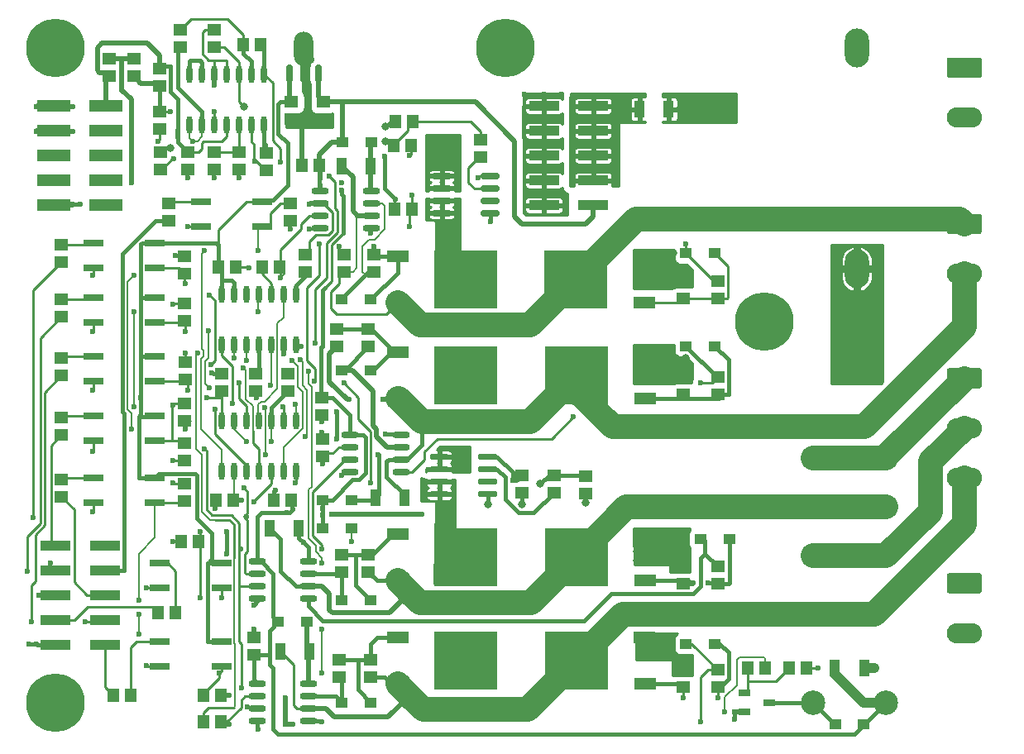
<source format=gbr>
%TF.GenerationSoftware,KiCad,Pcbnew,(5.1.10)-1*%
%TF.CreationDate,2022-11-30T22:02:34+08:00*%
%TF.ProjectId,motor_control,6d6f746f-725f-4636-9f6e-74726f6c2e6b,rev?*%
%TF.SameCoordinates,Original*%
%TF.FileFunction,Copper,L1,Top*%
%TF.FilePolarity,Positive*%
%FSLAX46Y46*%
G04 Gerber Fmt 4.6, Leading zero omitted, Abs format (unit mm)*
G04 Created by KiCad (PCBNEW (5.1.10)-1) date 2022-11-30 22:02:34*
%MOMM*%
%LPD*%
G01*
G04 APERTURE LIST*
%TA.AperFunction,SMDPad,CuDef*%
%ADD10R,1.160000X1.470000*%
%TD*%
%TA.AperFunction,ComponentPad*%
%ADD11C,0.800000*%
%TD*%
%TA.AperFunction,ComponentPad*%
%ADD12C,6.000000*%
%TD*%
%TA.AperFunction,SMDPad,CuDef*%
%ADD13R,1.130000X1.800000*%
%TD*%
%TA.AperFunction,SMDPad,CuDef*%
%ADD14R,1.470000X1.160000*%
%TD*%
%TA.AperFunction,SMDPad,CuDef*%
%ADD15R,1.250000X0.700000*%
%TD*%
%TA.AperFunction,SMDPad,CuDef*%
%ADD16O,0.700000X1.900000*%
%TD*%
%TA.AperFunction,SMDPad,CuDef*%
%ADD17O,2.000000X3.500000*%
%TD*%
%TA.AperFunction,SMDPad,CuDef*%
%ADD18O,0.700000X2.100000*%
%TD*%
%TA.AperFunction,SMDPad,CuDef*%
%ADD19O,0.600000X1.800000*%
%TD*%
%TA.AperFunction,SMDPad,CuDef*%
%ADD20R,2.200000X1.200000*%
%TD*%
%TA.AperFunction,SMDPad,CuDef*%
%ADD21R,6.499990X6.000000*%
%TD*%
%TA.AperFunction,ComponentPad*%
%ADD22O,3.600000X2.080000*%
%TD*%
%TA.AperFunction,SMDPad,CuDef*%
%ADD23R,3.150000X1.000000*%
%TD*%
%TA.AperFunction,SMDPad,CuDef*%
%ADD24R,3.450000X1.300000*%
%TD*%
%TA.AperFunction,SMDPad,CuDef*%
%ADD25O,1.800000X0.700000*%
%TD*%
%TA.AperFunction,SMDPad,CuDef*%
%ADD26R,2.000000X0.640000*%
%TD*%
%TA.AperFunction,ComponentPad*%
%ADD27C,2.500000*%
%TD*%
%TA.AperFunction,ComponentPad*%
%ADD28O,2.500000X4.000000*%
%TD*%
%TA.AperFunction,SMDPad,CuDef*%
%ADD29R,1.250000X1.000000*%
%TD*%
%TA.AperFunction,ViaPad*%
%ADD30C,0.800000*%
%TD*%
%TA.AperFunction,ViaPad*%
%ADD31C,0.600000*%
%TD*%
%TA.AperFunction,Conductor*%
%ADD32C,0.381000*%
%TD*%
%TA.AperFunction,Conductor*%
%ADD33C,0.254000*%
%TD*%
%TA.AperFunction,Conductor*%
%ADD34C,0.508000*%
%TD*%
%TA.AperFunction,Conductor*%
%ADD35C,0.203200*%
%TD*%
%TA.AperFunction,Conductor*%
%ADD36C,1.016000*%
%TD*%
%TA.AperFunction,Conductor*%
%ADD37C,2.540000*%
%TD*%
%TA.AperFunction,Conductor*%
%ADD38C,0.350000*%
%TD*%
%ADD39C,0.350000*%
%ADD40C,0.300000*%
G04 APERTURE END LIST*
D10*
%TO.P,R29,2*%
%TO.N,GNDPWR*%
X80890000Y7500000D03*
%TO.P,R29,1*%
%TO.N,Net-(Q1-Pad1)*%
X79110000Y7500000D03*
%TD*%
D11*
%TO.P,SC4,1*%
%TO.N,Net-(SC4-Pad1)*%
X78556810Y44187500D03*
X78556810Y41812500D03*
X76500000Y40625000D03*
X74443190Y41812500D03*
X74443190Y44187500D03*
X76500000Y45375000D03*
D12*
X76500000Y43000000D03*
%TD*%
D11*
%TO.P,SC3,1*%
%TO.N,Net-(SC3-Pad1)*%
X52056810Y72187500D03*
X52056810Y69812500D03*
X50000000Y68625000D03*
X47943190Y69812500D03*
X47943190Y72187500D03*
X50000000Y73375000D03*
D12*
X50000000Y71000000D03*
%TD*%
D13*
%TO.P,R28,2*%
%TO.N,+VDC*%
X66740000Y64750000D03*
%TO.P,R28,1*%
%TO.N,/+VDC_Out*%
X63760000Y64750000D03*
%TD*%
D14*
%TO.P,R25,2*%
%TO.N,Net-(R23-Pad1)*%
X20250000Y71110000D03*
%TO.P,R25,1*%
%TO.N,GNDS*%
X20250000Y72890000D03*
%TD*%
%TO.P,R24,2*%
%TO.N,Net-(R22-Pad1)*%
X20250000Y60390000D03*
%TO.P,R24,1*%
%TO.N,GNDS*%
X20250000Y58610000D03*
%TD*%
D10*
%TO.P,R23,2*%
%TO.N,/VIOut2*%
X40530000Y63500000D03*
%TO.P,R23,1*%
%TO.N,Net-(R23-Pad1)*%
X38750000Y63500000D03*
%TD*%
D14*
%TO.P,R22,2*%
%TO.N,/VIOut1*%
X22750000Y58610000D03*
%TO.P,R22,1*%
%TO.N,Net-(R22-Pad1)*%
X22750000Y60390000D03*
%TD*%
D15*
%TO.P,Q1,3*%
%TO.N,Net-(D5-Pad2)*%
X77000000Y4000000D03*
%TO.P,Q1,2*%
%TO.N,GNDPWR*%
X74500000Y3050000D03*
%TO.P,Q1,1*%
%TO.N,Net-(Q1-Pad1)*%
X74500000Y4950000D03*
%TD*%
D16*
%TO.P,U18,3*%
%TO.N,+12V*%
X30900000Y68400000D03*
D17*
%TO.P,U18,2*%
%TO.N,GNDPWR*%
X29400000Y70900000D03*
D18*
X29400000Y68500000D03*
D16*
%TO.P,U18,1*%
%TO.N,+5V*%
X27900000Y68400000D03*
%TD*%
D14*
%TO.P,C22,2*%
%TO.N,GNDPWR*%
X28129999Y63710000D03*
%TO.P,C22,1*%
%TO.N,+5V*%
X28129999Y65490000D03*
%TD*%
%TO.P,C21,2*%
%TO.N,GNDPWR*%
X31400001Y63710000D03*
%TO.P,C21,1*%
%TO.N,+12V*%
X31400001Y65490000D03*
%TD*%
D19*
%TO.P,U17,14*%
%TO.N,+5V*%
X20990000Y45800000D03*
%TO.P,U17,13*%
X22260000Y45800000D03*
%TO.P,U17,12*%
%TO.N,Net-(U17-Pad12)*%
X23530000Y45800000D03*
%TO.P,U17,11*%
%TO.N,/BRAKE*%
X24800000Y45800000D03*
%TO.P,U17,10*%
%TO.N,Net-(R27-Pad1)*%
X26070000Y45800000D03*
%TO.P,U17,9*%
%TO.N,Net-(U15-Pad11)*%
X27340000Y45800000D03*
%TO.P,U17,8*%
%TO.N,Net-(R33-Pad2)*%
X28610000Y45800000D03*
%TO.P,U17,7*%
%TO.N,GNDPWR*%
X28610000Y40600000D03*
%TO.P,U17,6*%
%TO.N,Net-(R31-Pad2)*%
X27340000Y40600000D03*
%TO.P,U17,5*%
%TO.N,Net-(U15-Pad8)*%
X26070000Y40600000D03*
%TO.P,U17,4*%
%TO.N,Net-(R32-Pad2)*%
X24800000Y40600000D03*
%TO.P,U17,3*%
%TO.N,Net-(U15-Pad6)*%
X23530000Y40600000D03*
%TO.P,U17,2*%
%TO.N,Net-(R30-Pad2)*%
X22260000Y40600000D03*
%TO.P,U17,1*%
%TO.N,Net-(U15-Pad3)*%
X20990000Y40600000D03*
%TD*%
D10*
%TO.P,R27,2*%
%TO.N,/SDX*%
X26890000Y48600000D03*
%TO.P,R27,1*%
%TO.N,Net-(R27-Pad1)*%
X25110000Y48600000D03*
%TD*%
D14*
%TO.P,R26,2*%
%TO.N,/SDX*%
X17200000Y32860000D03*
%TO.P,R26,1*%
%TO.N,/BRAKE*%
X17200000Y34640000D03*
%TD*%
D10*
%TO.P,C20,2*%
%TO.N,GNDPWR*%
X22390000Y48600000D03*
%TO.P,C20,1*%
%TO.N,+5V*%
X20610000Y48600000D03*
%TD*%
D20*
%TO.P,Q13,3*%
%TO.N,GNDPWR*%
X64245830Y49671289D03*
D21*
%TO.P,Q13,2*%
%TO.N,/MOT2_N*%
X57250000Y47309999D03*
D20*
%TO.P,Q13,1*%
%TO.N,Net-(D13-Pad1)*%
X64250000Y44948739D03*
%TD*%
%TO.P,Q12,3*%
%TO.N,/MOT2_N*%
X39004170Y44948749D03*
D21*
%TO.P,Q12,2*%
%TO.N,/H2/VDD*%
X46000000Y47310039D03*
D20*
%TO.P,Q12,1*%
%TO.N,Net-(D12-Pad1)*%
X39000000Y49671299D03*
%TD*%
%TO.P,Q11,3*%
%TO.N,GNDPWR*%
X64295830Y39842950D03*
D21*
%TO.P,Q11,2*%
%TO.N,/MOT2_P*%
X57300000Y37481660D03*
D20*
%TO.P,Q11,1*%
%TO.N,Net-(D11-Pad1)*%
X64300000Y35120400D03*
%TD*%
%TO.P,Q10,3*%
%TO.N,/MOT2_P*%
X39004170Y35120410D03*
D21*
%TO.P,Q10,2*%
%TO.N,/H2/VDD*%
X46000000Y37481700D03*
D20*
%TO.P,Q10,1*%
%TO.N,Net-(D10-Pad1)*%
X39000000Y39842960D03*
%TD*%
%TO.P,Q9,3*%
%TO.N,GNDPWR*%
X64295830Y21214611D03*
D21*
%TO.P,Q9,2*%
%TO.N,/H1RO*%
X57300000Y18853321D03*
D20*
%TO.P,Q9,1*%
%TO.N,Net-(D9-Pad1)*%
X64300000Y16492061D03*
%TD*%
%TO.P,Q8,3*%
%TO.N,/H1RO*%
X39004170Y16492071D03*
D21*
%TO.P,Q8,2*%
%TO.N,/H1/VDD*%
X46000000Y18853361D03*
D20*
%TO.P,Q8,1*%
%TO.N,Net-(D8-Pad1)*%
X39000000Y21214621D03*
%TD*%
%TO.P,Q7,3*%
%TO.N,GNDPWR*%
X64295830Y10636270D03*
D21*
%TO.P,Q7,2*%
%TO.N,/H1LO*%
X57300000Y8274980D03*
D20*
%TO.P,Q7,1*%
%TO.N,Net-(D7-Pad1)*%
X64300000Y5913720D03*
%TD*%
%TO.P,Q6,3*%
%TO.N,/H1LO*%
X39004170Y5913730D03*
D21*
%TO.P,Q6,2*%
%TO.N,/H1/VDD*%
X46000000Y8275020D03*
D20*
%TO.P,Q6,1*%
%TO.N,Net-(D6-Pad1)*%
X39000000Y10636280D03*
%TD*%
D14*
%TO.P,C1,2*%
%TO.N,GNDS*%
X9500000Y69890000D03*
%TO.P,C1,1*%
%TO.N,+5VISO*%
X9500000Y68110000D03*
%TD*%
D22*
%TO.P,J6,2*%
%TO.N,GNDPWR*%
X97000000Y11120000D03*
%TO.P,J6,1*%
%TA.AperFunction,ComponentPad*%
G36*
G01*
X95449600Y17240000D02*
X98550400Y17240000D01*
G75*
G02*
X98800000Y16990400I0J-249600D01*
G01*
X98800000Y15409600D01*
G75*
G02*
X98550400Y15160000I-249600J0D01*
G01*
X95449600Y15160000D01*
G75*
G02*
X95200000Y15409600I0J249600D01*
G01*
X95200000Y16990400D01*
G75*
G02*
X95449600Y17240000I249600J0D01*
G01*
G37*
%TD.AperFunction*%
%TD*%
%TO.P,J5,2*%
%TO.N,/MOT2_P*%
X97000000Y47920000D03*
%TO.P,J5,1*%
%TO.N,/MOT2_N*%
%TA.AperFunction,ComponentPad*%
G36*
G01*
X95449999Y54040000D02*
X98550001Y54040000D01*
G75*
G02*
X98800000Y53790001I0J-249999D01*
G01*
X98800000Y52209999D01*
G75*
G02*
X98550001Y51960000I-249999J0D01*
G01*
X95449999Y51960000D01*
G75*
G02*
X95200000Y52209999I0J249999D01*
G01*
X95200000Y53790001D01*
G75*
G02*
X95449999Y54040000I249999J0D01*
G01*
G37*
%TD.AperFunction*%
%TD*%
D23*
%TO.P,J3,10*%
%TO.N,+12V*%
X59025000Y54920000D03*
%TO.P,J3,9*%
%TO.N,GNDPWR*%
X53975000Y54920000D03*
%TO.P,J3,8*%
%TO.N,/+VDC_Out*%
X59025000Y57460000D03*
%TO.P,J3,7*%
%TO.N,GNDPWR*%
X53975000Y57460000D03*
%TO.P,J3,6*%
%TO.N,/+VDC_Out*%
X59025000Y60000000D03*
%TO.P,J3,5*%
%TO.N,GNDPWR*%
X53975000Y60000000D03*
%TO.P,J3,4*%
%TO.N,/+VDC_Out*%
X59025000Y62540000D03*
%TO.P,J3,3*%
%TO.N,GNDPWR*%
X53975000Y62540000D03*
%TO.P,J3,2*%
%TO.N,/+VDC_Out*%
X59025000Y65080000D03*
%TO.P,J3,1*%
%TO.N,GNDPWR*%
X53975000Y65080000D03*
%TD*%
%TO.P,J2,10*%
%TO.N,/SPWM2*%
X9025000Y9920000D03*
%TO.P,J2,9*%
%TO.N,GNDS*%
X3975000Y9920000D03*
%TO.P,J2,8*%
%TO.N,/RELIN6*%
X9025000Y12460000D03*
%TO.P,J2,7*%
%TO.N,/SPWM1*%
X3975000Y12460000D03*
%TO.P,J2,6*%
%TO.N,/RELIN4*%
X9025000Y15000000D03*
%TO.P,J2,5*%
%TO.N,/RELIN5*%
X3975000Y15000000D03*
%TO.P,J2,4*%
%TO.N,/RELIN2*%
X9025000Y17540000D03*
%TO.P,J2,3*%
%TO.N,/RELIN3*%
X3975000Y17540000D03*
%TO.P,J2,2*%
%TO.N,+3.3VISO*%
X9025000Y20080000D03*
%TO.P,J2,1*%
%TO.N,/RELIN1*%
X3975000Y20080000D03*
%TD*%
D24*
%TO.P,J1,10*%
%TO.N,Net-(J1-Pad10)*%
X9175000Y54920000D03*
%TO.P,J1,9*%
%TO.N,GNDS*%
X3825000Y54920000D03*
%TO.P,J1,8*%
%TO.N,Net-(J1-Pad8)*%
X9175000Y57460000D03*
%TO.P,J1,7*%
%TO.N,Net-(J1-Pad7)*%
X3825000Y57460000D03*
%TO.P,J1,6*%
%TO.N,Net-(J1-Pad6)*%
X9175000Y60000000D03*
%TO.P,J1,5*%
%TO.N,Net-(J1-Pad5)*%
X3825000Y60000000D03*
%TO.P,J1,4*%
%TO.N,Net-(J1-Pad4)*%
X9175000Y62540000D03*
%TO.P,J1,3*%
%TO.N,/VISenseOut2*%
X3825000Y62540000D03*
%TO.P,J1,2*%
%TO.N,+5VISO*%
X9175000Y65080000D03*
%TO.P,J1,1*%
%TO.N,/VISenseOut1*%
X3825000Y65080000D03*
%TD*%
D19*
%TO.P,U16,14*%
%TO.N,Net-(U16-Pad13)*%
X17690000Y68350000D03*
%TO.P,U16,13*%
X18960000Y68350000D03*
%TO.P,U16,12*%
%TO.N,GNDS*%
X20230000Y68350000D03*
%TO.P,U16,11*%
X21500000Y68350000D03*
%TO.P,U16,10*%
%TO.N,Net-(R23-Pad1)*%
X22770000Y68350000D03*
%TO.P,U16,9*%
%TO.N,Net-(R47-Pad1)*%
X24040000Y68350000D03*
%TO.P,U16,8*%
%TO.N,/VISenseOut2*%
X25310000Y68350000D03*
%TO.P,U16,7*%
%TO.N,/VISenseOut1*%
X25310000Y63150000D03*
%TO.P,U16,6*%
%TO.N,Net-(R45-Pad1)*%
X24040000Y63150000D03*
%TO.P,U16,5*%
%TO.N,Net-(R22-Pad1)*%
X22770000Y63150000D03*
%TO.P,U16,4*%
%TO.N,+5VISO*%
X21500000Y63150000D03*
%TO.P,U16,3*%
%TO.N,Net-(C17-Pad1)*%
X20230000Y63150000D03*
%TO.P,U16,2*%
%TO.N,/CurrentSensing/VMID*%
X18960000Y63150000D03*
%TO.P,U16,1*%
X17690000Y63150000D03*
%TD*%
%TO.P,U15,14*%
%TO.N,+5V*%
X20990000Y32850000D03*
%TO.P,U15,13*%
%TO.N,Net-(R21-Pad2)*%
X22260000Y32850000D03*
%TO.P,U15,12*%
%TO.N,/H2SELR*%
X23530000Y32850000D03*
%TO.P,U15,11*%
%TO.N,Net-(U15-Pad11)*%
X24800000Y32850000D03*
%TO.P,U15,10*%
%TO.N,Net-(R21-Pad2)*%
X26070000Y32850000D03*
%TO.P,U15,9*%
%TO.N,/H2SELL*%
X27340000Y32850000D03*
%TO.P,U15,8*%
%TO.N,Net-(U15-Pad8)*%
X28610000Y32850000D03*
%TO.P,U15,7*%
%TO.N,GNDPWR*%
X28610000Y27650000D03*
%TO.P,U15,6*%
%TO.N,Net-(U15-Pad6)*%
X27340000Y27650000D03*
%TO.P,U15,5*%
%TO.N,Net-(R20-Pad2)*%
X26070000Y27650000D03*
%TO.P,U15,4*%
%TO.N,/H1SELR*%
X24800000Y27650000D03*
%TO.P,U15,3*%
%TO.N,Net-(U15-Pad3)*%
X23530000Y27650000D03*
%TO.P,U15,2*%
%TO.N,Net-(R20-Pad2)*%
X22260000Y27650000D03*
%TO.P,U15,1*%
%TO.N,/H1SELL*%
X20990000Y27650000D03*
%TD*%
%TO.P,U14,8*%
%TO.N,+5VISO*%
%TA.AperFunction,SMDPad,CuDef*%
G36*
G01*
X47500000Y57755000D02*
X47500000Y58055000D01*
G75*
G02*
X47650000Y58205000I150000J0D01*
G01*
X49300000Y58205000D01*
G75*
G02*
X49450000Y58055000I0J-150000D01*
G01*
X49450000Y57755000D01*
G75*
G02*
X49300000Y57605000I-150000J0D01*
G01*
X47650000Y57605000D01*
G75*
G02*
X47500000Y57755000I0J150000D01*
G01*
G37*
%TD.AperFunction*%
%TO.P,U14,7*%
%TO.N,Net-(R19-Pad2)*%
%TA.AperFunction,SMDPad,CuDef*%
G36*
G01*
X47500000Y56485000D02*
X47500000Y56785000D01*
G75*
G02*
X47650000Y56935000I150000J0D01*
G01*
X49300000Y56935000D01*
G75*
G02*
X49450000Y56785000I0J-150000D01*
G01*
X49450000Y56485000D01*
G75*
G02*
X49300000Y56335000I-150000J0D01*
G01*
X47650000Y56335000D01*
G75*
G02*
X47500000Y56485000I0J150000D01*
G01*
G37*
%TD.AperFunction*%
%TO.P,U14,6*%
%TO.N,Net-(U14-Pad6)*%
%TA.AperFunction,SMDPad,CuDef*%
G36*
G01*
X47500000Y55215000D02*
X47500000Y55515000D01*
G75*
G02*
X47650000Y55665000I150000J0D01*
G01*
X49300000Y55665000D01*
G75*
G02*
X49450000Y55515000I0J-150000D01*
G01*
X49450000Y55215000D01*
G75*
G02*
X49300000Y55065000I-150000J0D01*
G01*
X47650000Y55065000D01*
G75*
G02*
X47500000Y55215000I0J150000D01*
G01*
G37*
%TD.AperFunction*%
%TO.P,U14,5*%
%TO.N,GNDS*%
%TA.AperFunction,SMDPad,CuDef*%
G36*
G01*
X47500000Y53945000D02*
X47500000Y54245000D01*
G75*
G02*
X47650000Y54395000I150000J0D01*
G01*
X49300000Y54395000D01*
G75*
G02*
X49450000Y54245000I0J-150000D01*
G01*
X49450000Y53945000D01*
G75*
G02*
X49300000Y53795000I-150000J0D01*
G01*
X47650000Y53795000D01*
G75*
G02*
X47500000Y53945000I0J150000D01*
G01*
G37*
%TD.AperFunction*%
%TO.P,U14,4*%
%TO.N,/H2/VDD*%
%TA.AperFunction,SMDPad,CuDef*%
G36*
G01*
X42550000Y53945000D02*
X42550000Y54245000D01*
G75*
G02*
X42700000Y54395000I150000J0D01*
G01*
X44350000Y54395000D01*
G75*
G02*
X44500000Y54245000I0J-150000D01*
G01*
X44500000Y53945000D01*
G75*
G02*
X44350000Y53795000I-150000J0D01*
G01*
X42700000Y53795000D01*
G75*
G02*
X42550000Y53945000I0J150000D01*
G01*
G37*
%TD.AperFunction*%
%TO.P,U14,3*%
%TA.AperFunction,SMDPad,CuDef*%
G36*
G01*
X42550000Y55215000D02*
X42550000Y55515000D01*
G75*
G02*
X42700000Y55665000I150000J0D01*
G01*
X44350000Y55665000D01*
G75*
G02*
X44500000Y55515000I0J-150000D01*
G01*
X44500000Y55215000D01*
G75*
G02*
X44350000Y55065000I-150000J0D01*
G01*
X42700000Y55065000D01*
G75*
G02*
X42550000Y55215000I0J150000D01*
G01*
G37*
%TD.AperFunction*%
%TO.P,U14,2*%
%TO.N,/Fused*%
%TA.AperFunction,SMDPad,CuDef*%
G36*
G01*
X42550000Y56485000D02*
X42550000Y56785000D01*
G75*
G02*
X42700000Y56935000I150000J0D01*
G01*
X44350000Y56935000D01*
G75*
G02*
X44500000Y56785000I0J-150000D01*
G01*
X44500000Y56485000D01*
G75*
G02*
X44350000Y56335000I-150000J0D01*
G01*
X42700000Y56335000D01*
G75*
G02*
X42550000Y56485000I0J150000D01*
G01*
G37*
%TD.AperFunction*%
%TO.P,U14,1*%
%TA.AperFunction,SMDPad,CuDef*%
G36*
G01*
X42550000Y57755000D02*
X42550000Y58055000D01*
G75*
G02*
X42700000Y58205000I150000J0D01*
G01*
X44350000Y58205000D01*
G75*
G02*
X44500000Y58055000I0J-150000D01*
G01*
X44500000Y57755000D01*
G75*
G02*
X44350000Y57605000I-150000J0D01*
G01*
X42700000Y57605000D01*
G75*
G02*
X42550000Y57755000I0J150000D01*
G01*
G37*
%TD.AperFunction*%
%TD*%
%TO.P,U13,8*%
%TO.N,+5VISO*%
%TA.AperFunction,SMDPad,CuDef*%
G36*
G01*
X47250000Y29005000D02*
X47250000Y29305000D01*
G75*
G02*
X47400000Y29455000I150000J0D01*
G01*
X49050000Y29455000D01*
G75*
G02*
X49200000Y29305000I0J-150000D01*
G01*
X49200000Y29005000D01*
G75*
G02*
X49050000Y28855000I-150000J0D01*
G01*
X47400000Y28855000D01*
G75*
G02*
X47250000Y29005000I0J150000D01*
G01*
G37*
%TD.AperFunction*%
%TO.P,U13,7*%
%TO.N,Net-(R18-Pad2)*%
%TA.AperFunction,SMDPad,CuDef*%
G36*
G01*
X47250000Y27735000D02*
X47250000Y28035000D01*
G75*
G02*
X47400000Y28185000I150000J0D01*
G01*
X49050000Y28185000D01*
G75*
G02*
X49200000Y28035000I0J-150000D01*
G01*
X49200000Y27735000D01*
G75*
G02*
X49050000Y27585000I-150000J0D01*
G01*
X47400000Y27585000D01*
G75*
G02*
X47250000Y27735000I0J150000D01*
G01*
G37*
%TD.AperFunction*%
%TO.P,U13,6*%
%TO.N,Net-(U13-Pad6)*%
%TA.AperFunction,SMDPad,CuDef*%
G36*
G01*
X47250000Y26465000D02*
X47250000Y26765000D01*
G75*
G02*
X47400000Y26915000I150000J0D01*
G01*
X49050000Y26915000D01*
G75*
G02*
X49200000Y26765000I0J-150000D01*
G01*
X49200000Y26465000D01*
G75*
G02*
X49050000Y26315000I-150000J0D01*
G01*
X47400000Y26315000D01*
G75*
G02*
X47250000Y26465000I0J150000D01*
G01*
G37*
%TD.AperFunction*%
%TO.P,U13,5*%
%TO.N,GNDS*%
%TA.AperFunction,SMDPad,CuDef*%
G36*
G01*
X47250000Y25195000D02*
X47250000Y25495000D01*
G75*
G02*
X47400000Y25645000I150000J0D01*
G01*
X49050000Y25645000D01*
G75*
G02*
X49200000Y25495000I0J-150000D01*
G01*
X49200000Y25195000D01*
G75*
G02*
X49050000Y25045000I-150000J0D01*
G01*
X47400000Y25045000D01*
G75*
G02*
X47250000Y25195000I0J150000D01*
G01*
G37*
%TD.AperFunction*%
%TO.P,U13,4*%
%TO.N,/H1/VDD*%
%TA.AperFunction,SMDPad,CuDef*%
G36*
G01*
X42300000Y25195000D02*
X42300000Y25495000D01*
G75*
G02*
X42450000Y25645000I150000J0D01*
G01*
X44100000Y25645000D01*
G75*
G02*
X44250000Y25495000I0J-150000D01*
G01*
X44250000Y25195000D01*
G75*
G02*
X44100000Y25045000I-150000J0D01*
G01*
X42450000Y25045000D01*
G75*
G02*
X42300000Y25195000I0J150000D01*
G01*
G37*
%TD.AperFunction*%
%TO.P,U13,3*%
%TA.AperFunction,SMDPad,CuDef*%
G36*
G01*
X42300000Y26465000D02*
X42300000Y26765000D01*
G75*
G02*
X42450000Y26915000I150000J0D01*
G01*
X44100000Y26915000D01*
G75*
G02*
X44250000Y26765000I0J-150000D01*
G01*
X44250000Y26465000D01*
G75*
G02*
X44100000Y26315000I-150000J0D01*
G01*
X42450000Y26315000D01*
G75*
G02*
X42300000Y26465000I0J150000D01*
G01*
G37*
%TD.AperFunction*%
%TO.P,U13,2*%
%TO.N,/Fused*%
%TA.AperFunction,SMDPad,CuDef*%
G36*
G01*
X42300000Y27735000D02*
X42300000Y28035000D01*
G75*
G02*
X42450000Y28185000I150000J0D01*
G01*
X44100000Y28185000D01*
G75*
G02*
X44250000Y28035000I0J-150000D01*
G01*
X44250000Y27735000D01*
G75*
G02*
X44100000Y27585000I-150000J0D01*
G01*
X42450000Y27585000D01*
G75*
G02*
X42300000Y27735000I0J150000D01*
G01*
G37*
%TD.AperFunction*%
%TO.P,U13,1*%
%TA.AperFunction,SMDPad,CuDef*%
G36*
G01*
X42300000Y29005000D02*
X42300000Y29305000D01*
G75*
G02*
X42450000Y29455000I150000J0D01*
G01*
X44100000Y29455000D01*
G75*
G02*
X44250000Y29305000I0J-150000D01*
G01*
X44250000Y29005000D01*
G75*
G02*
X44100000Y28855000I-150000J0D01*
G01*
X42450000Y28855000D01*
G75*
G02*
X42300000Y29005000I0J150000D01*
G01*
G37*
%TD.AperFunction*%
%TD*%
D25*
%TO.P,U12,8*%
%TO.N,Net-(C8-Pad1)*%
X36300000Y56405000D03*
%TO.P,U12,7*%
%TO.N,/H2/RH*%
X36300000Y55135000D03*
%TO.P,U12,6*%
%TO.N,/MOT2_N*%
X36300000Y53865000D03*
%TO.P,U12,5*%
%TO.N,/H2/RL*%
X36300000Y52595000D03*
%TO.P,U12,4*%
%TO.N,GNDPWR*%
X31100000Y52595000D03*
%TO.P,U12,3*%
%TO.N,/SDX*%
X31100000Y53865000D03*
%TO.P,U12,2*%
%TO.N,/logic/H2INR*%
X31100000Y55135000D03*
%TO.P,U12,1*%
%TO.N,+12V*%
X31100000Y56405000D03*
%TD*%
%TO.P,U11,8*%
%TO.N,Net-(C6-Pad1)*%
X29850000Y18405000D03*
%TO.P,U11,7*%
%TO.N,/H1/RH*%
X29850000Y17135000D03*
%TO.P,U11,6*%
%TO.N,/H1RO*%
X29850000Y15865000D03*
%TO.P,U11,5*%
%TO.N,/H1/RL*%
X29850000Y14595000D03*
%TO.P,U11,4*%
%TO.N,GNDPWR*%
X24650000Y14595000D03*
%TO.P,U11,3*%
%TO.N,/SDX*%
X24650000Y15865000D03*
%TO.P,U11,2*%
%TO.N,/logic/H1INR*%
X24650000Y17135000D03*
%TO.P,U11,1*%
%TO.N,+12V*%
X24650000Y18405000D03*
%TD*%
%TO.P,U10,8*%
%TO.N,Net-(C5-Pad1)*%
X39350000Y31405000D03*
%TO.P,U10,7*%
%TO.N,/H2/LH*%
X39350000Y30135000D03*
%TO.P,U10,6*%
%TO.N,/MOT2_P*%
X39350000Y28865000D03*
%TO.P,U10,5*%
%TO.N,/H2/LL*%
X39350000Y27595000D03*
%TO.P,U10,4*%
%TO.N,GNDPWR*%
X34150000Y27595000D03*
%TO.P,U10,3*%
%TO.N,/SDX*%
X34150000Y28865000D03*
%TO.P,U10,2*%
%TO.N,/logic/H2INL*%
X34150000Y30135000D03*
%TO.P,U10,1*%
%TO.N,+12V*%
X34150000Y31405000D03*
%TD*%
%TO.P,U9,8*%
%TO.N,Net-(C4-Pad1)*%
X29850000Y5905000D03*
%TO.P,U9,7*%
%TO.N,/H1/LH*%
X29850000Y4635000D03*
%TO.P,U9,6*%
%TO.N,/H1LO*%
X29850000Y3365000D03*
%TO.P,U9,5*%
%TO.N,/H1/LL*%
X29850000Y2095000D03*
%TO.P,U9,4*%
%TO.N,GNDPWR*%
X24650000Y2095000D03*
%TO.P,U9,3*%
%TO.N,/SDX*%
X24650000Y3365000D03*
%TO.P,U9,2*%
%TO.N,/logic/H1INL*%
X24650000Y4635000D03*
%TO.P,U9,1*%
%TO.N,+12V*%
X24650000Y5905000D03*
%TD*%
D26*
%TO.P,U8,4*%
%TO.N,+5V*%
X20950000Y18270000D03*
%TO.P,U8,3*%
%TO.N,/SPWM1_OUT*%
X20950000Y15730000D03*
%TO.P,U8,2*%
%TO.N,GNDS*%
X14650000Y15730000D03*
%TO.P,U8,1*%
%TO.N,Net-(R13-Pad1)*%
X14650000Y18270000D03*
%TD*%
%TO.P,U7,4*%
%TO.N,+5V*%
X20950000Y10270000D03*
%TO.P,U7,3*%
%TO.N,/SPWM2_OUT*%
X20950000Y7730000D03*
%TO.P,U7,2*%
%TO.N,GNDS*%
X14650000Y7730000D03*
%TO.P,U7,1*%
%TO.N,Net-(R12-Pad1)*%
X14650000Y10270000D03*
%TD*%
%TO.P,U6,4*%
%TO.N,+5V*%
X14150000Y33370000D03*
%TO.P,U6,3*%
%TO.N,/BRAKE*%
X14150000Y30830000D03*
%TO.P,U6,2*%
%TO.N,GNDS*%
X7850000Y30830000D03*
%TO.P,U6,1*%
%TO.N,Net-(R11-Pad1)*%
X7850000Y33370000D03*
%TD*%
%TO.P,U5,4*%
%TO.N,+5V*%
X14150000Y39420000D03*
%TO.P,U5,3*%
%TO.N,/H2SELR*%
X14150000Y36880000D03*
%TO.P,U5,2*%
%TO.N,GNDS*%
X7850000Y36880000D03*
%TO.P,U5,1*%
%TO.N,Net-(R5-Pad1)*%
X7850000Y39420000D03*
%TD*%
%TO.P,U4,4*%
%TO.N,+5V*%
X14150000Y45470000D03*
%TO.P,U4,3*%
%TO.N,/H2SELL*%
X14150000Y42930000D03*
%TO.P,U4,2*%
%TO.N,GNDS*%
X7850000Y42930000D03*
%TO.P,U4,1*%
%TO.N,Net-(R4-Pad1)*%
X7850000Y45470000D03*
%TD*%
%TO.P,U3,4*%
%TO.N,+5V*%
X14150000Y27020000D03*
%TO.P,U3,3*%
%TO.N,/DIRREL1*%
X14150000Y24480000D03*
%TO.P,U3,2*%
%TO.N,GNDS*%
X7850000Y24480000D03*
%TO.P,U3,1*%
%TO.N,Net-(R3-Pad1)*%
X7850000Y27020000D03*
%TD*%
%TO.P,U2,4*%
%TO.N,+5V*%
X14150000Y51070000D03*
%TO.P,U2,3*%
%TO.N,/H1SELR*%
X14150000Y48530000D03*
%TO.P,U2,2*%
%TO.N,GNDS*%
X7850000Y48530000D03*
%TO.P,U2,1*%
%TO.N,Net-(R2-Pad1)*%
X7850000Y51070000D03*
%TD*%
%TO.P,U1,4*%
%TO.N,+5V*%
X25150000Y55270000D03*
%TO.P,U1,3*%
%TO.N,/H1SELL*%
X25150000Y52730000D03*
%TO.P,U1,2*%
%TO.N,GNDS*%
X18850000Y52730000D03*
%TO.P,U1,1*%
%TO.N,Net-(R1-Pad1)*%
X18850000Y55270000D03*
%TD*%
D11*
%TO.P,SC2,1*%
%TO.N,Net-(SC2-Pad1)*%
X6056810Y5187500D03*
X6056810Y2812500D03*
X4000000Y1625000D03*
X1943190Y2812500D03*
X1943190Y5187500D03*
X4000000Y6375000D03*
D12*
X4000000Y4000000D03*
%TD*%
D11*
%TO.P,SC1,1*%
%TO.N,Net-(SC1-Pad1)*%
X6056810Y72187500D03*
X6056810Y69812500D03*
X4000000Y68625000D03*
X1943190Y69812500D03*
X1943190Y72187500D03*
X4000000Y73375000D03*
D12*
X4000000Y71000000D03*
%TD*%
D14*
%TO.P,R57,2*%
%TO.N,/H2/RL*%
X71750000Y47120019D03*
%TO.P,R57,1*%
%TO.N,Net-(D13-Pad1)*%
X71750000Y45340019D03*
%TD*%
%TO.P,R56,2*%
%TO.N,/H2/RH*%
X36600000Y48110000D03*
%TO.P,R56,1*%
%TO.N,Net-(D12-Pad1)*%
X36600000Y49890000D03*
%TD*%
%TO.P,R55,2*%
%TO.N,GNDPWR*%
X68250000Y47120019D03*
%TO.P,R55,1*%
%TO.N,Net-(D13-Pad1)*%
X68250000Y45340019D03*
%TD*%
%TO.P,R54,2*%
%TO.N,/MOT2_N*%
X33500000Y48110000D03*
%TO.P,R54,1*%
%TO.N,Net-(D12-Pad1)*%
X33500000Y49890000D03*
%TD*%
%TO.P,R53,2*%
%TO.N,Net-(D11-Pad1)*%
X68250000Y35511680D03*
%TO.P,R53,1*%
%TO.N,GNDPWR*%
X68250000Y37291680D03*
%TD*%
%TO.P,R52,2*%
%TO.N,Net-(D10-Pad1)*%
X32750000Y42201680D03*
%TO.P,R52,1*%
%TO.N,/MOT2_P*%
X32750000Y40421680D03*
%TD*%
%TO.P,R51,2*%
%TO.N,/H2/LL*%
X71750000Y37291680D03*
%TO.P,R51,1*%
%TO.N,Net-(D11-Pad1)*%
X71750000Y35511680D03*
%TD*%
%TO.P,R50,2*%
%TO.N,/H2/LH*%
X36000000Y40421680D03*
%TO.P,R50,1*%
%TO.N,Net-(D10-Pad1)*%
X36000000Y42201680D03*
%TD*%
D10*
%TO.P,R49,2*%
%TO.N,/VISenseOut2*%
X25000000Y71400000D03*
%TO.P,R49,1*%
%TO.N,Net-(R47-Pad1)*%
X23220000Y71400000D03*
%TD*%
D14*
%TO.P,R48,2*%
%TO.N,/VISenseOut1*%
X25600000Y60290000D03*
%TO.P,R48,1*%
%TO.N,Net-(R45-Pad1)*%
X25600000Y58510000D03*
%TD*%
%TO.P,R47,2*%
%TO.N,/CurrentSensing/VMID*%
X16750000Y71110000D03*
%TO.P,R47,1*%
%TO.N,Net-(R47-Pad1)*%
X16750000Y72890000D03*
%TD*%
%TO.P,R45,2*%
%TO.N,/CurrentSensing/VMID*%
X14750000Y60390000D03*
%TO.P,R45,1*%
%TO.N,Net-(R45-Pad1)*%
X14750000Y58610000D03*
%TD*%
%TO.P,R43,2*%
%TO.N,GNDS*%
X14600000Y62710000D03*
%TO.P,R43,1*%
%TO.N,Net-(C17-Pad1)*%
X14600000Y64490000D03*
%TD*%
%TO.P,R42,2*%
%TO.N,Net-(C17-Pad1)*%
X14600000Y67110000D03*
%TO.P,R42,1*%
%TO.N,+5VISO*%
X14600000Y68890000D03*
%TD*%
%TO.P,R41,2*%
%TO.N,/H1/RL*%
X71750000Y17913341D03*
%TO.P,R41,1*%
%TO.N,Net-(D9-Pad1)*%
X71750000Y16133341D03*
%TD*%
%TO.P,R40,2*%
%TO.N,/H1/RH*%
X33250000Y17360000D03*
%TO.P,R40,1*%
%TO.N,Net-(D8-Pad1)*%
X33250000Y19140000D03*
%TD*%
%TO.P,R39,2*%
%TO.N,GNDPWR*%
X68250000Y17913341D03*
%TO.P,R39,1*%
%TO.N,Net-(D9-Pad1)*%
X68250000Y16133341D03*
%TD*%
%TO.P,R38,2*%
%TO.N,/H1RO*%
X36000000Y17360000D03*
%TO.P,R38,1*%
%TO.N,Net-(D8-Pad1)*%
X36000000Y19140000D03*
%TD*%
%TO.P,R37,2*%
%TO.N,Net-(D7-Pad1)*%
X68250000Y5555000D03*
%TO.P,R37,1*%
%TO.N,GNDPWR*%
X68250000Y7335000D03*
%TD*%
%TO.P,R36,2*%
%TO.N,Net-(D6-Pad1)*%
X36250000Y8390000D03*
%TO.P,R36,1*%
%TO.N,/H1LO*%
X36250000Y6610000D03*
%TD*%
%TO.P,R35,2*%
%TO.N,/H1/LL*%
X71750000Y7335000D03*
%TO.P,R35,1*%
%TO.N,Net-(D7-Pad1)*%
X71750000Y5555000D03*
%TD*%
%TO.P,R34,2*%
%TO.N,/H1/LH*%
X33000000Y6610000D03*
%TO.P,R34,1*%
%TO.N,Net-(D6-Pad1)*%
X33000000Y8390000D03*
%TD*%
%TO.P,R33,2*%
%TO.N,Net-(R33-Pad2)*%
X29500000Y48110000D03*
%TO.P,R33,1*%
%TO.N,/logic/H2INR*%
X29500000Y49890000D03*
%TD*%
%TO.P,R32,2*%
%TO.N,Net-(R32-Pad2)*%
X24500000Y37640000D03*
%TO.P,R32,1*%
%TO.N,/logic/H1INR*%
X24500000Y35860000D03*
%TD*%
%TO.P,R31,2*%
%TO.N,Net-(R31-Pad2)*%
X31300000Y30990000D03*
%TO.P,R31,1*%
%TO.N,/logic/H2INL*%
X31300000Y29210000D03*
%TD*%
D10*
%TO.P,R30,2*%
%TO.N,Net-(R30-Pad2)*%
X19110000Y2000000D03*
%TO.P,R30,1*%
%TO.N,/logic/H1INL*%
X20890000Y2000000D03*
%TD*%
D14*
%TO.P,R21,2*%
%TO.N,Net-(R21-Pad2)*%
X27750000Y35860000D03*
%TO.P,R21,1*%
%TO.N,/SPWM2_OUT*%
X27750000Y37640000D03*
%TD*%
D10*
%TO.P,R20,2*%
%TO.N,Net-(R20-Pad2)*%
X22140000Y24750000D03*
%TO.P,R20,1*%
%TO.N,/SPWM1_OUT*%
X20360000Y24750000D03*
%TD*%
D14*
%TO.P,R19,2*%
%TO.N,Net-(R19-Pad2)*%
X47500000Y59860000D03*
%TO.P,R19,1*%
%TO.N,/VIOut2*%
X47500000Y61640000D03*
%TD*%
%TO.P,R18,2*%
%TO.N,Net-(R18-Pad2)*%
X55000000Y25500000D03*
%TO.P,R18,1*%
%TO.N,/VIOut1*%
X55000000Y27280000D03*
%TD*%
D10*
%TO.P,R17,2*%
%TO.N,Net-(Q1-Pad1)*%
X74860000Y7550000D03*
%TO.P,R17,1*%
%TO.N,/DIRREL1*%
X76640000Y7550000D03*
%TD*%
%TO.P,R16,2*%
%TO.N,/SPWM1_OUT*%
X18640000Y20500000D03*
%TO.P,R16,1*%
%TO.N,GNDPWR*%
X16860000Y20500000D03*
%TD*%
%TO.P,R15,2*%
%TO.N,/SPWM2_OUT*%
X19110000Y4750000D03*
%TO.P,R15,1*%
%TO.N,GNDPWR*%
X20890000Y4750000D03*
%TD*%
D14*
%TO.P,R14,2*%
%TO.N,/BRAKE*%
X17200000Y30590000D03*
%TO.P,R14,1*%
%TO.N,GNDPWR*%
X17200000Y28810000D03*
%TD*%
D10*
%TO.P,R13,2*%
%TO.N,/SPWM1*%
X14510000Y13200000D03*
%TO.P,R13,1*%
%TO.N,Net-(R13-Pad1)*%
X16290000Y13200000D03*
%TD*%
%TO.P,R12,2*%
%TO.N,/SPWM2*%
X9860000Y4750000D03*
%TO.P,R12,1*%
%TO.N,Net-(R12-Pad1)*%
X11640000Y4750000D03*
%TD*%
D14*
%TO.P,R11,2*%
%TO.N,/RELIN1*%
X4600000Y31415000D03*
%TO.P,R11,1*%
%TO.N,Net-(R11-Pad1)*%
X4600000Y33195000D03*
%TD*%
%TO.P,R10,2*%
%TO.N,/H1SELL*%
X28000000Y55140000D03*
%TO.P,R10,1*%
%TO.N,GNDPWR*%
X28000000Y53360000D03*
%TD*%
%TO.P,R9,2*%
%TO.N,/H2SELR*%
X17250000Y37110000D03*
%TO.P,R9,1*%
%TO.N,GNDPWR*%
X17250000Y38890000D03*
%TD*%
%TO.P,R8,2*%
%TO.N,/H2SELL*%
X17200000Y43110000D03*
%TO.P,R8,1*%
%TO.N,GNDPWR*%
X17200000Y44890000D03*
%TD*%
%TO.P,R7,2*%
%TO.N,/DIRREL1*%
X17200000Y24610000D03*
%TO.P,R7,1*%
%TO.N,GNDPWR*%
X17200000Y26390000D03*
%TD*%
%TO.P,R6,2*%
%TO.N,/H1SELR*%
X17200000Y47910000D03*
%TO.P,R6,1*%
%TO.N,GNDPWR*%
X17200000Y49690000D03*
%TD*%
%TO.P,R5,2*%
%TO.N,/RELIN6*%
X4600000Y37465000D03*
%TO.P,R5,1*%
%TO.N,Net-(R5-Pad1)*%
X4600000Y39245000D03*
%TD*%
%TO.P,R4,2*%
%TO.N,/RELIN5*%
X4600000Y43515000D03*
%TO.P,R4,1*%
%TO.N,Net-(R4-Pad1)*%
X4600000Y45295000D03*
%TD*%
%TO.P,R3,2*%
%TO.N,/RELIN4*%
X4600000Y25065000D03*
%TO.P,R3,1*%
%TO.N,Net-(R3-Pad1)*%
X4600000Y26845000D03*
%TD*%
%TO.P,R2,2*%
%TO.N,/RELIN3*%
X4600000Y49115000D03*
%TO.P,R2,1*%
%TO.N,Net-(R2-Pad1)*%
X4600000Y50895000D03*
%TD*%
%TO.P,R1,2*%
%TO.N,/RELIN2*%
X15600000Y53310000D03*
%TO.P,R1,1*%
%TO.N,Net-(R1-Pad1)*%
X15600000Y55090000D03*
%TD*%
D27*
%TO.P,K1,5*%
%TO.N,/MOT1_CCW*%
X81500000Y29000000D03*
%TO.P,K1,6*%
%TO.N,/H1RO*%
X81500000Y24000000D03*
%TO.P,K1,7*%
%TO.N,/MOT1_CW*%
X81500000Y19000000D03*
%TO.P,K1,4*%
%TO.N,/MOT1_CCW*%
X89000000Y29000000D03*
%TO.P,K1,3*%
%TO.N,/H1RO*%
X89000000Y24000000D03*
%TO.P,K1,2*%
%TO.N,/MOT1_CW*%
X89000000Y19000000D03*
%TO.P,K1,8*%
%TO.N,Net-(D5-Pad2)*%
X81500000Y4000000D03*
%TO.P,K1,1*%
%TO.N,+12V*%
X89000000Y4000000D03*
%TD*%
D22*
%TO.P,J7,2*%
%TO.N,GNDPWR*%
X97000000Y63920000D03*
%TO.P,J7,1*%
%TO.N,+VDC*%
%TA.AperFunction,ComponentPad*%
G36*
G01*
X95449999Y70040000D02*
X98550001Y70040000D01*
G75*
G02*
X98800000Y69790001I0J-249999D01*
G01*
X98800000Y68209999D01*
G75*
G02*
X98550001Y67960000I-249999J0D01*
G01*
X95449999Y67960000D01*
G75*
G02*
X95200000Y68209999I0J249999D01*
G01*
X95200000Y69790001D01*
G75*
G02*
X95449999Y70040000I249999J0D01*
G01*
G37*
%TD.AperFunction*%
%TD*%
%TO.P,J4,3*%
%TO.N,/H1LO*%
X97000000Y27040000D03*
%TO.P,J4,2*%
%TO.N,/MOT1_CW*%
X97000000Y32120000D03*
%TO.P,J4,1*%
%TO.N,/MOT1_CCW*%
%TA.AperFunction,ComponentPad*%
G36*
G01*
X95449999Y38240000D02*
X98550001Y38240000D01*
G75*
G02*
X98800000Y37990001I0J-249999D01*
G01*
X98800000Y36409999D01*
G75*
G02*
X98550001Y36160000I-249999J0D01*
G01*
X95449999Y36160000D01*
G75*
G02*
X95200000Y36409999I0J249999D01*
G01*
X95200000Y37990001D01*
G75*
G02*
X95449999Y38240000I249999J0D01*
G01*
G37*
%TD.AperFunction*%
%TD*%
D28*
%TO.P,F1,2*%
%TO.N,/Fused*%
X86000000Y48400000D03*
%TO.P,F1,1*%
%TO.N,+VDC*%
X86000000Y71000000D03*
%TD*%
D29*
%TO.P,D13,1*%
%TO.N,Net-(D13-Pad1)*%
X71475000Y50000000D03*
%TO.P,D13,2*%
%TO.N,/H2/RL*%
X68525000Y50000000D03*
%TD*%
%TO.P,D12,1*%
%TO.N,Net-(D12-Pad1)*%
X36225000Y45250000D03*
%TO.P,D12,2*%
%TO.N,/H2/RH*%
X33275000Y45250000D03*
%TD*%
%TO.P,D11,1*%
%TO.N,Net-(D11-Pad1)*%
X71475000Y40500000D03*
%TO.P,D11,2*%
%TO.N,/H2/LL*%
X68525000Y40500000D03*
%TD*%
%TO.P,D10,1*%
%TO.N,Net-(D10-Pad1)*%
X36225000Y38000000D03*
%TO.P,D10,2*%
%TO.N,/H2/LH*%
X33275000Y38000000D03*
%TD*%
%TO.P,D9,1*%
%TO.N,Net-(D9-Pad1)*%
X72975000Y20750000D03*
%TO.P,D9,2*%
%TO.N,/H1/RL*%
X70025000Y20750000D03*
%TD*%
%TO.P,D8,1*%
%TO.N,Net-(D8-Pad1)*%
X36225000Y14500000D03*
%TO.P,D8,2*%
%TO.N,/H1/RH*%
X33275000Y14500000D03*
%TD*%
%TO.P,D7,1*%
%TO.N,Net-(D7-Pad1)*%
X71475000Y10000000D03*
%TO.P,D7,2*%
%TO.N,/H1/LL*%
X68525000Y10000000D03*
%TD*%
%TO.P,D6,1*%
%TO.N,Net-(D6-Pad1)*%
X36225000Y4000000D03*
%TO.P,D6,2*%
%TO.N,/H1/LH*%
X33275000Y4000000D03*
%TD*%
%TO.P,D5,1*%
%TO.N,+12V*%
X86725000Y1750000D03*
%TO.P,D5,2*%
%TO.N,Net-(D5-Pad2)*%
X83775000Y1750000D03*
%TD*%
%TO.P,D4,1*%
%TO.N,+12V*%
X33375000Y61350000D03*
%TO.P,D4,2*%
%TO.N,Net-(C8-Pad1)*%
X36325000Y61350000D03*
%TD*%
%TO.P,D3,1*%
%TO.N,+12V*%
X31325000Y21800000D03*
%TO.P,D3,2*%
%TO.N,Net-(C6-Pad1)*%
X34275000Y21800000D03*
%TD*%
%TO.P,D2,1*%
%TO.N,+12V*%
X31325000Y24750000D03*
%TO.P,D2,2*%
%TO.N,Net-(C5-Pad1)*%
X34275000Y24750000D03*
%TD*%
%TO.P,D1,1*%
%TO.N,+12V*%
X26775000Y12250000D03*
%TO.P,D1,2*%
%TO.N,Net-(C4-Pad1)*%
X29725000Y12250000D03*
%TD*%
D13*
%TO.P,C19,2*%
%TO.N,GNDPWR*%
X86740000Y7500000D03*
%TO.P,C19,1*%
%TO.N,+12V*%
X83760000Y7500000D03*
%TD*%
D14*
%TO.P,C18,2*%
%TO.N,+5VISO*%
X17500000Y60390000D03*
%TO.P,C18,1*%
%TO.N,GNDS*%
X17500000Y58610000D03*
%TD*%
%TO.P,C17,2*%
%TO.N,GNDS*%
X12000000Y69890000D03*
%TO.P,C17,1*%
%TO.N,Net-(C17-Pad1)*%
X12000000Y68110000D03*
%TD*%
%TO.P,C16,2*%
%TO.N,GNDPWR*%
X21000000Y37640000D03*
%TO.P,C16,1*%
%TO.N,+5V*%
X21000000Y35860000D03*
%TD*%
D10*
%TO.P,C14,2*%
%TO.N,GNDS*%
X38710000Y54500000D03*
%TO.P,C14,1*%
%TO.N,+5VISO*%
X40490000Y54500000D03*
%TD*%
%TO.P,C12,2*%
%TO.N,/VIOut2*%
X38610000Y61000000D03*
%TO.P,C12,1*%
%TO.N,GNDS*%
X40390000Y61000000D03*
%TD*%
D14*
%TO.P,C11,2*%
%TO.N,GNDS*%
X51750000Y25510000D03*
%TO.P,C11,1*%
%TO.N,+5VISO*%
X51750000Y27290000D03*
%TD*%
%TO.P,C10,2*%
%TO.N,/VIOut1*%
X58250000Y27140000D03*
%TO.P,C10,1*%
%TO.N,GNDS*%
X58250000Y25360000D03*
%TD*%
D10*
%TO.P,C9,2*%
%TO.N,GNDPWR*%
X29210000Y59000000D03*
%TO.P,C9,1*%
%TO.N,+12V*%
X30990000Y59000000D03*
%TD*%
D13*
%TO.P,C8,2*%
%TO.N,/MOT2_N*%
X33260000Y58950000D03*
%TO.P,C8,1*%
%TO.N,Net-(C8-Pad1)*%
X36240000Y58950000D03*
%TD*%
D10*
%TO.P,C7,2*%
%TO.N,GNDPWR*%
X26360000Y24750000D03*
%TO.P,C7,1*%
%TO.N,+12V*%
X28140000Y24750000D03*
%TD*%
D13*
%TO.P,C6,2*%
%TO.N,/H1RO*%
X25910000Y21800000D03*
%TO.P,C6,1*%
%TO.N,Net-(C6-Pad1)*%
X28890000Y21800000D03*
%TD*%
%TO.P,C5,2*%
%TO.N,/MOT2_P*%
X39690000Y24950000D03*
%TO.P,C5,1*%
%TO.N,Net-(C5-Pad1)*%
X36710000Y24950000D03*
%TD*%
%TO.P,C4,2*%
%TO.N,/H1LO*%
X27010000Y9250000D03*
%TO.P,C4,1*%
%TO.N,Net-(C4-Pad1)*%
X29990000Y9250000D03*
%TD*%
D14*
%TO.P,C3,2*%
%TO.N,GNDPWR*%
X31250000Y33470000D03*
%TO.P,C3,1*%
%TO.N,+12V*%
X31250000Y35250000D03*
%TD*%
%TO.P,C2,2*%
%TO.N,GNDPWR*%
X24250000Y10640000D03*
%TO.P,C2,1*%
%TO.N,+12V*%
X24250000Y8860000D03*
%TD*%
D30*
%TO.N,GNDS*%
X58250000Y24500000D03*
D31*
X20250000Y67250000D03*
X14500000Y61500000D03*
X2000000Y10000000D03*
X1250000Y10000000D03*
X5750000Y55000000D03*
X6500000Y55000000D03*
X38750000Y55500000D03*
X40250000Y60000000D03*
X48500000Y53250000D03*
X17520000Y52730000D03*
X13250000Y7750000D03*
X13250000Y15750000D03*
X7750000Y23500000D03*
X7750000Y29750000D03*
X7750000Y36000000D03*
X7750000Y42000000D03*
X7750000Y47750000D03*
X37646080Y59901647D03*
D30*
X48250000Y24250000D03*
X51750000Y24250000D03*
D31*
X11750000Y63000000D03*
X11750000Y58000000D03*
X11750000Y57250000D03*
X41500000Y23250000D03*
X32250000Y23250000D03*
X21500000Y21500000D03*
X21500000Y19250000D03*
X10750000Y69750000D03*
X10750000Y66750000D03*
X17500000Y57750000D03*
X20250000Y57750000D03*
%TO.N,+5VISO*%
X40490000Y55990000D03*
X47250000Y57750000D03*
X32750000Y31000000D03*
X32750000Y33750000D03*
X30470392Y36930977D03*
X40250000Y52750000D03*
X31000000Y51000000D03*
X50750000Y26750000D03*
X16500000Y62500000D03*
X16500000Y61930411D03*
D30*
%TO.N,GNDPWR*%
X64500000Y47000000D03*
X66500000Y47000000D03*
X63500000Y48000000D03*
X65500000Y48000000D03*
X65500000Y47000000D03*
X63500000Y47000000D03*
X67250000Y49000000D03*
X67250000Y50000000D03*
X64500000Y48000000D03*
X66250000Y49000000D03*
X66250000Y50000000D03*
X67500000Y48000000D03*
X68500000Y48000000D03*
X66500000Y48000000D03*
X65500000Y37250000D03*
X63500000Y37250000D03*
X67500000Y39250000D03*
X64500000Y37250000D03*
X68500000Y39250000D03*
X66500000Y37250000D03*
X63500000Y38250000D03*
X64500000Y38250000D03*
X65500000Y38250000D03*
X66500000Y39250000D03*
X66500000Y40250000D03*
X68500000Y38250000D03*
X66500000Y38250000D03*
X67500000Y38250000D03*
X67500000Y20500000D03*
X67500000Y21500000D03*
X68500000Y20500000D03*
X63500000Y18500000D03*
X64500000Y18500000D03*
X65500000Y18500000D03*
X66500000Y18500000D03*
D31*
X87750000Y7500000D03*
D30*
X63500000Y19500000D03*
X64500000Y19500000D03*
X65500000Y19500000D03*
X66500000Y19500000D03*
X66500000Y20500000D03*
X66500000Y21500000D03*
X67500000Y19500000D03*
X68500000Y19500000D03*
X63750000Y8750000D03*
X64750000Y8750000D03*
X65750000Y8750000D03*
X66750000Y8750000D03*
X67750000Y8500000D03*
X68750000Y8500000D03*
X66750000Y9750000D03*
X66750000Y10750000D03*
D31*
X16000000Y44750000D03*
X16000000Y28750000D03*
X28500000Y26500000D03*
X23750000Y48500000D03*
X28000000Y52500000D03*
X30000000Y52500000D03*
X16000000Y26500000D03*
X16250000Y49750000D03*
X16000000Y20500000D03*
X17250000Y39749998D03*
X20000000Y37750000D03*
X24250000Y13999984D03*
X26500000Y25750000D03*
X24250000Y11500000D03*
X33250000Y27250000D03*
X21739589Y4750000D03*
X73500000Y3000000D03*
X73500000Y2250010D03*
X31250000Y32750002D03*
X29094390Y40500000D03*
X24749996Y1250000D03*
X27500000Y3750000D03*
X27500000Y1750000D03*
X27500000Y4500000D03*
X28250006Y1750000D03*
X52000000Y63750000D03*
X55500000Y63750000D03*
X52000000Y66250000D03*
X54000000Y66250000D03*
X54000000Y63750000D03*
X55750000Y66250000D03*
X29600000Y67200000D03*
X29800000Y65900000D03*
X29800000Y64700000D03*
X29700000Y63655610D03*
X82000000Y7500000D03*
%TO.N,+12V*%
X28250000Y23750000D03*
X31325000Y23825000D03*
X31325000Y23175000D03*
X27700007Y23450001D03*
X33250000Y57250000D03*
X33250000Y56500010D03*
X31100000Y57650000D03*
X31100000Y57000000D03*
%TO.N,Net-(C5-Pad1)*%
X37750000Y31500000D03*
X37010003Y29409997D03*
%TO.N,Net-(C6-Pad1)*%
X34250000Y20500000D03*
X29342403Y20405610D03*
%TO.N,/VIOut1*%
X30563554Y40835011D03*
X32030575Y57900612D03*
X33500000Y36750000D03*
X36250000Y26500000D03*
D30*
X53625000Y26375000D03*
D31*
X22750000Y57750000D03*
D30*
%TO.N,/VIOut2*%
X37750000Y61500000D03*
%TO.N,+VDC*%
X73250000Y66000000D03*
X73250000Y64875000D03*
X73250000Y63750000D03*
D31*
%TO.N,+5V*%
X12730899Y35230899D03*
X19500000Y35250000D03*
%TO.N,Net-(C17-Pad1)*%
X15750000Y64500000D03*
X20250000Y64500000D03*
%TO.N,/H1/LL*%
X31250000Y2000000D03*
X70000000Y2000000D03*
%TO.N,/H2/LL*%
X70000000Y36750000D03*
X57000000Y33250000D03*
%TO.N,/H2/RL*%
X68500000Y51000000D03*
X36243758Y52061211D03*
D30*
%TO.N,/Fused*%
X42250000Y61750000D03*
X43500000Y61750000D03*
X45000000Y61750000D03*
X45000000Y60500000D03*
X45000000Y59250000D03*
X43500000Y59250000D03*
X42250000Y59250000D03*
X42250000Y60500000D03*
X43500000Y60500000D03*
D31*
X45000000Y30000000D03*
X46000000Y30000000D03*
X45000000Y29250000D03*
X46000000Y29250000D03*
X45000000Y28500000D03*
X46000000Y28500000D03*
X45000000Y27750000D03*
X46000000Y27750000D03*
X84000000Y39000000D03*
X85000000Y39000000D03*
X86000000Y39000000D03*
X87000000Y39000000D03*
X88000000Y39000000D03*
X88000000Y38000000D03*
X87000000Y38000000D03*
X86000000Y38000000D03*
X85000000Y38000000D03*
X84000000Y38000000D03*
X84000000Y37000000D03*
X85000000Y37000000D03*
X86000000Y37000000D03*
X87000000Y37000000D03*
X88000000Y37000000D03*
X83750000Y50500000D03*
X83750000Y49500000D03*
X83750000Y48500000D03*
X83750000Y47500000D03*
X83750000Y46500000D03*
X88250000Y46500000D03*
X88250000Y47500000D03*
X88250000Y48500000D03*
X88250000Y49500000D03*
X88250000Y50500000D03*
%TO.N,/VISenseOut2*%
X2000000Y62500000D03*
X5750000Y62500000D03*
X27030890Y59373906D03*
%TO.N,/VISenseOut1*%
X2000000Y65000000D03*
X5750000Y65000000D03*
X25499998Y60999998D03*
%TO.N,/RELIN6*%
X1500000Y12250000D03*
X7000000Y12250000D03*
%TO.N,/RELIN5*%
X2311212Y15006242D03*
X1094390Y17405610D03*
%TO.N,/RELIN3*%
X3500000Y18250000D03*
X1695150Y22945150D03*
%TO.N,/H1LO*%
X60000000Y8750000D03*
X54500000Y7750000D03*
X58900000Y9750000D03*
X55600000Y7750000D03*
X60000000Y6750000D03*
X58900000Y6750000D03*
X57800000Y9750000D03*
X60000000Y5750000D03*
X56700000Y10750000D03*
X60000000Y10750000D03*
X55600000Y8750000D03*
X55600000Y5750000D03*
X58900000Y5750000D03*
X56700000Y6750000D03*
X56700000Y7750000D03*
X54500000Y10750000D03*
X58900000Y7750000D03*
X57800000Y10750000D03*
X56700000Y9750000D03*
X54500000Y5750000D03*
X57800000Y8750000D03*
X60000000Y7750000D03*
X54500000Y6750000D03*
X57800000Y6750000D03*
X60000000Y9750000D03*
X56700000Y8750000D03*
X55600000Y6750000D03*
X54500000Y9750000D03*
X57800000Y7750000D03*
X54500000Y8750000D03*
X55600000Y9750000D03*
X55600000Y10750000D03*
X57800000Y5750000D03*
X56700000Y5750000D03*
X58900000Y8750000D03*
X58900000Y10750000D03*
%TO.N,/MOT2_N*%
X58900000Y48750000D03*
X60000000Y47750000D03*
X56700000Y49750000D03*
X56700000Y45750000D03*
X58900000Y47750000D03*
X58900000Y45750000D03*
X54500000Y46750000D03*
X57800000Y46750000D03*
X56700000Y46750000D03*
X60000000Y44750000D03*
X57800000Y47750000D03*
X56700000Y47750000D03*
X57800000Y48750000D03*
X54500000Y49750000D03*
X56700000Y48750000D03*
X58900000Y46750000D03*
X55600000Y45750000D03*
X57800000Y49750000D03*
X54500000Y44750000D03*
X60000000Y49750000D03*
X60000000Y46750000D03*
X54500000Y45750000D03*
X60000000Y45750000D03*
X57800000Y45750000D03*
X55600000Y46750000D03*
X55600000Y47750000D03*
X60000000Y48750000D03*
X54500000Y48750000D03*
X54500000Y47750000D03*
X55600000Y48750000D03*
X55600000Y49750000D03*
X57800000Y44750000D03*
X56700000Y44750000D03*
X55600000Y44750000D03*
X58900000Y49750000D03*
X58900000Y44750000D03*
%TO.N,/MOT2_P*%
X58900000Y39000000D03*
X60000000Y38000000D03*
X56700000Y40000000D03*
X56700000Y36000000D03*
X58900000Y38000000D03*
X58900000Y36000000D03*
X54500000Y37000000D03*
X57800000Y37000000D03*
X56700000Y37000000D03*
X60000000Y35000000D03*
X57800000Y38000000D03*
X56700000Y38000000D03*
X57800000Y39000000D03*
X54500000Y40000000D03*
X56700000Y39000000D03*
X58900000Y37000000D03*
X55600000Y36000000D03*
X57800000Y40000000D03*
X54500000Y35000000D03*
X60000000Y40000000D03*
X60000000Y37000000D03*
X54500000Y36000000D03*
X60000000Y36000000D03*
X57800000Y36000000D03*
X55600000Y37000000D03*
X55600000Y38000000D03*
X60000000Y39000000D03*
X54500000Y39000000D03*
X54500000Y38000000D03*
X55600000Y39000000D03*
X55600000Y40000000D03*
X57800000Y35000000D03*
X56700000Y35000000D03*
X55600000Y35000000D03*
X58900000Y40000000D03*
X58900000Y35000000D03*
X34006998Y35000000D03*
X37500000Y35000000D03*
%TO.N,/H1RO*%
X60000000Y19500000D03*
X54500000Y18500000D03*
X58900000Y20500000D03*
X55600000Y18500000D03*
X60000000Y17500000D03*
X58900000Y17500000D03*
X57800000Y20500000D03*
X60000000Y16500000D03*
X56700000Y21500000D03*
X60000000Y21500000D03*
X55600000Y19500000D03*
X55600000Y16500000D03*
X58900000Y16500000D03*
X56700000Y17500000D03*
X56700000Y18500000D03*
X54500000Y21500000D03*
X58900000Y18500000D03*
X57800000Y21500000D03*
X56700000Y20500000D03*
X54500000Y16500000D03*
X57800000Y19500000D03*
X60000000Y18500000D03*
X54500000Y17500000D03*
X57800000Y17500000D03*
X60000000Y20500000D03*
X56700000Y19500000D03*
X55600000Y17500000D03*
X54500000Y20500000D03*
X57800000Y18500000D03*
X54500000Y19500000D03*
X55600000Y20500000D03*
X55600000Y21500000D03*
X57800000Y16500000D03*
X56700000Y16500000D03*
X58900000Y19500000D03*
X58900000Y21500000D03*
%TO.N,/H1/VDD*%
X47650000Y20500000D03*
X48750000Y19500000D03*
X45450000Y21500000D03*
X45450000Y17500000D03*
X47650000Y19500000D03*
X47650000Y17500000D03*
X43250000Y18500000D03*
X46550000Y18500000D03*
X45450000Y18500000D03*
X48750000Y16500000D03*
X46550000Y19500000D03*
X45450000Y19500000D03*
X46550000Y20500000D03*
X43250000Y21500000D03*
X45450000Y20500000D03*
X47650000Y18500000D03*
X44350000Y17500000D03*
X46550000Y21500000D03*
X43250000Y16500000D03*
X48750000Y21500000D03*
X48750000Y18500000D03*
X43250000Y17500000D03*
X48750000Y17500000D03*
X46550000Y17500000D03*
X44350000Y18500000D03*
X44350000Y19500000D03*
X48750000Y20500000D03*
X43250000Y20500000D03*
X43250000Y19500000D03*
X44350000Y20500000D03*
X44350000Y21500000D03*
X46550000Y16500000D03*
X45450000Y16500000D03*
X44350000Y16500000D03*
X47650000Y21500000D03*
X47650000Y16500000D03*
X48750000Y8750000D03*
X43250000Y7750000D03*
X47650000Y9750000D03*
X44350000Y7750000D03*
X48750000Y6750000D03*
X47650000Y6750000D03*
X46550000Y9750000D03*
X48750000Y5750000D03*
X45450000Y10750000D03*
X48750000Y10750000D03*
X44350000Y8750000D03*
X44350000Y5750000D03*
X47650000Y5750000D03*
X45450000Y6750000D03*
X45450000Y7750000D03*
X43250000Y10750000D03*
X47650000Y7750000D03*
X46550000Y10750000D03*
X45450000Y9750000D03*
X43250000Y5750000D03*
X46550000Y8750000D03*
X48750000Y7750000D03*
X43250000Y6750000D03*
X46550000Y6750000D03*
X48750000Y9750000D03*
X45450000Y8750000D03*
X44350000Y6750000D03*
X43250000Y9750000D03*
X46550000Y7750000D03*
X43250000Y8750000D03*
X44350000Y9750000D03*
X44350000Y10750000D03*
X46550000Y5750000D03*
X45450000Y5750000D03*
X47650000Y8750000D03*
X47650000Y10750000D03*
%TO.N,/H2/VDD*%
X47650000Y39000000D03*
X48750000Y38000000D03*
X45450000Y40000000D03*
X45450000Y36000000D03*
X47650000Y38000000D03*
X47650000Y36000000D03*
X43250000Y37000000D03*
X46550000Y37000000D03*
X45450000Y37000000D03*
X48750000Y35000000D03*
X46550000Y38000000D03*
X45450000Y38000000D03*
X46550000Y39000000D03*
X43250000Y40000000D03*
X45450000Y39000000D03*
X47650000Y37000000D03*
X44350000Y36000000D03*
X46550000Y40000000D03*
X43250000Y35000000D03*
X48750000Y40000000D03*
X48750000Y37000000D03*
X43250000Y36000000D03*
X48750000Y36000000D03*
X46550000Y36000000D03*
X44350000Y37000000D03*
X44350000Y38000000D03*
X48750000Y39000000D03*
X43250000Y39000000D03*
X43250000Y38000000D03*
X44350000Y39000000D03*
X44350000Y40000000D03*
X46550000Y35000000D03*
X45450000Y35000000D03*
X44350000Y35000000D03*
X47650000Y40000000D03*
X47650000Y35000000D03*
X43250000Y49750000D03*
X46550000Y49750000D03*
X45450000Y49750000D03*
X44350000Y49750000D03*
X47650000Y49750000D03*
X48750000Y48750000D03*
X43250000Y48750000D03*
X46550000Y48750000D03*
X45450000Y48750000D03*
X44350000Y48750000D03*
X47650000Y48750000D03*
X48750000Y47750000D03*
X43250000Y47750000D03*
X46550000Y47750000D03*
X45450000Y47750000D03*
X44350000Y47750000D03*
X47650000Y47750000D03*
X48750000Y46750000D03*
X43250000Y46750000D03*
X46550000Y46750000D03*
X45450000Y46750000D03*
X44350000Y46750000D03*
X47650000Y46750000D03*
X48750000Y45750000D03*
X43250000Y45750000D03*
X46550000Y45750000D03*
X45450000Y45750000D03*
X44350000Y45750000D03*
X47650000Y45750000D03*
X47650000Y44750000D03*
X46550000Y44750000D03*
X45450000Y44750000D03*
X44350000Y44750000D03*
X43250000Y44750000D03*
X48750000Y44750000D03*
X48750000Y49750000D03*
%TO.N,/H1SELR*%
X19750000Y45750004D03*
X23225835Y38218059D03*
X19919186Y38619790D03*
X17250000Y46869790D03*
%TO.N,/DIRREL1*%
X12500000Y14500000D03*
X12500000Y13000000D03*
X12500000Y11000000D03*
X72500000Y3000000D03*
%TO.N,/H2SELL*%
X27250000Y34250000D03*
X17250000Y42000000D03*
X19630210Y42035541D03*
X19736399Y36188789D03*
%TO.N,/H2SELR*%
X17500000Y36000000D03*
X22755610Y36750000D03*
%TO.N,/H1SELL*%
X19250000Y50250000D03*
X24750000Y50250000D03*
%TO.N,/BRAKE*%
X16035500Y34464500D03*
X24750000Y44000000D03*
X12011789Y34299471D03*
X12011789Y44011791D03*
%TO.N,/SPWM2_OUT*%
X31250000Y7000000D03*
X31250000Y11500000D03*
X31264360Y18247382D03*
X28187311Y37936450D03*
X29879533Y37935165D03*
X20750000Y6999986D03*
%TO.N,/SPWM1_OUT*%
X21000000Y14750000D03*
X18750000Y14750000D03*
X20320626Y23846035D03*
X18750000Y21500000D03*
%TO.N,Net-(R20-Pad2)*%
X24311211Y24506242D03*
X23000000Y24750006D03*
%TO.N,Net-(R21-Pad2)*%
X26070000Y30750000D03*
X23500000Y30750000D03*
%TO.N,/logic/H1INL*%
X21750000Y1750000D03*
%TO.N,/logic/H2INL*%
X31300000Y28450000D03*
%TO.N,/logic/H1INR*%
X23250000Y26000000D03*
X25500000Y29369790D03*
X25350976Y34191169D03*
X24576581Y35240724D03*
X23500000Y23000000D03*
%TO.N,/logic/H2INR*%
X30000000Y55000000D03*
%TO.N,/CurrentSensing/VMID*%
X18000000Y61498602D03*
D30*
X15750000Y60750000D03*
D31*
%TO.N,Net-(R45-Pad1)*%
X16105849Y59679434D03*
X24411727Y59438037D03*
%TO.N,Net-(D7-Pad1)*%
X68250000Y4500000D03*
X71750000Y4500000D03*
%TO.N,Net-(D9-Pad1)*%
X69250000Y16250000D03*
X70750000Y16250000D03*
%TO.N,Net-(D12-Pad1)*%
X33047543Y50702457D03*
X36599997Y50700003D03*
%TO.N,/SDX*%
X17250000Y32000000D03*
X11750000Y32000000D03*
X12011789Y47724333D03*
X23000000Y5500000D03*
X23655610Y3540800D03*
X27000000Y47500000D03*
X19249990Y30000000D03*
X31250000Y19750000D03*
X22935811Y19751124D03*
%TO.N,Net-(R30-Pad2)*%
X22250000Y39250000D03*
X18500000Y39750000D03*
%TO.N,Net-(R31-Pad2)*%
X27340000Y39660000D03*
X29554589Y31250000D03*
X31250000Y31671387D03*
X29043580Y39107412D03*
%TO.N,Net-(U15-Pad8)*%
X26000000Y36500000D03*
X28500000Y34500002D03*
%TO.N,Net-(U15-Pad6)*%
X23500000Y39000000D03*
X28171387Y39000000D03*
%TO.N,Net-(U15-Pad3)*%
X20302529Y34060068D03*
X22094390Y34649996D03*
D30*
%TO.N,Net-(R23-Pad1)*%
X23250000Y65000000D03*
X37750000Y63000000D03*
%TD*%
D32*
%TO.N,GNDS*%
X58250000Y25360000D02*
X58250000Y24500000D01*
X20230000Y67270000D02*
X20250000Y67250000D01*
X20230000Y68350000D02*
X20230000Y67270000D01*
D33*
X14600000Y62710000D02*
X14600000Y61600000D01*
X14600000Y61600000D02*
X14500000Y61500000D01*
D32*
X2080000Y9920000D02*
X2000000Y10000000D01*
X3975000Y9920000D02*
X2080000Y9920000D01*
X2000000Y10000000D02*
X1250000Y10000000D01*
X5670000Y54920000D02*
X5750000Y55000000D01*
X3825000Y54920000D02*
X5670000Y54920000D01*
X5750000Y55000000D02*
X6500000Y55000000D01*
D33*
X38710000Y55460000D02*
X38750000Y55500000D01*
X38710000Y54500000D02*
X38710000Y55460000D01*
X40390000Y60140000D02*
X40250000Y60000000D01*
X40390000Y61000000D02*
X40390000Y60140000D01*
X18850000Y52730000D02*
X17520000Y52730000D01*
D32*
X48475000Y53275000D02*
X48500000Y53250000D01*
X48475000Y54095000D02*
X48475000Y53275000D01*
D33*
X13270000Y7730000D02*
X13250000Y7750000D01*
X14650000Y7730000D02*
X13270000Y7730000D01*
X13270000Y15730000D02*
X13250000Y15750000D01*
X14650000Y15730000D02*
X13270000Y15730000D01*
X7850000Y23600000D02*
X7750000Y23500000D01*
X7850000Y24480000D02*
X7850000Y23600000D01*
X7850000Y29850000D02*
X7750000Y29750000D01*
X7850000Y30830000D02*
X7850000Y29850000D01*
X7850000Y36100000D02*
X7750000Y36000000D01*
X7850000Y36880000D02*
X7850000Y36100000D01*
X7850000Y42100000D02*
X7750000Y42000000D01*
X7850000Y42930000D02*
X7850000Y42100000D01*
X7850000Y47850000D02*
X7750000Y47750000D01*
X7850000Y48530000D02*
X7850000Y47850000D01*
D32*
X37646080Y56603920D02*
X38750000Y55500000D01*
X37646080Y59901647D02*
X37646080Y56603920D01*
X48225000Y24275000D02*
X48250000Y24250000D01*
X48225000Y25345000D02*
X48225000Y24275000D01*
X51750000Y24500000D02*
X51750000Y24250000D01*
X51750000Y25510000D02*
X51750000Y24500000D01*
D34*
X11750000Y63000000D02*
X11750000Y63750000D01*
X11750000Y63750000D02*
X11750000Y58000000D01*
X11750000Y57250000D02*
X11750000Y58000000D01*
X41500000Y23250000D02*
X32250000Y23250000D01*
D32*
X21500000Y21500000D02*
X21500000Y19250000D01*
D34*
X11750000Y65748682D02*
X10750000Y66748682D01*
X11750000Y63750000D02*
X11750000Y65748682D01*
X10750000Y69750000D02*
X10750000Y69750000D01*
X10750000Y66748682D02*
X10750000Y66750000D01*
X10890000Y69890000D02*
X12000000Y69890000D01*
X9500000Y69890000D02*
X10890000Y69890000D01*
X10750000Y69750000D02*
X10890000Y69890000D01*
X10750000Y66750000D02*
X10750000Y69750000D01*
D33*
X17500000Y58610000D02*
X17500000Y57750000D01*
X20250000Y58610000D02*
X20250000Y57750000D01*
X20230000Y68350000D02*
X20230000Y69770000D01*
X19634918Y69770000D02*
X19000000Y70404918D01*
X20230000Y69770000D02*
X19634918Y69770000D01*
X19261000Y72890000D02*
X20250000Y72890000D01*
X19000000Y72629000D02*
X19261000Y72890000D01*
X19000000Y70404918D02*
X19000000Y72629000D01*
X20230000Y69770000D02*
X21480000Y69770000D01*
X21500000Y69750000D02*
X21500000Y68350000D01*
X21480000Y69770000D02*
X21500000Y69750000D01*
%TO.N,+5VISO*%
X40490000Y54500000D02*
X40490000Y55990000D01*
X47405000Y57905000D02*
X47250000Y57750000D01*
X48475000Y57905000D02*
X47405000Y57905000D01*
D32*
X32750000Y31000000D02*
X32750000Y33750000D01*
D33*
X40250000Y54260000D02*
X40490000Y54500000D01*
X40250000Y52750000D02*
X40250000Y54260000D01*
X30535137Y36995722D02*
X30535137Y38214863D01*
X30470392Y36930977D02*
X30535137Y36995722D01*
X30535137Y38214863D02*
X29750000Y39000000D01*
X29750000Y39000000D02*
X29750000Y46500000D01*
X29750000Y46500000D02*
X31000000Y47750000D01*
X31000000Y47750000D02*
X31000000Y51000000D01*
D32*
X50750000Y27605000D02*
X50750000Y26750000D01*
X49200000Y29155000D02*
X50750000Y27605000D01*
X48225000Y29155000D02*
X49200000Y29155000D01*
D34*
X51210000Y26750000D02*
X51750000Y27290000D01*
X50750000Y26750000D02*
X51210000Y26750000D01*
X9175000Y67815000D02*
X9610000Y68250000D01*
X9175000Y65080000D02*
X9175000Y67815000D01*
X8500000Y68500000D02*
X9000000Y68500000D01*
X8250000Y68750000D02*
X8500000Y68500000D01*
X8750000Y71500000D02*
X8250000Y71000000D01*
X8250000Y71000000D02*
X8250000Y68750000D01*
X13368000Y71500000D02*
X8750000Y71500000D01*
X14600000Y70268000D02*
X13368000Y71500000D01*
X14600000Y69180000D02*
X14600000Y70268000D01*
D32*
X14600000Y69180000D02*
X15716000Y69180000D01*
X15754101Y66495899D02*
X16500000Y65750000D01*
X15716000Y69180000D02*
X15754101Y69141899D01*
X15754101Y69141899D02*
X15754101Y66495899D01*
X16500000Y65750000D02*
X16500000Y63750000D01*
X16500000Y63750000D02*
X16500000Y62500000D01*
X16500000Y63750000D02*
X16500000Y61930411D01*
X16500000Y61390000D02*
X17500000Y60390000D01*
X16500000Y62500000D02*
X16500000Y61390000D01*
D33*
X20961389Y61457389D02*
X21500000Y61996000D01*
X19103982Y61457389D02*
X20961389Y61457389D01*
X18948297Y61301703D02*
X19103982Y61457389D01*
X21500000Y61996000D02*
X21500000Y63150000D01*
X18610000Y60390000D02*
X18948297Y60728297D01*
X18948297Y60728297D02*
X18948297Y61301703D01*
X17500000Y60390000D02*
X18610000Y60390000D01*
%TO.N,GNDPWR*%
X68250000Y47041680D02*
X68250000Y47750000D01*
X16140000Y44890000D02*
X16000000Y44750000D01*
X17200000Y44890000D02*
X16140000Y44890000D01*
X16060000Y28810000D02*
X16000000Y28750000D01*
X17200000Y28810000D02*
X16060000Y28810000D01*
X28610000Y26610000D02*
X28500000Y26500000D01*
X28610000Y27650000D02*
X28610000Y26610000D01*
X23650000Y48600000D02*
X23750000Y48500000D01*
X22890000Y48600000D02*
X23650000Y48600000D01*
X28000000Y53360000D02*
X28000000Y52500000D01*
X30095000Y52595000D02*
X30000000Y52500000D01*
X31100000Y52595000D02*
X30095000Y52595000D01*
X16110000Y26390000D02*
X16000000Y26500000D01*
X17200000Y26390000D02*
X16110000Y26390000D01*
X16310000Y49690000D02*
X16250000Y49750000D01*
X17200000Y49690000D02*
X16310000Y49690000D01*
X16860000Y20500000D02*
X16000000Y20500000D01*
X17250000Y38890000D02*
X17250000Y39749998D01*
D32*
X20110000Y37640000D02*
X20000000Y37750000D01*
X21000000Y37640000D02*
X20110000Y37640000D01*
X24650000Y14399984D02*
X24250000Y13999984D01*
X24650000Y14595000D02*
X24650000Y14399984D01*
X26360000Y25610000D02*
X26500000Y25750000D01*
X26360000Y24750000D02*
X26360000Y25610000D01*
X24250000Y10640000D02*
X24250000Y11500000D01*
D33*
X33595000Y27595000D02*
X33250000Y27250000D01*
X34150000Y27595000D02*
X33595000Y27595000D01*
D34*
X29210000Y62960000D02*
X29500000Y63250000D01*
X29210000Y59000000D02*
X29210000Y62960000D01*
X73550000Y3050000D02*
X73500000Y3000000D01*
X74500000Y3050000D02*
X73550000Y3050000D01*
D32*
X73500000Y2250010D02*
X73500000Y3000000D01*
X31250000Y33470000D02*
X31250000Y32750002D01*
D33*
X28994390Y40600000D02*
X29094390Y40500000D01*
X28610000Y40600000D02*
X28994390Y40600000D01*
X68250000Y37291680D02*
X68250000Y38000000D01*
D32*
X21739589Y4750000D02*
X20890000Y4750000D01*
X24650000Y2095000D02*
X24650000Y1349996D01*
X24650000Y1349996D02*
X24749996Y1250000D01*
D34*
X27500000Y3750000D02*
X27500000Y1750000D01*
X27500000Y3750000D02*
X27500000Y4500000D01*
X27500000Y1750000D02*
X28250006Y1750000D01*
D35*
X29400000Y68500000D02*
X29400000Y70900000D01*
D36*
X29500000Y63250000D02*
X29700000Y63450000D01*
X29700000Y63450000D02*
X29700000Y63655610D01*
X29601600Y63898400D02*
X29601600Y63754010D01*
X29601600Y63754010D02*
X29700000Y63655610D01*
D33*
X80890000Y7500000D02*
X82000000Y7500000D01*
D36*
X86740000Y7500000D02*
X87750000Y7500000D01*
D34*
%TO.N,+12V*%
X30900000Y65990001D02*
X31400001Y65490000D01*
X30900000Y68400000D02*
X30900000Y65990001D01*
X30990000Y60098000D02*
X30990000Y59000000D01*
X32242000Y61350000D02*
X30990000Y60098000D01*
X33375000Y61350000D02*
X32242000Y61350000D01*
X31100000Y58890000D02*
X30990000Y59000000D01*
D35*
X28140000Y23860000D02*
X28250000Y23750000D01*
X28140000Y24750000D02*
X28140000Y23860000D01*
D32*
X31325000Y23825000D02*
X31325000Y21800000D01*
X31325000Y24750000D02*
X31325000Y23825000D01*
X34150000Y33466000D02*
X34150000Y31405000D01*
X32366000Y35250000D02*
X34150000Y33466000D01*
X31250000Y35250000D02*
X32366000Y35250000D01*
X25873499Y11348499D02*
X26775000Y12250000D01*
X25017685Y18405000D02*
X24650000Y18405000D01*
X26250000Y17172685D02*
X25017685Y18405000D01*
X26250000Y12775000D02*
X26250000Y17172685D01*
X26775000Y12250000D02*
X26250000Y12775000D01*
X28250000Y23750000D02*
X27950001Y23450001D01*
X24650000Y23033702D02*
X25066299Y23450001D01*
X27950001Y23450001D02*
X27700007Y23450001D01*
X25066299Y23450001D02*
X27700007Y23450001D01*
X24650000Y18405000D02*
X24650000Y23033702D01*
X34406890Y26825890D02*
X35018575Y26825890D01*
X35703889Y31132111D02*
X35431000Y31405000D01*
X31325000Y24750000D02*
X32331000Y24750000D01*
X32331000Y24750000D02*
X34406890Y26825890D01*
X35431000Y31405000D02*
X34150000Y31405000D01*
X35703889Y27511204D02*
X35703889Y31132111D01*
X35018575Y26825890D02*
X35703889Y27511204D01*
D34*
X33510000Y65490000D02*
X31400001Y65490000D01*
X33375000Y65355000D02*
X33510000Y65490000D01*
X33375000Y61350000D02*
X33375000Y65355000D01*
D32*
X24250000Y6305000D02*
X24650000Y5905000D01*
X24250000Y8860000D02*
X24250000Y6305000D01*
X25873499Y10376501D02*
X25873499Y11348499D01*
X25873499Y8873499D02*
X25873499Y10376501D01*
X25860000Y8860000D02*
X25873499Y8873499D01*
X24250000Y8860000D02*
X25860000Y8860000D01*
X33458957Y52041043D02*
X33458957Y55866789D01*
X33458957Y55866789D02*
X33250000Y56075746D01*
X33250000Y56075746D02*
X33250000Y56500010D01*
D34*
X31100000Y57650000D02*
X31100000Y58890000D01*
X31100000Y56405000D02*
X31100000Y57000000D01*
D32*
X30990000Y57110000D02*
X31100000Y57000000D01*
X30990000Y59000000D02*
X30990000Y57110000D01*
X31282656Y46195099D02*
X31573211Y46485654D01*
X31189496Y35310504D02*
X31189496Y40396681D01*
X31250000Y35250000D02*
X31189496Y35310504D01*
X31282656Y40489841D02*
X31282656Y46195099D01*
X31189496Y40396681D02*
X31282656Y40489841D01*
D34*
X47010000Y65490000D02*
X31400001Y65490000D01*
X51000000Y61500000D02*
X47010000Y65490000D01*
X51000000Y53750000D02*
X51000000Y61500000D01*
X51750000Y53000000D02*
X51000000Y53750000D01*
X58250000Y53000000D02*
X51750000Y53000000D01*
X59025000Y53775000D02*
X58250000Y53000000D01*
X59025000Y54920000D02*
X59025000Y53775000D01*
D33*
X32232611Y50732611D02*
X32232611Y47145054D01*
X32250000Y50832086D02*
X32250000Y50750000D01*
X32232611Y47145054D02*
X31573211Y46485654D01*
X32250000Y50750000D02*
X32232611Y50732611D01*
X33458957Y52041043D02*
X32250000Y50832086D01*
D36*
X83760000Y6965000D02*
X86725000Y4000000D01*
X83760000Y7500000D02*
X83760000Y6965000D01*
X86725000Y4000000D02*
X89000000Y4000000D01*
D32*
X26250000Y7516298D02*
X25873499Y7892799D01*
X25873499Y7892799D02*
X25873499Y10376501D01*
X26250000Y1250000D02*
X26250000Y7516298D01*
X26750000Y750000D02*
X26250000Y1250000D01*
X85750000Y750000D02*
X26750000Y750000D01*
X89000000Y4000000D02*
X85750000Y750000D01*
D34*
%TO.N,Net-(C4-Pad1)*%
X29850000Y9110000D02*
X29990000Y9250000D01*
X29850000Y5905000D02*
X29850000Y9110000D01*
X29725000Y9515000D02*
X29990000Y9250000D01*
X29725000Y12250000D02*
X29725000Y9515000D01*
D32*
%TO.N,Net-(C5-Pad1)*%
X39255000Y31500000D02*
X39350000Y31405000D01*
X37750000Y31500000D02*
X39255000Y31500000D01*
X36510000Y24750000D02*
X36710000Y24950000D01*
X34275000Y24750000D02*
X36510000Y24750000D01*
X36710000Y24950000D02*
X37046109Y25286109D01*
X37046109Y25286109D02*
X37046109Y29373891D01*
X37046109Y29373891D02*
X37010003Y29409997D01*
D35*
%TO.N,Net-(C6-Pad1)*%
X34250000Y21775000D02*
X34275000Y21800000D01*
X34250000Y20500000D02*
X34250000Y21775000D01*
D32*
X29850000Y18405000D02*
X29850000Y19898013D01*
X28890000Y20858013D02*
X29342403Y20405610D01*
X29850000Y19898013D02*
X29342403Y20405610D01*
X28890000Y21800000D02*
X28890000Y20858013D01*
D34*
%TO.N,Net-(C8-Pad1)*%
X36240000Y56465000D02*
X36300000Y56405000D01*
X36240000Y58950000D02*
X36240000Y56465000D01*
X36240000Y61265000D02*
X36325000Y61350000D01*
X36240000Y58950000D02*
X36240000Y61265000D01*
D32*
%TO.N,/VIOut1*%
X58110000Y27280000D02*
X58250000Y27140000D01*
X55000000Y27280000D02*
X58110000Y27280000D01*
D33*
X35000000Y35250000D02*
X33500000Y36750000D01*
X35000000Y33000000D02*
X35000000Y35250000D01*
X36250000Y31750000D02*
X35000000Y33000000D01*
X36250000Y26500000D02*
X36250000Y31750000D01*
X31750000Y47500000D02*
X30563554Y46313554D01*
X32838221Y52102823D02*
X31750000Y51014602D01*
X32838221Y54357177D02*
X32838221Y52102823D01*
X32585850Y54609548D02*
X32838221Y54357177D01*
X30563554Y46313554D02*
X30563554Y40835011D01*
X31750000Y51014602D02*
X31750000Y47500000D01*
X32585850Y57345337D02*
X32585850Y54609548D01*
X32030575Y57900612D02*
X32585850Y57345337D01*
D32*
X54530000Y27280000D02*
X53625000Y26375000D01*
X55000000Y27280000D02*
X54530000Y27280000D01*
D33*
X22750000Y58610000D02*
X22750000Y57750000D01*
%TO.N,/VIOut2*%
X38610000Y61000000D02*
X38610000Y61155000D01*
X47500000Y62500000D02*
X47500000Y61640000D01*
X46500000Y63500000D02*
X47500000Y62500000D01*
X40530000Y63500000D02*
X46500000Y63500000D01*
X40000000Y62545000D02*
X40000000Y63000000D01*
X38610000Y61155000D02*
X40000000Y62545000D01*
X38110000Y61500000D02*
X38610000Y61000000D01*
X37750000Y61500000D02*
X38110000Y61500000D01*
D34*
%TO.N,+5V*%
X27900000Y65719999D02*
X28129999Y65490000D01*
X27900000Y68400000D02*
X27900000Y65719999D01*
D32*
X27750000Y56959382D02*
X26250000Y55459382D01*
X26250000Y55459382D02*
X25339382Y55459382D01*
X27750000Y61250000D02*
X27750000Y56959382D01*
X26750000Y65226001D02*
X26750000Y62250000D01*
X27013999Y65490000D02*
X26750000Y65226001D01*
X28129999Y65490000D02*
X27013999Y65490000D01*
X26750000Y62250000D02*
X27750000Y61250000D01*
X25339382Y55459382D02*
X25150000Y55270000D01*
X22260000Y45800000D02*
X22260000Y46990000D01*
X22260000Y46990000D02*
X22000000Y47250000D01*
X21000000Y47250000D02*
X20990000Y47240000D01*
X22000000Y47250000D02*
X21000000Y47250000D01*
X20990000Y45800000D02*
X20990000Y47240000D01*
D33*
X21000000Y35250000D02*
X19500000Y35250000D01*
D32*
X14150000Y27020000D02*
X12520000Y27020000D01*
X12520000Y27020000D02*
X12500000Y27040000D01*
X12500000Y27040000D02*
X12500000Y33250000D01*
X14030000Y33250000D02*
X14150000Y33370000D01*
X12500000Y33250000D02*
X14030000Y33250000D01*
X12730899Y33480899D02*
X12500000Y33250000D01*
X14150000Y39420000D02*
X12730899Y39420000D01*
X12730899Y39420000D02*
X12730899Y45480899D01*
X12741798Y45470000D02*
X14150000Y45470000D01*
X12730899Y45480899D02*
X12741798Y45470000D01*
X12730899Y45480899D02*
X12730899Y50980899D01*
X12820000Y51070000D02*
X14150000Y51070000D01*
X12730899Y50980899D02*
X12820000Y51070000D01*
X12730899Y35230899D02*
X12730899Y33480899D01*
X12730899Y39420000D02*
X12730899Y35230899D01*
X19581798Y18270000D02*
X19530899Y18219101D01*
X20950000Y18270000D02*
X19581798Y18270000D01*
X19530899Y18219101D02*
X19530899Y10308101D01*
X19530899Y10308101D02*
X19569000Y10270000D01*
X19569000Y10270000D02*
X20950000Y10270000D01*
D33*
X20610000Y52360000D02*
X23520000Y55270000D01*
X20610000Y48600000D02*
X20610000Y52360000D01*
X23520000Y55270000D02*
X25150000Y55270000D01*
D32*
X20990000Y48480000D02*
X20990000Y47240000D01*
X20610000Y50890000D02*
X20610000Y48860000D01*
X20430000Y51070000D02*
X20610000Y50890000D01*
X20610000Y48860000D02*
X20990000Y48480000D01*
X14150000Y51070000D02*
X20430000Y51070000D01*
X20000000Y18688202D02*
X19530899Y18219101D01*
X20000000Y21314272D02*
X20000000Y18688202D01*
X14150000Y27020000D02*
X14519101Y27389101D01*
X18446477Y22867795D02*
X20000000Y21314272D01*
X18446477Y27212905D02*
X18446477Y22867795D01*
X18270281Y27389101D02*
X18446477Y27212905D01*
X14519101Y27389101D02*
X18270281Y27389101D01*
D33*
X20990000Y35850000D02*
X21000000Y35860000D01*
X20990000Y32850000D02*
X20990000Y35850000D01*
D32*
X21021631Y35838369D02*
X21000000Y35860000D01*
%TO.N,Net-(C17-Pad1)*%
X14600000Y67400000D02*
X14600000Y64490000D01*
D33*
X15740000Y64490000D02*
X15750000Y64500000D01*
X14600000Y64490000D02*
X15740000Y64490000D01*
X20250000Y63170000D02*
X20230000Y63150000D01*
X20250000Y64500000D02*
X20250000Y63170000D01*
D34*
X12710000Y67400000D02*
X12000000Y68110000D01*
X14600000Y67400000D02*
X12710000Y67400000D01*
D32*
%TO.N,Net-(D5-Pad2)*%
X77000000Y4000000D02*
X81500000Y4000000D01*
X83750000Y1750000D02*
X81500000Y4000000D01*
X83775000Y1750000D02*
X83750000Y1750000D01*
%TO.N,/H1/LH*%
X33275000Y6335000D02*
X33000000Y6610000D01*
X33275000Y4000000D02*
X33275000Y6335000D01*
X32640000Y4635000D02*
X29850000Y4635000D01*
X33275000Y4000000D02*
X32640000Y4635000D01*
D33*
%TO.N,/H1/LL*%
X69085000Y10000000D02*
X71750000Y7335000D01*
X68525000Y10000000D02*
X69085000Y10000000D01*
D32*
X31155000Y2095000D02*
X31250000Y2000000D01*
X29850000Y2095000D02*
X31155000Y2095000D01*
D33*
X70761000Y7335000D02*
X71750000Y7335000D01*
X70000000Y6574000D02*
X70761000Y7335000D01*
X70000000Y2000000D02*
X70000000Y6574000D01*
D32*
%TO.N,/H1/RH*%
X33250000Y14525000D02*
X33275000Y14500000D01*
X33250000Y17360000D02*
X33250000Y14525000D01*
X29850000Y17135000D02*
X33025000Y17135000D01*
X33025000Y17135000D02*
X33250000Y17360000D01*
%TO.N,/H1/RL*%
X70456671Y19206671D02*
X71750000Y17913341D01*
X29850000Y14595000D02*
X29850000Y13864000D01*
X29850000Y13864000D02*
X31353151Y12360849D01*
X70030899Y18780899D02*
X70456671Y19206671D01*
X31353151Y12360849D02*
X58110849Y12360849D01*
X58110849Y12360849D02*
X60884240Y15134240D01*
X60884240Y15134240D02*
X69260308Y15134240D01*
X69260308Y15134240D02*
X70030899Y15904831D01*
X70030899Y15904831D02*
X70030899Y18780899D01*
X70456671Y20543329D02*
X70250000Y20750000D01*
X70456671Y19206671D02*
X70456671Y20543329D01*
%TO.N,/H2/LH*%
X33578320Y38000000D02*
X36000000Y40421680D01*
X33275000Y38000000D02*
X33578320Y38000000D01*
D34*
X37942000Y30135000D02*
X39350000Y30135000D01*
X34408000Y38000000D02*
X36502509Y35905491D01*
X36502509Y35905491D02*
X36502509Y32359611D01*
X36502509Y32359611D02*
X36859611Y32002509D01*
X36859611Y32002509D02*
X36859611Y31217389D01*
X33275000Y38000000D02*
X34408000Y38000000D01*
X36859611Y31217389D02*
X37942000Y30135000D01*
D32*
%TO.N,/H2/LL*%
X71733320Y37291680D02*
X68525000Y40500000D01*
X71750000Y37291680D02*
X71733320Y37291680D01*
D33*
X71208320Y36750000D02*
X71750000Y37291680D01*
X70000000Y36750000D02*
X71208320Y36750000D01*
X54755601Y31005601D02*
X57000000Y33250000D01*
X43061654Y31005601D02*
X54755601Y31005601D01*
X41755601Y28846601D02*
X41755601Y29699548D01*
X40504000Y27595000D02*
X41755601Y28846601D01*
X39350000Y27595000D02*
X40504000Y27595000D01*
X41755601Y29699548D02*
X43061654Y31005601D01*
D32*
%TO.N,/H2/RH*%
X33275000Y45385000D02*
X36000000Y48110000D01*
X33275000Y45250000D02*
X33275000Y45385000D01*
D33*
X36300000Y55135000D02*
X37135000Y55135000D01*
D35*
X36600000Y48110000D02*
X36000000Y48110000D01*
X37682610Y54855590D02*
X37403200Y55135000D01*
X37682610Y52465648D02*
X37682610Y54855590D01*
X36616962Y51400000D02*
X37682610Y52465648D01*
X37403200Y55135000D02*
X36300000Y55135000D01*
X36100000Y51400000D02*
X36616962Y51400000D01*
X35400000Y50700000D02*
X36100000Y51400000D01*
X35400000Y48100000D02*
X35400000Y50700000D01*
X35695000Y47805000D02*
X35400000Y48100000D01*
X36000000Y48110000D02*
X35695000Y47805000D01*
D33*
%TO.N,/H2/RL*%
X71404981Y47120019D02*
X68525000Y50000000D01*
X71750000Y47120019D02*
X71404981Y47120019D01*
X68525000Y50975000D02*
X68500000Y51000000D01*
X68525000Y50000000D02*
X68525000Y50975000D01*
X36300000Y52117453D02*
X36243758Y52061211D01*
X36300000Y52595000D02*
X36300000Y52117453D01*
D34*
%TO.N,/Fused*%
X86000000Y48400000D02*
X86000000Y50250000D01*
%TO.N,/VISenseOut2*%
X3825000Y62540000D02*
X2040000Y62540000D01*
X2040000Y62540000D02*
X2000000Y62500000D01*
D32*
X25310000Y71090000D02*
X25000000Y71400000D01*
X25310000Y68350000D02*
X25310000Y71090000D01*
D33*
X5710000Y62540000D02*
X5750000Y62500000D01*
X3825000Y62540000D02*
X5710000Y62540000D01*
X25310000Y68350000D02*
X26203889Y67456111D01*
X26203889Y67456111D02*
X26203889Y61523794D01*
X26203889Y61523794D02*
X27030890Y60696793D01*
X27030890Y60696793D02*
X27030890Y59373906D01*
D34*
%TO.N,/VISenseOut1*%
X2080000Y65080000D02*
X2000000Y65000000D01*
X3825000Y65080000D02*
X2080000Y65080000D01*
D32*
X25310000Y60580000D02*
X25600000Y60290000D01*
X25310000Y63150000D02*
X25310000Y60580000D01*
D33*
X3905000Y65000000D02*
X3825000Y65080000D01*
X5750000Y65000000D02*
X3905000Y65000000D01*
X25600000Y60290000D02*
X25600000Y60899996D01*
X25600000Y60899996D02*
X25499998Y60999998D01*
%TO.N,/SPWM2*%
X9025000Y5585000D02*
X9860000Y4750000D01*
X9025000Y9920000D02*
X9025000Y5585000D01*
%TO.N,/RELIN6*%
X8815000Y12250000D02*
X9025000Y12460000D01*
X7000000Y12250000D02*
X8815000Y12250000D01*
X1905602Y16435310D02*
X1905602Y21155601D01*
X2888213Y22138212D02*
X2888213Y35753213D01*
X1500000Y16029708D02*
X1905602Y16435310D01*
X1905602Y21155601D02*
X2888213Y22138212D01*
X1500000Y12250000D02*
X1500000Y16029708D01*
X2888213Y35753213D02*
X4600000Y37465000D01*
%TO.N,/SPWM1*%
X3975000Y12460000D02*
X5960000Y12460000D01*
X5960000Y12460000D02*
X7250000Y13750000D01*
X7250000Y13750000D02*
X14250000Y13750000D01*
%TO.N,/RELIN4*%
X7196000Y15000000D02*
X9025000Y15000000D01*
X5905601Y16290399D02*
X7196000Y15000000D01*
X5905601Y23759399D02*
X5905601Y16290399D01*
X4600000Y25065000D02*
X5905601Y23759399D01*
%TO.N,/RELIN5*%
X3975000Y15000000D02*
X2317454Y15000000D01*
X2317454Y15000000D02*
X2311212Y15006242D01*
X2405602Y22338116D02*
X1094390Y21026904D01*
X4600000Y43515000D02*
X2405602Y41320602D01*
X2405602Y41320602D02*
X2405602Y22338116D01*
X1094390Y21026904D02*
X1094390Y17405610D01*
D32*
%TO.N,/RELIN2*%
X10849087Y33793077D02*
X10849087Y49961207D01*
X10981000Y17540000D02*
X11030899Y17589899D01*
X11030899Y17589899D02*
X11030899Y33611265D01*
X11030899Y33611265D02*
X10849087Y33793077D01*
X14197880Y53310000D02*
X15600000Y53310000D01*
X9025000Y17540000D02*
X10981000Y17540000D01*
X10849087Y49961207D02*
X14197880Y53310000D01*
D33*
%TO.N,/RELIN3*%
X3500000Y18015000D02*
X3975000Y17540000D01*
X3500000Y18250000D02*
X3500000Y18015000D01*
X4600000Y49115000D02*
X1695150Y46210150D01*
X1695150Y46210150D02*
X1695150Y22945150D01*
%TO.N,/RELIN1*%
X4600000Y20400000D02*
X4750000Y20250000D01*
X3509399Y20545601D02*
X3975000Y20080000D01*
X3509399Y30324399D02*
X3509399Y20545601D01*
X4600000Y31415000D02*
X3509399Y30324399D01*
D32*
%TO.N,/H1LO*%
X57250000Y8103361D02*
X56353361Y8103361D01*
X56603361Y8103361D02*
X56000000Y7500000D01*
X57250000Y8103361D02*
X56603361Y8103361D01*
X56000000Y7500000D02*
X55000000Y7500000D01*
X56560039Y8310039D02*
X55750000Y7500000D01*
X57250000Y8310039D02*
X56560039Y8310039D01*
D37*
X52275020Y3250000D02*
X57300000Y8274980D01*
X41667900Y3250000D02*
X52275020Y3250000D01*
D32*
X37640000Y6610000D02*
X38250000Y6000000D01*
X36250000Y6610000D02*
X37640000Y6610000D01*
D37*
X40333950Y4583950D02*
X41667900Y3250000D01*
X39004170Y5913730D02*
X40333950Y4583950D01*
D34*
X31641998Y3365000D02*
X32506998Y2500000D01*
X29850000Y3365000D02*
X31641998Y3365000D01*
X32506998Y2500000D02*
X38000000Y2500000D01*
X40083950Y4583950D02*
X40333950Y4583950D01*
X38000000Y2500000D02*
X40083950Y4583950D01*
D37*
X97000000Y22250000D02*
X97000000Y27040000D01*
X87750000Y13000000D02*
X97000000Y22250000D01*
X62025020Y13000000D02*
X87750000Y13000000D01*
X57300000Y8274980D02*
X62025020Y13000000D01*
D33*
X28375000Y7885000D02*
X27010000Y9250000D01*
X29850000Y3365000D02*
X28696000Y3365000D01*
X28696000Y3365000D02*
X28375000Y3686000D01*
X28375000Y3686000D02*
X28375000Y7885000D01*
D37*
%TO.N,/MOT1_CW*%
X93548990Y28668990D02*
X97000000Y32120000D01*
X93548990Y23548990D02*
X93548990Y28668990D01*
X89000000Y19000000D02*
X93548990Y23548990D01*
X81500000Y19000000D02*
X89000000Y19000000D01*
%TO.N,/MOT1_CCW*%
X89000000Y29200000D02*
X97000000Y37200000D01*
X89000000Y29000000D02*
X89000000Y29200000D01*
X81500000Y29000000D02*
X89000000Y29000000D01*
D32*
%TO.N,/MOT2_N*%
X56560039Y47310039D02*
X55750000Y46500000D01*
X57250000Y47310039D02*
X56560039Y47310039D01*
D37*
X57250000Y47309999D02*
X63440001Y53500000D01*
X96500000Y53500000D02*
X97000000Y53000000D01*
X63440001Y53500000D02*
X96500000Y53500000D01*
X52599039Y42659038D02*
X57250000Y47309999D01*
X41293881Y42659038D02*
X52599039Y42659038D01*
X39004170Y44948749D02*
X41293881Y42659038D01*
D34*
X34892000Y53865000D02*
X36300000Y53865000D01*
D33*
X33000000Y48110000D02*
X33989000Y48110000D01*
D34*
X33260000Y58950000D02*
X34435002Y57774998D01*
X34435002Y57774998D02*
X34435002Y54321998D01*
X34435002Y54321998D02*
X34892000Y53865000D01*
D33*
X33000000Y46924601D02*
X32141999Y46066600D01*
X37805421Y43750000D02*
X39004170Y44948749D01*
X32141999Y44343599D02*
X32735598Y43750000D01*
X32141999Y46066600D02*
X32141999Y44343599D01*
X32735598Y43750000D02*
X37805421Y43750000D01*
X33000000Y48110000D02*
X33000000Y46924601D01*
D35*
X33500000Y48110000D02*
X34438200Y48110000D01*
X34438200Y48110000D02*
X34815789Y48487589D01*
X34815789Y53788789D02*
X34892000Y53865000D01*
X34815789Y48487589D02*
X34815789Y53788789D01*
D32*
%TO.N,/MOT2_P*%
X56560039Y37560039D02*
X55750000Y36750000D01*
X57250000Y37560039D02*
X56560039Y37560039D01*
D34*
X38883760Y35000000D02*
X39004170Y35120410D01*
X37500000Y35000000D02*
X38883760Y35000000D01*
D37*
X52601952Y32783612D02*
X57300000Y37481660D01*
X39004170Y35120410D02*
X39139493Y35120410D01*
X39139493Y35120410D02*
X41476291Y32783612D01*
X41476291Y32783612D02*
X52601952Y32783612D01*
D32*
X38069000Y28865000D02*
X39350000Y28865000D01*
X37878490Y28674490D02*
X38069000Y28865000D01*
X37878490Y27121510D02*
X37878490Y28674490D01*
X39690000Y25310000D02*
X37878490Y27121510D01*
X39690000Y24950000D02*
X39690000Y25310000D01*
X39933211Y28865000D02*
X41476291Y30408080D01*
X41476291Y30408080D02*
X41476291Y32783612D01*
X39350000Y28865000D02*
X39933211Y28865000D01*
D34*
X32014999Y36851197D02*
X33866196Y35000000D01*
X32750000Y40421680D02*
X32014999Y39686679D01*
X33866196Y35000000D02*
X34006998Y35000000D01*
X32014999Y39686679D02*
X32014999Y36851197D01*
D37*
X97000000Y42500000D02*
X97000000Y47920000D01*
X86750000Y32250000D02*
X97000000Y42500000D01*
X61000000Y32250000D02*
X86750000Y32250000D01*
X57000000Y36250000D02*
X61000000Y32250000D01*
X57000000Y37181660D02*
X57000000Y36250000D01*
X57300000Y37481660D02*
X57000000Y37181660D01*
D32*
%TO.N,/H1RO*%
X57250000Y18853361D02*
X56353361Y18853361D01*
X56603361Y18853361D02*
X56000000Y18250000D01*
X57250000Y18853361D02*
X56603361Y18853361D01*
X56000000Y18250000D02*
X55000000Y18250000D01*
X56560039Y19060039D02*
X55750000Y18250000D01*
X57250000Y19060039D02*
X56560039Y19060039D01*
D37*
X57300000Y18890583D02*
X57300000Y18853321D01*
X62409417Y24000000D02*
X57300000Y18890583D01*
X89000000Y24000000D02*
X62409417Y24000000D01*
D32*
X36867929Y16492071D02*
X36000000Y17360000D01*
X39004170Y16492071D02*
X36867929Y16492071D01*
D37*
X39004170Y16492071D02*
X40248121Y15248121D01*
D34*
X32014999Y15108001D02*
X32014999Y13491999D01*
X29850000Y15865000D02*
X31258000Y15865000D01*
X38186360Y13186360D02*
X40248121Y15248121D01*
X31258000Y15865000D02*
X32014999Y15108001D01*
X32014999Y13491999D02*
X32320638Y13186360D01*
X32320638Y13186360D02*
X38186360Y13186360D01*
D37*
X40248121Y15248121D02*
X41293881Y14202360D01*
X41293881Y14202360D02*
X52649039Y14202360D01*
X52649039Y14202360D02*
X57300000Y18853321D01*
D32*
X27012011Y17421989D02*
X28569000Y15865000D01*
X27012011Y20697989D02*
X27012011Y17421989D01*
X25910000Y21800000D02*
X27012011Y20697989D01*
X28569000Y15865000D02*
X29850000Y15865000D01*
D35*
%TO.N,Net-(Q1-Pad1)*%
X74860000Y7550000D02*
X74860000Y6140000D01*
X74860000Y6140000D02*
X74860000Y5310000D01*
D33*
X74860000Y5310000D02*
X74500000Y4950000D01*
X74860000Y7550000D02*
X74860000Y5310000D01*
X77750000Y6140000D02*
X79110000Y7500000D01*
X74860000Y6140000D02*
X77750000Y6140000D01*
D32*
%TO.N,/H1/VDD*%
X45310039Y19060039D02*
X44500000Y18250000D01*
X46000000Y19060039D02*
X45310039Y19060039D01*
X46000000Y8275020D02*
X45474980Y8275020D01*
X46000000Y18853361D02*
X45103361Y18853361D01*
X46000000Y18853361D02*
X45353361Y18853361D01*
X44750000Y18250000D02*
X43750000Y18250000D01*
X45353361Y18853361D02*
X44750000Y18250000D01*
X45224980Y8275020D02*
X43750000Y9750000D01*
X46000000Y8275020D02*
X45224980Y8275020D01*
X46000000Y8103361D02*
X45103361Y8103361D01*
X45353361Y8103361D02*
X44750000Y7500000D01*
X46000000Y8103361D02*
X45353361Y8103361D01*
X44750000Y7500000D02*
X43750000Y7500000D01*
X45310039Y8310039D02*
X44500000Y7500000D01*
X46000000Y8310039D02*
X45310039Y8310039D01*
%TO.N,/H2/VDD*%
X45310039Y37560039D02*
X44500000Y36750000D01*
X46000000Y37560039D02*
X45310039Y37560039D01*
D36*
X46000000Y37481700D02*
X46000000Y39250000D01*
D32*
X45518300Y37481700D02*
X44250000Y38750000D01*
X46000000Y37481700D02*
X45518300Y37481700D01*
X45310039Y47310039D02*
X44500000Y46500000D01*
X46000000Y47310039D02*
X45310039Y47310039D01*
D33*
%TO.N,Net-(R1-Pad1)*%
X15780000Y55270000D02*
X15600000Y55090000D01*
X18850000Y55270000D02*
X15780000Y55270000D01*
%TO.N,Net-(R2-Pad1)*%
X7675000Y50895000D02*
X7850000Y51070000D01*
X4600000Y50895000D02*
X7675000Y50895000D01*
%TO.N,Net-(R3-Pad1)*%
X4775000Y27020000D02*
X4600000Y26845000D01*
X7850000Y27020000D02*
X4775000Y27020000D01*
%TO.N,Net-(R4-Pad1)*%
X7675000Y45295000D02*
X7850000Y45470000D01*
X4600000Y45295000D02*
X7675000Y45295000D01*
%TO.N,Net-(R5-Pad1)*%
X4775000Y39420000D02*
X4600000Y39245000D01*
X7850000Y39420000D02*
X4775000Y39420000D01*
%TO.N,/H1SELR*%
X16580000Y48530000D02*
X17200000Y47910000D01*
X14150000Y48530000D02*
X16580000Y48530000D01*
X20334390Y39034994D02*
X19919186Y38619790D01*
X19750000Y45750004D02*
X20334390Y45165614D01*
X20334390Y45165614D02*
X20334390Y39034994D01*
X17200000Y47910000D02*
X17200000Y46919790D01*
X17200000Y46919790D02*
X17250000Y46869790D01*
X24800000Y27650000D02*
X24800000Y29950000D01*
X24169790Y30580210D02*
X24800000Y29950000D01*
X24169790Y31830210D02*
X24169790Y30580210D01*
D35*
X23434799Y38009095D02*
X23225835Y38218059D01*
X23434799Y35082086D02*
X23434799Y38009095D01*
X24169790Y31830210D02*
X24169790Y34347095D01*
X24169790Y34347095D02*
X23434799Y35082086D01*
D33*
%TO.N,/DIRREL1*%
X17070000Y24480000D02*
X17200000Y24610000D01*
X14150000Y24480000D02*
X17070000Y24480000D01*
D35*
X14150000Y24480000D02*
X14150000Y20900000D01*
X14150000Y20900000D02*
X12500000Y19250000D01*
X12500000Y19250000D02*
X12500000Y14500000D01*
X12500000Y13000000D02*
X12500000Y11000000D01*
X72500000Y4519362D02*
X73750000Y5769362D01*
X72500000Y3000000D02*
X72500000Y4519362D01*
X76640000Y8488200D02*
X76640000Y7550000D01*
X76512999Y8615201D02*
X76640000Y8488200D01*
X74015839Y8615201D02*
X76512999Y8615201D01*
X73750000Y8349362D02*
X74015839Y8615201D01*
X73750000Y5769362D02*
X73750000Y8349362D01*
D33*
%TO.N,/H2SELL*%
X17020000Y42930000D02*
X17200000Y43110000D01*
X14150000Y42930000D02*
X17020000Y42930000D01*
X27340000Y32850000D02*
X27340000Y34160000D01*
X27340000Y34160000D02*
X27250000Y34250000D01*
X17250000Y43060000D02*
X17200000Y43110000D01*
X17250000Y42000000D02*
X17250000Y43060000D01*
D35*
X19630210Y42035541D02*
X19630210Y39263512D01*
X19288985Y38922287D02*
X19288985Y36636203D01*
X19630210Y39263512D02*
X19288985Y38922287D01*
X19288985Y36636203D02*
X19736399Y36188789D01*
D33*
%TO.N,/H2SELR*%
X17020000Y36880000D02*
X17250000Y37110000D01*
X14150000Y36880000D02*
X17020000Y36880000D01*
X17500000Y36860000D02*
X17250000Y37110000D01*
X17500000Y36000000D02*
X17500000Y36860000D01*
X23530000Y32850000D02*
X23530000Y34340292D01*
X23530000Y34340292D02*
X22755610Y35114682D01*
X22755610Y35114682D02*
X22755610Y36750000D01*
%TO.N,/H1SELL*%
X25150000Y52730000D02*
X25980000Y52730000D01*
X27011000Y55140000D02*
X28000000Y55140000D01*
X25980000Y54109000D02*
X27011000Y55140000D01*
X25980000Y52730000D02*
X25980000Y54109000D01*
D35*
X24750000Y50250000D02*
X24750000Y52750000D01*
X18950001Y49950001D02*
X19250000Y50250000D01*
X19130202Y40052498D02*
X18950001Y40232699D01*
X19130202Y39447502D02*
X19130202Y40052498D01*
X18950001Y40232699D02*
X18950001Y49950001D01*
X18857174Y39174474D02*
X19130202Y39447502D01*
X20990000Y29857068D02*
X18857174Y31989894D01*
X20990000Y27650000D02*
X20990000Y29857068D01*
X18857174Y31989894D02*
X18857174Y39174474D01*
D33*
%TO.N,Net-(R11-Pad1)*%
X4775000Y33370000D02*
X4600000Y33195000D01*
X7850000Y33370000D02*
X4775000Y33370000D01*
%TO.N,Net-(R12-Pad1)*%
X11640000Y4750000D02*
X11640000Y9640000D01*
X12270000Y10270000D02*
X14650000Y10270000D01*
X11640000Y9640000D02*
X12270000Y10270000D01*
%TO.N,Net-(R13-Pad1)*%
X15480000Y18270000D02*
X14650000Y18270000D01*
X16290000Y17460000D02*
X15480000Y18270000D01*
X16290000Y13200000D02*
X16290000Y17460000D01*
%TO.N,/BRAKE*%
X16960000Y30830000D02*
X17200000Y30590000D01*
X15920000Y34349000D02*
X15920000Y30830000D01*
X17200000Y34640000D02*
X16211000Y34640000D01*
X15920000Y30830000D02*
X16960000Y30830000D01*
X14150000Y30830000D02*
X15920000Y30830000D01*
D35*
X16211000Y34640000D02*
X16035500Y34464500D01*
D33*
X16035500Y34464500D02*
X15920000Y34349000D01*
D35*
X24750000Y45750000D02*
X24800000Y45800000D01*
X24750000Y44000000D02*
X24750000Y45750000D01*
X12011789Y34299471D02*
X12011789Y44011791D01*
%TO.N,/SPWM2_OUT*%
X31250000Y7000000D02*
X31250000Y11500000D01*
X27750000Y37640000D02*
X27890861Y37640000D01*
X27890861Y37640000D02*
X28187311Y37936450D01*
X29840173Y36648801D02*
X29840173Y37895805D01*
X31264360Y18247382D02*
X31264360Y18802940D01*
X30184799Y26081392D02*
X30184799Y36304175D01*
X30619798Y19447502D02*
X30619798Y20060913D01*
X30619798Y20060913D02*
X29887188Y20793523D01*
X31264360Y18802940D02*
X30619798Y19447502D01*
X29887188Y25783781D02*
X30184799Y26081392D01*
X29840173Y37895805D02*
X29879533Y37935165D01*
X29887188Y20793523D02*
X29887188Y25783781D01*
X30184799Y36304175D02*
X29840173Y36648801D01*
D33*
X20950000Y7199986D02*
X20750000Y6999986D01*
X20950000Y7730000D02*
X20950000Y7199986D01*
X20750000Y6500000D02*
X19500000Y5250000D01*
X20750000Y6999986D02*
X20750000Y6500000D01*
%TO.N,/SPWM1_OUT*%
X20950000Y14800000D02*
X21000000Y14750000D01*
X20950000Y15730000D02*
X20950000Y14800000D01*
X18750000Y20390000D02*
X18640000Y20500000D01*
X18750000Y14750000D02*
X18750000Y20390000D01*
X20360000Y24750000D02*
X20360000Y23885409D01*
X20360000Y23885409D02*
X20320626Y23846035D01*
X18640000Y20500000D02*
X18750000Y20610000D01*
X18750000Y20610000D02*
X18750000Y21500000D01*
D32*
%TO.N,Net-(R18-Pad2)*%
X50030899Y24756831D02*
X51356831Y23430899D01*
X51356831Y23430899D02*
X52930898Y23430898D01*
X49200000Y27885000D02*
X50030899Y27054101D01*
X48225000Y27885000D02*
X49200000Y27885000D01*
X50030899Y27054101D02*
X50030899Y24756831D01*
X52930898Y23430898D02*
X55000000Y25500000D01*
%TO.N,Net-(R19-Pad2)*%
X47500000Y59860000D02*
X47500000Y59500000D01*
D33*
X46250000Y57250000D02*
X46865000Y56635000D01*
X46250000Y58750000D02*
X46250000Y57250000D01*
X46865000Y56635000D02*
X48475000Y56635000D01*
X47000000Y59500000D02*
X46250000Y58750000D01*
X47500000Y59500000D02*
X47000000Y59500000D01*
D35*
%TO.N,Net-(R20-Pad2)*%
X22260000Y24870000D02*
X22140000Y24750000D01*
X22260000Y27650000D02*
X22260000Y24870000D01*
D33*
X24311211Y24656293D02*
X24311211Y24506242D01*
X26070000Y26415082D02*
X24311211Y24656293D01*
X26070000Y27650000D02*
X26070000Y26415082D01*
X22140000Y24750000D02*
X22999994Y24750000D01*
X22999994Y24750000D02*
X23000000Y24750006D01*
D35*
%TO.N,Net-(R21-Pad2)*%
X26070000Y32850000D02*
X26070000Y30750000D01*
D32*
X27750000Y35860000D02*
X26070000Y34180000D01*
X26070000Y34180000D02*
X26070000Y32850000D01*
D35*
X22260000Y32850000D02*
X22260000Y31990000D01*
X22260000Y31990000D02*
X23500000Y30750000D01*
D33*
%TO.N,/logic/H1INL*%
X20890000Y2000000D02*
X21499992Y2000000D01*
X23000000Y4250000D02*
X23000000Y3500008D01*
X23385000Y4635000D02*
X23000000Y4250000D01*
X23000000Y3500008D02*
X21499992Y2000000D01*
X24650000Y4635000D02*
X23385000Y4635000D01*
X21140000Y1750000D02*
X20890000Y2000000D01*
X21750000Y1750000D02*
X21140000Y1750000D01*
%TO.N,/logic/H2INL*%
X32361000Y29500000D02*
X31250000Y29500000D01*
X32996000Y30135000D02*
X32361000Y29500000D01*
X34150000Y30135000D02*
X32996000Y30135000D01*
X31300000Y29210000D02*
X31300000Y28450000D01*
%TO.N,/logic/H1INR*%
X24576581Y35783419D02*
X24576581Y35240724D01*
D35*
X25439790Y29430000D02*
X25439790Y34102355D01*
X25439790Y34102355D02*
X25350976Y34191169D01*
X25500000Y29369790D02*
X25439790Y29430000D01*
D33*
X24500000Y35860000D02*
X24576581Y35783419D01*
X23250000Y23000000D02*
X23500000Y23000000D01*
X23655601Y25594399D02*
X23250000Y26000000D01*
X23250000Y23000000D02*
X23655601Y23405601D01*
X23655601Y23405601D02*
X23655601Y25594399D01*
X23591412Y22658588D02*
X23250000Y23000000D01*
X23591412Y19436435D02*
X23591412Y22658588D01*
X23393013Y19238036D02*
X23591412Y19436435D01*
X23496000Y17135000D02*
X23393013Y17237987D01*
X23393013Y17237987D02*
X23393013Y19238036D01*
X24650000Y17135000D02*
X23496000Y17135000D01*
D34*
%TO.N,/logic/H2INR*%
X30135000Y55135000D02*
X30000000Y55000000D01*
X31100000Y55135000D02*
X30135000Y55135000D01*
D33*
X30000000Y51250000D02*
X30000000Y49890000D01*
X30639390Y51889390D02*
X30000000Y51250000D01*
X31942273Y51889390D02*
X30639390Y51889390D01*
X32355610Y52302727D02*
X31942273Y51889390D01*
X32355610Y54157273D02*
X32355610Y52302727D01*
X31377883Y55135000D02*
X32355610Y54157273D01*
X31100000Y55135000D02*
X31377883Y55135000D01*
D32*
%TO.N,/CurrentSensing/VMID*%
X18960000Y63150000D02*
X18960000Y64540000D01*
X18960000Y64540000D02*
X16500000Y67000000D01*
X16500000Y67000000D02*
X16500000Y70750000D01*
D35*
X14750000Y60390000D02*
X15140000Y60390000D01*
X14750000Y60390000D02*
X15110000Y60750000D01*
X15110000Y60750000D02*
X15750000Y60750000D01*
X17690000Y61808602D02*
X18000000Y61498602D01*
X17690000Y63150000D02*
X17690000Y61808602D01*
X18498602Y61498602D02*
X18000000Y61498602D01*
X18960000Y61960000D02*
X18498602Y61498602D01*
X18960000Y63150000D02*
X18960000Y61960000D01*
D33*
%TO.N,Net-(R45-Pad1)*%
X25445000Y58510000D02*
X25600000Y58510000D01*
X24250000Y59705000D02*
X25445000Y58510000D01*
X24250000Y61177597D02*
X24250000Y59705000D01*
X24040000Y61387597D02*
X24250000Y61177597D01*
X24040000Y63150000D02*
X24040000Y61387597D01*
X14750000Y58610000D02*
X14860000Y58610000D01*
X14860000Y58610000D02*
X15929434Y59679434D01*
X15929434Y59679434D02*
X16105849Y59679434D01*
D32*
%TO.N,Net-(R47-Pad1)*%
X23220000Y70451000D02*
X23220000Y71400000D01*
X24040000Y69631000D02*
X23220000Y70451000D01*
X24040000Y68350000D02*
X24040000Y69631000D01*
D33*
X16750000Y72890000D02*
X17860000Y74000000D01*
X23220000Y72389000D02*
X23220000Y71400000D01*
X21609000Y74000000D02*
X23220000Y72389000D01*
X17860000Y74000000D02*
X21609000Y74000000D01*
D32*
%TO.N,Net-(U16-Pad13)*%
X17690000Y68350000D02*
X17690000Y69690000D01*
X17690000Y69690000D02*
X17750000Y69750000D01*
X17750000Y69750000D02*
X18750000Y69750000D01*
X18960000Y69540000D02*
X18960000Y68350000D01*
X18750000Y69750000D02*
X18960000Y69540000D01*
%TO.N,Net-(D6-Pad1)*%
X36250000Y8390000D02*
X36250000Y10000000D01*
X36886280Y10636280D02*
X39000000Y10636280D01*
X36250000Y10000000D02*
X36886280Y10636280D01*
X34943499Y8336501D02*
X34890000Y8390000D01*
X34943499Y5281501D02*
X34943499Y8336501D01*
X36225000Y4000000D02*
X34943499Y5281501D01*
X34890000Y8390000D02*
X36250000Y8390000D01*
X33000000Y8390000D02*
X34890000Y8390000D01*
%TO.N,Net-(D7-Pad1)*%
X71836280Y5913720D02*
X72000000Y5750000D01*
X68250000Y5827440D02*
X68336280Y5913720D01*
X68250000Y5555000D02*
X68250000Y5827440D01*
X64300000Y5913720D02*
X68336280Y5913720D01*
X71750000Y5750000D02*
X71586280Y5913720D01*
X71586280Y5913720D02*
X71836280Y5913720D01*
X71750000Y5555000D02*
X71750000Y5750000D01*
X71750000Y5555000D02*
X72055000Y5555000D01*
X72904101Y6404101D02*
X72904101Y9095899D01*
X72055000Y5555000D02*
X72904101Y6404101D01*
X72000000Y10000000D02*
X71475000Y10000000D01*
X72904101Y9095899D02*
X72000000Y10000000D01*
D33*
X68250000Y5555000D02*
X68250000Y4500000D01*
X71750000Y4500000D02*
X71750000Y5555000D01*
D32*
%TO.N,Net-(D8-Pad1)*%
X34884000Y19140000D02*
X36000000Y19140000D01*
X34693499Y18949499D02*
X34884000Y19140000D01*
X34693499Y16031501D02*
X34693499Y18949499D01*
X36225000Y14500000D02*
X34693499Y16031501D01*
X36390000Y19140000D02*
X38250000Y21000000D01*
X36000000Y19140000D02*
X36390000Y19140000D01*
X33250000Y19140000D02*
X36000000Y19140000D01*
%TO.N,Net-(D9-Pad1)*%
X68383341Y16133341D02*
X68742061Y16492061D01*
X68250000Y16133341D02*
X68383341Y16133341D01*
X64300000Y16492061D02*
X68742061Y16492061D01*
X69133341Y16133341D02*
X69250000Y16250000D01*
X68250000Y16133341D02*
X69133341Y16133341D01*
X71633341Y16250000D02*
X71750000Y16133341D01*
X70750000Y16250000D02*
X71633341Y16250000D01*
X72866000Y16133341D02*
X71750000Y16133341D01*
X72975000Y16242341D02*
X72866000Y16133341D01*
X72975000Y20750000D02*
X72975000Y16242341D01*
%TO.N,Net-(D10-Pad1)*%
X32750000Y42201680D02*
X36000000Y42201680D01*
X36500000Y38000000D02*
X38250000Y39750000D01*
X36225000Y38000000D02*
X36500000Y38000000D01*
X39000000Y39842960D02*
X38407040Y39842960D01*
X36289382Y42201680D02*
X36000000Y42201680D01*
X38407040Y40084022D02*
X36289382Y42201680D01*
X38407040Y39842960D02*
X38407040Y40084022D01*
%TO.N,Net-(D11-Pad1)*%
X71870400Y35120400D02*
X72000000Y35250000D01*
X68250000Y35240800D02*
X68370400Y35120400D01*
X68250000Y35511680D02*
X68250000Y35240800D01*
X68370400Y35120400D02*
X71870400Y35120400D01*
X64300000Y35120400D02*
X68370400Y35120400D01*
X71750000Y35240800D02*
X71870400Y35120400D01*
X71750000Y35511680D02*
X71750000Y35240800D01*
X72904101Y39070899D02*
X71475000Y40500000D01*
X72904101Y35549781D02*
X72904101Y39070899D01*
X72866000Y35511680D02*
X72904101Y35549781D01*
X71750000Y35511680D02*
X72866000Y35511680D01*
%TO.N,Net-(D12-Pad1)*%
X39000000Y49671299D02*
X36218701Y49671299D01*
X39000000Y48025000D02*
X39000000Y49671299D01*
X36225000Y45250000D02*
X39000000Y48025000D01*
D33*
X36000000Y49890000D02*
X36000000Y50100006D01*
X33000000Y50654914D02*
X33047543Y50702457D01*
X33000000Y49890000D02*
X33000000Y50654914D01*
D34*
X36599997Y49890003D02*
X36600000Y49890000D01*
X36599997Y50700003D02*
X36599997Y49890003D01*
D33*
%TO.N,Net-(D13-Pad1)*%
X67858720Y44948739D02*
X68250000Y45340019D01*
X64250000Y44948739D02*
X67858720Y44948739D01*
X68250000Y45340019D02*
X71750000Y45340019D01*
X72840601Y48634399D02*
X71475000Y50000000D01*
X72840601Y45441620D02*
X72840601Y48634399D01*
X72739000Y45340019D02*
X72840601Y45441620D01*
X71750000Y45340019D02*
X72739000Y45340019D01*
D32*
%TO.N,/SDX*%
X17250000Y32810000D02*
X17200000Y32860000D01*
X17250000Y32000000D02*
X17250000Y32810000D01*
D33*
X29946000Y53865000D02*
X31100000Y53865000D01*
X29090601Y52495519D02*
X29090601Y53009601D01*
X29090601Y53009601D02*
X29946000Y53865000D01*
D35*
X17200000Y32860000D02*
X17860000Y32860000D01*
D33*
X24650000Y3365000D02*
X23831410Y3365000D01*
X23831410Y3365000D02*
X23655610Y3540800D01*
D35*
X27390000Y47890000D02*
X27000000Y47500000D01*
X27390000Y48600000D02*
X27390000Y47890000D01*
D33*
X27000000Y50404918D02*
X27672541Y51077459D01*
X27000000Y47500000D02*
X27000000Y50404918D01*
X27672541Y51077459D02*
X29090601Y52495519D01*
X30344399Y21079865D02*
X31250000Y20174264D01*
X34150000Y28865000D02*
X33615000Y28865000D01*
X33615000Y28865000D02*
X30344399Y25594399D01*
X30344399Y25594399D02*
X30344399Y21079865D01*
X31250000Y20174264D02*
X31250000Y19750000D01*
X23000000Y10000000D02*
X23000000Y5500000D01*
X22800003Y10199997D02*
X23000000Y10000000D01*
X22865000Y15865000D02*
X22800003Y15800003D01*
X22800003Y15800003D02*
X22800003Y10199997D01*
X24650000Y15865000D02*
X22865000Y15865000D01*
X22800003Y15800003D02*
X22800003Y18800003D01*
X19424399Y23746563D02*
X19980537Y23190425D01*
X19424399Y29825591D02*
X19424399Y23746563D01*
X19980537Y23190425D02*
X21992090Y23190425D01*
X22800003Y22382512D02*
X22800003Y18800003D01*
X21992090Y23190425D02*
X22800003Y22382512D01*
X19249990Y30000000D02*
X19424399Y29825591D01*
X22800003Y19615316D02*
X22935811Y19751124D01*
X22800003Y18800003D02*
X22800003Y19615316D01*
D35*
X11369798Y47082342D02*
X12011789Y47724333D01*
X11369798Y34008762D02*
X11369798Y47082342D01*
X11750000Y32000000D02*
X11750000Y33628560D01*
X11750000Y33628560D02*
X11369798Y34008762D01*
D33*
%TO.N,Net-(R27-Pad1)*%
X25110000Y47890000D02*
X25110000Y48600000D01*
X26070000Y46930000D02*
X25110000Y47890000D01*
X26070000Y45800000D02*
X26070000Y46930000D01*
D35*
%TO.N,Net-(R30-Pad2)*%
X22260000Y40600000D02*
X22260000Y39740000D01*
D33*
X19110000Y2989000D02*
X19621000Y3500000D01*
X19110000Y2000000D02*
X19110000Y2989000D01*
X19621000Y3500000D02*
X22250000Y3500000D01*
D35*
X22250000Y40590000D02*
X22260000Y40600000D01*
X22250000Y39250000D02*
X22250000Y40590000D01*
X18348359Y29968941D02*
X18348359Y39598359D01*
X18967188Y23541137D02*
X18967188Y29350112D01*
X19322181Y23202188D02*
X19306137Y23202188D01*
X19816555Y22707814D02*
X19322181Y23202188D01*
X18967188Y29350112D02*
X18348359Y29968941D01*
X18348359Y39598359D02*
X18500000Y39750000D01*
X19306137Y23202188D02*
X18967188Y23541137D01*
D33*
X20292186Y22707814D02*
X21792186Y22707814D01*
D35*
X22250000Y3500000D02*
X22369799Y3619799D01*
X20292186Y22707814D02*
X19816555Y22707814D01*
X22369799Y9983608D02*
X22280201Y10073206D01*
X22369799Y3619799D02*
X22369799Y9983608D01*
D33*
X22280201Y22219799D02*
X22280201Y18780201D01*
X21792186Y22707814D02*
X22280201Y22219799D01*
D35*
X22280201Y10073206D02*
X22280201Y18780201D01*
%TO.N,Net-(R31-Pad2)*%
X27340000Y40600000D02*
X27340000Y39660000D01*
X31250000Y31040000D02*
X31250000Y31671387D01*
X31300000Y30990000D02*
X31250000Y31040000D01*
X29744799Y31440210D02*
X29744799Y35991723D01*
X29744799Y35991723D02*
X29249318Y36487204D01*
X29249318Y38901674D02*
X29043580Y39107412D01*
X29249318Y36487204D02*
X29249318Y38901674D01*
X29554589Y31250000D02*
X29744799Y31440210D01*
D32*
%TO.N,Net-(R32-Pad2)*%
X24800000Y37940000D02*
X24500000Y37640000D01*
X24800000Y40600000D02*
X24800000Y37940000D01*
%TO.N,Net-(R33-Pad2)*%
X28610000Y46720000D02*
X30000000Y48110000D01*
X28610000Y45800000D02*
X28610000Y46720000D01*
D35*
%TO.N,Net-(U15-Pad11)*%
X24720775Y32929225D02*
X24720775Y34493666D01*
X25388670Y34821370D02*
X26684799Y36117499D01*
X26684799Y39723548D02*
X26700210Y39738959D01*
X25048479Y34821370D02*
X25388670Y34821370D01*
X26684799Y36117499D02*
X26684799Y39723548D01*
X24720775Y34493666D02*
X25048479Y34821370D01*
X24800000Y32850000D02*
X24720775Y32929225D01*
X27340000Y43439580D02*
X26700210Y42799790D01*
X27340000Y45800000D02*
X27340000Y43439580D01*
X26700210Y39738959D02*
X26700210Y42799790D01*
%TO.N,Net-(U15-Pad8)*%
X26070000Y40600000D02*
X26070000Y36570000D01*
X26070000Y36570000D02*
X26000000Y36500000D01*
X28610000Y34390002D02*
X28500000Y34500002D01*
X28610000Y32850000D02*
X28610000Y34390002D01*
%TO.N,Net-(U15-Pad6)*%
X23530000Y39030000D02*
X23500000Y39000000D01*
X23530000Y40600000D02*
X23530000Y39030000D01*
X27340000Y30088749D02*
X29312988Y32061737D01*
X27340000Y27650000D02*
X27340000Y30088749D01*
X28817512Y36308338D02*
X28817512Y38395591D01*
X28213103Y39000000D02*
X28171387Y39000000D01*
X29312988Y32061737D02*
X29312988Y35812862D01*
X28817512Y38395591D02*
X28213103Y39000000D01*
X29312988Y35812862D02*
X28817512Y36308338D01*
D33*
%TO.N,Net-(U15-Pad3)*%
X20320833Y31459167D02*
X20320833Y34041764D01*
X23530000Y27650000D02*
X23530000Y28250000D01*
X20320833Y34041764D02*
X20302529Y34060068D01*
X23530000Y28250000D02*
X20320833Y31459167D01*
X22100000Y34655606D02*
X22094390Y34649996D01*
X20990000Y39539710D02*
X22100000Y38429710D01*
X22100000Y38429710D02*
X22100000Y34655606D01*
X20990000Y40600000D02*
X20990000Y39539710D01*
%TO.N,Net-(R22-Pad1)*%
X22770000Y60410000D02*
X22750000Y60390000D01*
X22770000Y63150000D02*
X22770000Y60410000D01*
X20250000Y60390000D02*
X22750000Y60390000D01*
%TO.N,Net-(R23-Pad1)*%
X22750000Y68330000D02*
X22770000Y68350000D01*
X22770000Y69579000D02*
X22770000Y68350000D01*
X21239000Y71110000D02*
X22770000Y69579000D01*
X20250000Y71110000D02*
X21239000Y71110000D01*
X22770000Y68350000D02*
X22770000Y65480000D01*
X22770000Y65480000D02*
X23250000Y65000000D01*
X38750000Y63500000D02*
X38250000Y63500000D01*
X38250000Y63500000D02*
X37750000Y63000000D01*
%TD*%
%TO.N,/+VDC_Out*%
X64373000Y66028116D02*
X64325000Y66032843D01*
X63982250Y66031000D01*
X63887000Y65935750D01*
X63887000Y64877000D01*
X63907000Y64877000D01*
X63907000Y64623000D01*
X63887000Y64623000D01*
X63887000Y63564250D01*
X63982250Y63469000D01*
X64325000Y63467157D01*
X64373000Y63471884D01*
X64373000Y63377000D01*
X61750000Y63377000D01*
X61725224Y63374560D01*
X61701399Y63367333D01*
X61679443Y63355597D01*
X61660197Y63339803D01*
X61644403Y63320557D01*
X61632667Y63298601D01*
X61625440Y63274776D01*
X61623000Y63250000D01*
X61623000Y56877000D01*
X60972966Y56877000D01*
X60975487Y56885311D01*
X60982843Y56960000D01*
X60981000Y57237750D01*
X60885750Y57333000D01*
X59152000Y57333000D01*
X59152000Y57313000D01*
X58898000Y57313000D01*
X58898000Y57333000D01*
X57164250Y57333000D01*
X57069000Y57237750D01*
X57067157Y56960000D01*
X57074513Y56885311D01*
X57077034Y56877000D01*
X56627000Y56877000D01*
X56627000Y57960000D01*
X57067157Y57960000D01*
X57069000Y57682250D01*
X57164250Y57587000D01*
X58898000Y57587000D01*
X58898000Y58245750D01*
X59152000Y58245750D01*
X59152000Y57587000D01*
X60885750Y57587000D01*
X60981000Y57682250D01*
X60982843Y57960000D01*
X60975487Y58034689D01*
X60953701Y58106508D01*
X60918322Y58172696D01*
X60870711Y58230711D01*
X60812696Y58278322D01*
X60746508Y58313701D01*
X60674689Y58335487D01*
X60600000Y58342843D01*
X59247250Y58341000D01*
X59152000Y58245750D01*
X58898000Y58245750D01*
X58802750Y58341000D01*
X57450000Y58342843D01*
X57375311Y58335487D01*
X57303492Y58313701D01*
X57237304Y58278322D01*
X57179289Y58230711D01*
X57131678Y58172696D01*
X57096299Y58106508D01*
X57074513Y58034689D01*
X57067157Y57960000D01*
X56627000Y57960000D01*
X56627000Y59500000D01*
X57067157Y59500000D01*
X57074513Y59425311D01*
X57096299Y59353492D01*
X57131678Y59287304D01*
X57179289Y59229289D01*
X57237304Y59181678D01*
X57303492Y59146299D01*
X57375311Y59124513D01*
X57450000Y59117157D01*
X58802750Y59119000D01*
X58898000Y59214250D01*
X58898000Y59873000D01*
X59152000Y59873000D01*
X59152000Y59214250D01*
X59247250Y59119000D01*
X60600000Y59117157D01*
X60674689Y59124513D01*
X60746508Y59146299D01*
X60812696Y59181678D01*
X60870711Y59229289D01*
X60918322Y59287304D01*
X60953701Y59353492D01*
X60975487Y59425311D01*
X60982843Y59500000D01*
X60981000Y59777750D01*
X60885750Y59873000D01*
X59152000Y59873000D01*
X58898000Y59873000D01*
X57164250Y59873000D01*
X57069000Y59777750D01*
X57067157Y59500000D01*
X56627000Y59500000D01*
X56627000Y60500000D01*
X57067157Y60500000D01*
X57069000Y60222250D01*
X57164250Y60127000D01*
X58898000Y60127000D01*
X58898000Y60785750D01*
X59152000Y60785750D01*
X59152000Y60127000D01*
X60885750Y60127000D01*
X60981000Y60222250D01*
X60982843Y60500000D01*
X60975487Y60574689D01*
X60953701Y60646508D01*
X60918322Y60712696D01*
X60870711Y60770711D01*
X60812696Y60818322D01*
X60746508Y60853701D01*
X60674689Y60875487D01*
X60600000Y60882843D01*
X59247250Y60881000D01*
X59152000Y60785750D01*
X58898000Y60785750D01*
X58802750Y60881000D01*
X57450000Y60882843D01*
X57375311Y60875487D01*
X57303492Y60853701D01*
X57237304Y60818322D01*
X57179289Y60770711D01*
X57131678Y60712696D01*
X57096299Y60646508D01*
X57074513Y60574689D01*
X57067157Y60500000D01*
X56627000Y60500000D01*
X56627000Y62040000D01*
X57067157Y62040000D01*
X57074513Y61965311D01*
X57096299Y61893492D01*
X57131678Y61827304D01*
X57179289Y61769289D01*
X57237304Y61721678D01*
X57303492Y61686299D01*
X57375311Y61664513D01*
X57450000Y61657157D01*
X58802750Y61659000D01*
X58898000Y61754250D01*
X58898000Y62413000D01*
X59152000Y62413000D01*
X59152000Y61754250D01*
X59247250Y61659000D01*
X60600000Y61657157D01*
X60674689Y61664513D01*
X60746508Y61686299D01*
X60812696Y61721678D01*
X60870711Y61769289D01*
X60918322Y61827304D01*
X60953701Y61893492D01*
X60975487Y61965311D01*
X60982843Y62040000D01*
X60981000Y62317750D01*
X60885750Y62413000D01*
X59152000Y62413000D01*
X58898000Y62413000D01*
X57164250Y62413000D01*
X57069000Y62317750D01*
X57067157Y62040000D01*
X56627000Y62040000D01*
X56627000Y63040000D01*
X57067157Y63040000D01*
X57069000Y62762250D01*
X57164250Y62667000D01*
X58898000Y62667000D01*
X58898000Y63325750D01*
X59152000Y63325750D01*
X59152000Y62667000D01*
X60885750Y62667000D01*
X60981000Y62762250D01*
X60982843Y63040000D01*
X60975487Y63114689D01*
X60953701Y63186508D01*
X60918322Y63252696D01*
X60870711Y63310711D01*
X60812696Y63358322D01*
X60746508Y63393701D01*
X60674689Y63415487D01*
X60600000Y63422843D01*
X59247250Y63421000D01*
X59152000Y63325750D01*
X58898000Y63325750D01*
X58802750Y63421000D01*
X57450000Y63422843D01*
X57375311Y63415487D01*
X57303492Y63393701D01*
X57237304Y63358322D01*
X57179289Y63310711D01*
X57131678Y63252696D01*
X57096299Y63186508D01*
X57074513Y63114689D01*
X57067157Y63040000D01*
X56627000Y63040000D01*
X56627000Y63850000D01*
X62812157Y63850000D01*
X62819513Y63775311D01*
X62841299Y63703492D01*
X62876678Y63637304D01*
X62924289Y63579289D01*
X62982304Y63531678D01*
X63048492Y63496299D01*
X63120311Y63474513D01*
X63195000Y63467157D01*
X63537750Y63469000D01*
X63633000Y63564250D01*
X63633000Y64623000D01*
X62909250Y64623000D01*
X62814000Y64527750D01*
X62812157Y63850000D01*
X56627000Y63850000D01*
X56627000Y64580000D01*
X57067157Y64580000D01*
X57074513Y64505311D01*
X57096299Y64433492D01*
X57131678Y64367304D01*
X57179289Y64309289D01*
X57237304Y64261678D01*
X57303492Y64226299D01*
X57375311Y64204513D01*
X57450000Y64197157D01*
X58802750Y64199000D01*
X58898000Y64294250D01*
X58898000Y64953000D01*
X59152000Y64953000D01*
X59152000Y64294250D01*
X59247250Y64199000D01*
X60600000Y64197157D01*
X60674689Y64204513D01*
X60746508Y64226299D01*
X60812696Y64261678D01*
X60870711Y64309289D01*
X60918322Y64367304D01*
X60953701Y64433492D01*
X60975487Y64505311D01*
X60982843Y64580000D01*
X60981000Y64857750D01*
X60885750Y64953000D01*
X59152000Y64953000D01*
X58898000Y64953000D01*
X57164250Y64953000D01*
X57069000Y64857750D01*
X57067157Y64580000D01*
X56627000Y64580000D01*
X56627000Y65580000D01*
X57067157Y65580000D01*
X57069000Y65302250D01*
X57164250Y65207000D01*
X58898000Y65207000D01*
X58898000Y65865750D01*
X59152000Y65865750D01*
X59152000Y65207000D01*
X60885750Y65207000D01*
X60981000Y65302250D01*
X60982843Y65580000D01*
X60975949Y65650000D01*
X62812157Y65650000D01*
X62814000Y64972250D01*
X62909250Y64877000D01*
X63633000Y64877000D01*
X63633000Y65935750D01*
X63537750Y66031000D01*
X63195000Y66032843D01*
X63120311Y66025487D01*
X63048492Y66003701D01*
X62982304Y65968322D01*
X62924289Y65920711D01*
X62876678Y65862696D01*
X62841299Y65796508D01*
X62819513Y65724689D01*
X62812157Y65650000D01*
X60975949Y65650000D01*
X60975487Y65654689D01*
X60953701Y65726508D01*
X60918322Y65792696D01*
X60870711Y65850711D01*
X60812696Y65898322D01*
X60746508Y65933701D01*
X60674689Y65955487D01*
X60600000Y65962843D01*
X59247250Y65961000D01*
X59152000Y65865750D01*
X58898000Y65865750D01*
X58802750Y65961000D01*
X57450000Y65962843D01*
X57375311Y65955487D01*
X57303492Y65933701D01*
X57237304Y65898322D01*
X57179289Y65850711D01*
X57131678Y65792696D01*
X57096299Y65726508D01*
X57074513Y65654689D01*
X57067157Y65580000D01*
X56627000Y65580000D01*
X56627000Y65923994D01*
X56649068Y65977271D01*
X56685000Y66157911D01*
X56685000Y66342089D01*
X56678851Y66373000D01*
X64373000Y66373000D01*
X64373000Y66028116D01*
%TA.AperFunction,Conductor*%
D38*
G36*
X64373000Y66028116D02*
G01*
X64325000Y66032843D01*
X63982250Y66031000D01*
X63887000Y65935750D01*
X63887000Y64877000D01*
X63907000Y64877000D01*
X63907000Y64623000D01*
X63887000Y64623000D01*
X63887000Y63564250D01*
X63982250Y63469000D01*
X64325000Y63467157D01*
X64373000Y63471884D01*
X64373000Y63377000D01*
X61750000Y63377000D01*
X61725224Y63374560D01*
X61701399Y63367333D01*
X61679443Y63355597D01*
X61660197Y63339803D01*
X61644403Y63320557D01*
X61632667Y63298601D01*
X61625440Y63274776D01*
X61623000Y63250000D01*
X61623000Y56877000D01*
X60972966Y56877000D01*
X60975487Y56885311D01*
X60982843Y56960000D01*
X60981000Y57237750D01*
X60885750Y57333000D01*
X59152000Y57333000D01*
X59152000Y57313000D01*
X58898000Y57313000D01*
X58898000Y57333000D01*
X57164250Y57333000D01*
X57069000Y57237750D01*
X57067157Y56960000D01*
X57074513Y56885311D01*
X57077034Y56877000D01*
X56627000Y56877000D01*
X56627000Y57960000D01*
X57067157Y57960000D01*
X57069000Y57682250D01*
X57164250Y57587000D01*
X58898000Y57587000D01*
X58898000Y58245750D01*
X59152000Y58245750D01*
X59152000Y57587000D01*
X60885750Y57587000D01*
X60981000Y57682250D01*
X60982843Y57960000D01*
X60975487Y58034689D01*
X60953701Y58106508D01*
X60918322Y58172696D01*
X60870711Y58230711D01*
X60812696Y58278322D01*
X60746508Y58313701D01*
X60674689Y58335487D01*
X60600000Y58342843D01*
X59247250Y58341000D01*
X59152000Y58245750D01*
X58898000Y58245750D01*
X58802750Y58341000D01*
X57450000Y58342843D01*
X57375311Y58335487D01*
X57303492Y58313701D01*
X57237304Y58278322D01*
X57179289Y58230711D01*
X57131678Y58172696D01*
X57096299Y58106508D01*
X57074513Y58034689D01*
X57067157Y57960000D01*
X56627000Y57960000D01*
X56627000Y59500000D01*
X57067157Y59500000D01*
X57074513Y59425311D01*
X57096299Y59353492D01*
X57131678Y59287304D01*
X57179289Y59229289D01*
X57237304Y59181678D01*
X57303492Y59146299D01*
X57375311Y59124513D01*
X57450000Y59117157D01*
X58802750Y59119000D01*
X58898000Y59214250D01*
X58898000Y59873000D01*
X59152000Y59873000D01*
X59152000Y59214250D01*
X59247250Y59119000D01*
X60600000Y59117157D01*
X60674689Y59124513D01*
X60746508Y59146299D01*
X60812696Y59181678D01*
X60870711Y59229289D01*
X60918322Y59287304D01*
X60953701Y59353492D01*
X60975487Y59425311D01*
X60982843Y59500000D01*
X60981000Y59777750D01*
X60885750Y59873000D01*
X59152000Y59873000D01*
X58898000Y59873000D01*
X57164250Y59873000D01*
X57069000Y59777750D01*
X57067157Y59500000D01*
X56627000Y59500000D01*
X56627000Y60500000D01*
X57067157Y60500000D01*
X57069000Y60222250D01*
X57164250Y60127000D01*
X58898000Y60127000D01*
X58898000Y60785750D01*
X59152000Y60785750D01*
X59152000Y60127000D01*
X60885750Y60127000D01*
X60981000Y60222250D01*
X60982843Y60500000D01*
X60975487Y60574689D01*
X60953701Y60646508D01*
X60918322Y60712696D01*
X60870711Y60770711D01*
X60812696Y60818322D01*
X60746508Y60853701D01*
X60674689Y60875487D01*
X60600000Y60882843D01*
X59247250Y60881000D01*
X59152000Y60785750D01*
X58898000Y60785750D01*
X58802750Y60881000D01*
X57450000Y60882843D01*
X57375311Y60875487D01*
X57303492Y60853701D01*
X57237304Y60818322D01*
X57179289Y60770711D01*
X57131678Y60712696D01*
X57096299Y60646508D01*
X57074513Y60574689D01*
X57067157Y60500000D01*
X56627000Y60500000D01*
X56627000Y62040000D01*
X57067157Y62040000D01*
X57074513Y61965311D01*
X57096299Y61893492D01*
X57131678Y61827304D01*
X57179289Y61769289D01*
X57237304Y61721678D01*
X57303492Y61686299D01*
X57375311Y61664513D01*
X57450000Y61657157D01*
X58802750Y61659000D01*
X58898000Y61754250D01*
X58898000Y62413000D01*
X59152000Y62413000D01*
X59152000Y61754250D01*
X59247250Y61659000D01*
X60600000Y61657157D01*
X60674689Y61664513D01*
X60746508Y61686299D01*
X60812696Y61721678D01*
X60870711Y61769289D01*
X60918322Y61827304D01*
X60953701Y61893492D01*
X60975487Y61965311D01*
X60982843Y62040000D01*
X60981000Y62317750D01*
X60885750Y62413000D01*
X59152000Y62413000D01*
X58898000Y62413000D01*
X57164250Y62413000D01*
X57069000Y62317750D01*
X57067157Y62040000D01*
X56627000Y62040000D01*
X56627000Y63040000D01*
X57067157Y63040000D01*
X57069000Y62762250D01*
X57164250Y62667000D01*
X58898000Y62667000D01*
X58898000Y63325750D01*
X59152000Y63325750D01*
X59152000Y62667000D01*
X60885750Y62667000D01*
X60981000Y62762250D01*
X60982843Y63040000D01*
X60975487Y63114689D01*
X60953701Y63186508D01*
X60918322Y63252696D01*
X60870711Y63310711D01*
X60812696Y63358322D01*
X60746508Y63393701D01*
X60674689Y63415487D01*
X60600000Y63422843D01*
X59247250Y63421000D01*
X59152000Y63325750D01*
X58898000Y63325750D01*
X58802750Y63421000D01*
X57450000Y63422843D01*
X57375311Y63415487D01*
X57303492Y63393701D01*
X57237304Y63358322D01*
X57179289Y63310711D01*
X57131678Y63252696D01*
X57096299Y63186508D01*
X57074513Y63114689D01*
X57067157Y63040000D01*
X56627000Y63040000D01*
X56627000Y63850000D01*
X62812157Y63850000D01*
X62819513Y63775311D01*
X62841299Y63703492D01*
X62876678Y63637304D01*
X62924289Y63579289D01*
X62982304Y63531678D01*
X63048492Y63496299D01*
X63120311Y63474513D01*
X63195000Y63467157D01*
X63537750Y63469000D01*
X63633000Y63564250D01*
X63633000Y64623000D01*
X62909250Y64623000D01*
X62814000Y64527750D01*
X62812157Y63850000D01*
X56627000Y63850000D01*
X56627000Y64580000D01*
X57067157Y64580000D01*
X57074513Y64505311D01*
X57096299Y64433492D01*
X57131678Y64367304D01*
X57179289Y64309289D01*
X57237304Y64261678D01*
X57303492Y64226299D01*
X57375311Y64204513D01*
X57450000Y64197157D01*
X58802750Y64199000D01*
X58898000Y64294250D01*
X58898000Y64953000D01*
X59152000Y64953000D01*
X59152000Y64294250D01*
X59247250Y64199000D01*
X60600000Y64197157D01*
X60674689Y64204513D01*
X60746508Y64226299D01*
X60812696Y64261678D01*
X60870711Y64309289D01*
X60918322Y64367304D01*
X60953701Y64433492D01*
X60975487Y64505311D01*
X60982843Y64580000D01*
X60981000Y64857750D01*
X60885750Y64953000D01*
X59152000Y64953000D01*
X58898000Y64953000D01*
X57164250Y64953000D01*
X57069000Y64857750D01*
X57067157Y64580000D01*
X56627000Y64580000D01*
X56627000Y65580000D01*
X57067157Y65580000D01*
X57069000Y65302250D01*
X57164250Y65207000D01*
X58898000Y65207000D01*
X58898000Y65865750D01*
X59152000Y65865750D01*
X59152000Y65207000D01*
X60885750Y65207000D01*
X60981000Y65302250D01*
X60982843Y65580000D01*
X60975949Y65650000D01*
X62812157Y65650000D01*
X62814000Y64972250D01*
X62909250Y64877000D01*
X63633000Y64877000D01*
X63633000Y65935750D01*
X63537750Y66031000D01*
X63195000Y66032843D01*
X63120311Y66025487D01*
X63048492Y66003701D01*
X62982304Y65968322D01*
X62924289Y65920711D01*
X62876678Y65862696D01*
X62841299Y65796508D01*
X62819513Y65724689D01*
X62812157Y65650000D01*
X60975949Y65650000D01*
X60975487Y65654689D01*
X60953701Y65726508D01*
X60918322Y65792696D01*
X60870711Y65850711D01*
X60812696Y65898322D01*
X60746508Y65933701D01*
X60674689Y65955487D01*
X60600000Y65962843D01*
X59247250Y65961000D01*
X59152000Y65865750D01*
X58898000Y65865750D01*
X58802750Y65961000D01*
X57450000Y65962843D01*
X57375311Y65955487D01*
X57303492Y65933701D01*
X57237304Y65898322D01*
X57179289Y65850711D01*
X57131678Y65792696D01*
X57096299Y65726508D01*
X57074513Y65654689D01*
X57067157Y65580000D01*
X56627000Y65580000D01*
X56627000Y65923994D01*
X56649068Y65977271D01*
X56685000Y66157911D01*
X56685000Y66342089D01*
X56678851Y66373000D01*
X64373000Y66373000D01*
X64373000Y66028116D01*
G37*
%TD.AperFunction*%
%TD*%
D33*
%TO.N,/H2/VDD*%
X45373000Y44627000D02*
X42877000Y44627000D01*
X42877000Y53250000D01*
X42874560Y53274776D01*
X42867333Y53298601D01*
X42855597Y53320557D01*
X42839803Y53339803D01*
X42820557Y53355597D01*
X42798601Y53367333D01*
X42774776Y53374560D01*
X42750000Y53377000D01*
X41877000Y53377000D01*
X41877000Y53795000D01*
X42167157Y53795000D01*
X42174513Y53720311D01*
X42196299Y53648492D01*
X42231678Y53582304D01*
X42279289Y53524289D01*
X42337304Y53476678D01*
X42403492Y53441299D01*
X42475311Y53419513D01*
X42550000Y53412157D01*
X43302750Y53414000D01*
X43398000Y53509250D01*
X43398000Y53968000D01*
X43652000Y53968000D01*
X43652000Y53509250D01*
X43747250Y53414000D01*
X44500000Y53412157D01*
X44574689Y53419513D01*
X44646508Y53441299D01*
X44712696Y53476678D01*
X44770711Y53524289D01*
X44818322Y53582304D01*
X44853701Y53648492D01*
X44875487Y53720311D01*
X44882843Y53795000D01*
X44881000Y53872750D01*
X44785750Y53968000D01*
X43652000Y53968000D01*
X43398000Y53968000D01*
X42264250Y53968000D01*
X42169000Y53872750D01*
X42167157Y53795000D01*
X41877000Y53795000D01*
X41877000Y55065000D01*
X42167157Y55065000D01*
X42174513Y54990311D01*
X42196299Y54918492D01*
X42231678Y54852304D01*
X42279289Y54794289D01*
X42337304Y54746678D01*
X42368506Y54730000D01*
X42337304Y54713322D01*
X42279289Y54665711D01*
X42231678Y54607696D01*
X42196299Y54541508D01*
X42174513Y54469689D01*
X42167157Y54395000D01*
X42169000Y54317250D01*
X42264250Y54222000D01*
X43398000Y54222000D01*
X43398000Y54680750D01*
X43348750Y54730000D01*
X43398000Y54779250D01*
X43398000Y55238000D01*
X43652000Y55238000D01*
X43652000Y54779250D01*
X43701250Y54730000D01*
X43652000Y54680750D01*
X43652000Y54222000D01*
X44785750Y54222000D01*
X44881000Y54317250D01*
X44882843Y54395000D01*
X44875487Y54469689D01*
X44853701Y54541508D01*
X44818322Y54607696D01*
X44770711Y54665711D01*
X44712696Y54713322D01*
X44681494Y54730000D01*
X44712696Y54746678D01*
X44770711Y54794289D01*
X44818322Y54852304D01*
X44853701Y54918492D01*
X44875487Y54990311D01*
X44882843Y55065000D01*
X44881000Y55142750D01*
X44785750Y55238000D01*
X43652000Y55238000D01*
X43398000Y55238000D01*
X42264250Y55238000D01*
X42169000Y55142750D01*
X42167157Y55065000D01*
X41877000Y55065000D01*
X41877000Y55611079D01*
X42168388Y55613066D01*
X42169000Y55587250D01*
X42264250Y55492000D01*
X43398000Y55492000D01*
X43398000Y55512000D01*
X43652000Y55512000D01*
X43652000Y55492000D01*
X44785750Y55492000D01*
X44881000Y55587250D01*
X44881658Y55615000D01*
X45373000Y55615000D01*
X45373000Y44627000D01*
%TA.AperFunction,Conductor*%
D38*
G36*
X45373000Y44627000D02*
G01*
X42877000Y44627000D01*
X42877000Y53250000D01*
X42874560Y53274776D01*
X42867333Y53298601D01*
X42855597Y53320557D01*
X42839803Y53339803D01*
X42820557Y53355597D01*
X42798601Y53367333D01*
X42774776Y53374560D01*
X42750000Y53377000D01*
X41877000Y53377000D01*
X41877000Y53795000D01*
X42167157Y53795000D01*
X42174513Y53720311D01*
X42196299Y53648492D01*
X42231678Y53582304D01*
X42279289Y53524289D01*
X42337304Y53476678D01*
X42403492Y53441299D01*
X42475311Y53419513D01*
X42550000Y53412157D01*
X43302750Y53414000D01*
X43398000Y53509250D01*
X43398000Y53968000D01*
X43652000Y53968000D01*
X43652000Y53509250D01*
X43747250Y53414000D01*
X44500000Y53412157D01*
X44574689Y53419513D01*
X44646508Y53441299D01*
X44712696Y53476678D01*
X44770711Y53524289D01*
X44818322Y53582304D01*
X44853701Y53648492D01*
X44875487Y53720311D01*
X44882843Y53795000D01*
X44881000Y53872750D01*
X44785750Y53968000D01*
X43652000Y53968000D01*
X43398000Y53968000D01*
X42264250Y53968000D01*
X42169000Y53872750D01*
X42167157Y53795000D01*
X41877000Y53795000D01*
X41877000Y55065000D01*
X42167157Y55065000D01*
X42174513Y54990311D01*
X42196299Y54918492D01*
X42231678Y54852304D01*
X42279289Y54794289D01*
X42337304Y54746678D01*
X42368506Y54730000D01*
X42337304Y54713322D01*
X42279289Y54665711D01*
X42231678Y54607696D01*
X42196299Y54541508D01*
X42174513Y54469689D01*
X42167157Y54395000D01*
X42169000Y54317250D01*
X42264250Y54222000D01*
X43398000Y54222000D01*
X43398000Y54680750D01*
X43348750Y54730000D01*
X43398000Y54779250D01*
X43398000Y55238000D01*
X43652000Y55238000D01*
X43652000Y54779250D01*
X43701250Y54730000D01*
X43652000Y54680750D01*
X43652000Y54222000D01*
X44785750Y54222000D01*
X44881000Y54317250D01*
X44882843Y54395000D01*
X44875487Y54469689D01*
X44853701Y54541508D01*
X44818322Y54607696D01*
X44770711Y54665711D01*
X44712696Y54713322D01*
X44681494Y54730000D01*
X44712696Y54746678D01*
X44770711Y54794289D01*
X44818322Y54852304D01*
X44853701Y54918492D01*
X44875487Y54990311D01*
X44882843Y55065000D01*
X44881000Y55142750D01*
X44785750Y55238000D01*
X43652000Y55238000D01*
X43398000Y55238000D01*
X42264250Y55238000D01*
X42169000Y55142750D01*
X42167157Y55065000D01*
X41877000Y55065000D01*
X41877000Y55611079D01*
X42168388Y55613066D01*
X42169000Y55587250D01*
X42264250Y55492000D01*
X43398000Y55492000D01*
X43398000Y55512000D01*
X43652000Y55512000D01*
X43652000Y55492000D01*
X44785750Y55492000D01*
X44881000Y55587250D01*
X44881658Y55615000D01*
X45373000Y55615000D01*
X45373000Y44627000D01*
G37*
%TD.AperFunction*%
%TD*%
D33*
%TO.N,/Fused*%
X45373000Y56377000D02*
X44881847Y56377000D01*
X44881000Y56412750D01*
X44785750Y56508000D01*
X43652000Y56508000D01*
X43652000Y56488000D01*
X43398000Y56488000D01*
X43398000Y56508000D01*
X42264250Y56508000D01*
X42169000Y56412750D01*
X42168153Y56377000D01*
X41877000Y56377000D01*
X41877000Y57605000D01*
X42167157Y57605000D01*
X42174513Y57530311D01*
X42196299Y57458492D01*
X42231678Y57392304D01*
X42279289Y57334289D01*
X42337304Y57286678D01*
X42368506Y57270000D01*
X42337304Y57253322D01*
X42279289Y57205711D01*
X42231678Y57147696D01*
X42196299Y57081508D01*
X42174513Y57009689D01*
X42167157Y56935000D01*
X42169000Y56857250D01*
X42264250Y56762000D01*
X43398000Y56762000D01*
X43398000Y57220750D01*
X43348750Y57270000D01*
X43398000Y57319250D01*
X43398000Y57778000D01*
X43652000Y57778000D01*
X43652000Y57319250D01*
X43701250Y57270000D01*
X43652000Y57220750D01*
X43652000Y56762000D01*
X44785750Y56762000D01*
X44881000Y56857250D01*
X44882843Y56935000D01*
X44875487Y57009689D01*
X44853701Y57081508D01*
X44818322Y57147696D01*
X44770711Y57205711D01*
X44712696Y57253322D01*
X44681494Y57270000D01*
X44712696Y57286678D01*
X44770711Y57334289D01*
X44818322Y57392304D01*
X44853701Y57458492D01*
X44875487Y57530311D01*
X44882843Y57605000D01*
X44881000Y57682750D01*
X44785750Y57778000D01*
X43652000Y57778000D01*
X43398000Y57778000D01*
X42264250Y57778000D01*
X42169000Y57682750D01*
X42167157Y57605000D01*
X41877000Y57605000D01*
X41877000Y58205000D01*
X42167157Y58205000D01*
X42169000Y58127250D01*
X42264250Y58032000D01*
X43398000Y58032000D01*
X43398000Y58490750D01*
X43652000Y58490750D01*
X43652000Y58032000D01*
X44785750Y58032000D01*
X44881000Y58127250D01*
X44882843Y58205000D01*
X44875487Y58279689D01*
X44853701Y58351508D01*
X44818322Y58417696D01*
X44770711Y58475711D01*
X44712696Y58523322D01*
X44646508Y58558701D01*
X44574689Y58580487D01*
X44500000Y58587843D01*
X43747250Y58586000D01*
X43652000Y58490750D01*
X43398000Y58490750D01*
X43302750Y58586000D01*
X42550000Y58587843D01*
X42475311Y58580487D01*
X42403492Y58558701D01*
X42337304Y58523322D01*
X42279289Y58475711D01*
X42231678Y58417696D01*
X42196299Y58351508D01*
X42174513Y58279689D01*
X42167157Y58205000D01*
X41877000Y58205000D01*
X41877000Y62123000D01*
X45373000Y62123000D01*
X45373000Y56377000D01*
%TA.AperFunction,Conductor*%
D38*
G36*
X45373000Y56377000D02*
G01*
X44881847Y56377000D01*
X44881000Y56412750D01*
X44785750Y56508000D01*
X43652000Y56508000D01*
X43652000Y56488000D01*
X43398000Y56488000D01*
X43398000Y56508000D01*
X42264250Y56508000D01*
X42169000Y56412750D01*
X42168153Y56377000D01*
X41877000Y56377000D01*
X41877000Y57605000D01*
X42167157Y57605000D01*
X42174513Y57530311D01*
X42196299Y57458492D01*
X42231678Y57392304D01*
X42279289Y57334289D01*
X42337304Y57286678D01*
X42368506Y57270000D01*
X42337304Y57253322D01*
X42279289Y57205711D01*
X42231678Y57147696D01*
X42196299Y57081508D01*
X42174513Y57009689D01*
X42167157Y56935000D01*
X42169000Y56857250D01*
X42264250Y56762000D01*
X43398000Y56762000D01*
X43398000Y57220750D01*
X43348750Y57270000D01*
X43398000Y57319250D01*
X43398000Y57778000D01*
X43652000Y57778000D01*
X43652000Y57319250D01*
X43701250Y57270000D01*
X43652000Y57220750D01*
X43652000Y56762000D01*
X44785750Y56762000D01*
X44881000Y56857250D01*
X44882843Y56935000D01*
X44875487Y57009689D01*
X44853701Y57081508D01*
X44818322Y57147696D01*
X44770711Y57205711D01*
X44712696Y57253322D01*
X44681494Y57270000D01*
X44712696Y57286678D01*
X44770711Y57334289D01*
X44818322Y57392304D01*
X44853701Y57458492D01*
X44875487Y57530311D01*
X44882843Y57605000D01*
X44881000Y57682750D01*
X44785750Y57778000D01*
X43652000Y57778000D01*
X43398000Y57778000D01*
X42264250Y57778000D01*
X42169000Y57682750D01*
X42167157Y57605000D01*
X41877000Y57605000D01*
X41877000Y58205000D01*
X42167157Y58205000D01*
X42169000Y58127250D01*
X42264250Y58032000D01*
X43398000Y58032000D01*
X43398000Y58490750D01*
X43652000Y58490750D01*
X43652000Y58032000D01*
X44785750Y58032000D01*
X44881000Y58127250D01*
X44882843Y58205000D01*
X44875487Y58279689D01*
X44853701Y58351508D01*
X44818322Y58417696D01*
X44770711Y58475711D01*
X44712696Y58523322D01*
X44646508Y58558701D01*
X44574689Y58580487D01*
X44500000Y58587843D01*
X43747250Y58586000D01*
X43652000Y58490750D01*
X43398000Y58490750D01*
X43302750Y58586000D01*
X42550000Y58587843D01*
X42475311Y58580487D01*
X42403492Y58558701D01*
X42337304Y58523322D01*
X42279289Y58475711D01*
X42231678Y58417696D01*
X42196299Y58351508D01*
X42174513Y58279689D01*
X42167157Y58205000D01*
X41877000Y58205000D01*
X41877000Y62123000D01*
X45373000Y62123000D01*
X45373000Y56377000D01*
G37*
%TD.AperFunction*%
%TD*%
D33*
%TO.N,/Fused*%
X46373000Y27627000D02*
X44631847Y27627000D01*
X44631000Y27662750D01*
X44535750Y27758000D01*
X43402000Y27758000D01*
X43402000Y27738000D01*
X43148000Y27738000D01*
X43148000Y27758000D01*
X42014250Y27758000D01*
X41919000Y27662750D01*
X41918153Y27627000D01*
X41877000Y27627000D01*
X41877000Y27890370D01*
X42006440Y28019810D01*
X42014250Y28012000D01*
X43148000Y28012000D01*
X43148000Y28470750D01*
X43098750Y28520000D01*
X43148000Y28569250D01*
X43148000Y29028000D01*
X43402000Y29028000D01*
X43402000Y28569250D01*
X43451250Y28520000D01*
X43402000Y28470750D01*
X43402000Y28012000D01*
X44535750Y28012000D01*
X44631000Y28107250D01*
X44632843Y28185000D01*
X44625487Y28259689D01*
X44603701Y28331508D01*
X44568322Y28397696D01*
X44520711Y28455711D01*
X44462696Y28503322D01*
X44431494Y28520000D01*
X44462696Y28536678D01*
X44520711Y28584289D01*
X44568322Y28642304D01*
X44603701Y28708492D01*
X44625487Y28780311D01*
X44632843Y28855000D01*
X44631000Y28932750D01*
X44535750Y29028000D01*
X43402000Y29028000D01*
X43148000Y29028000D01*
X43128000Y29028000D01*
X43128000Y29282000D01*
X43148000Y29282000D01*
X43148000Y29740750D01*
X43402000Y29740750D01*
X43402000Y29282000D01*
X44535750Y29282000D01*
X44631000Y29377250D01*
X44632843Y29455000D01*
X44625487Y29529689D01*
X44603701Y29601508D01*
X44568322Y29667696D01*
X44520711Y29725711D01*
X44462696Y29773322D01*
X44396508Y29808701D01*
X44324689Y29830487D01*
X44250000Y29837843D01*
X43497250Y29836000D01*
X43402000Y29740750D01*
X43148000Y29740750D01*
X43052750Y29836000D01*
X42969886Y29836203D01*
X43377285Y30243601D01*
X46373000Y30243601D01*
X46373000Y27627000D01*
%TA.AperFunction,Conductor*%
D38*
G36*
X46373000Y27627000D02*
G01*
X44631847Y27627000D01*
X44631000Y27662750D01*
X44535750Y27758000D01*
X43402000Y27758000D01*
X43402000Y27738000D01*
X43148000Y27738000D01*
X43148000Y27758000D01*
X42014250Y27758000D01*
X41919000Y27662750D01*
X41918153Y27627000D01*
X41877000Y27627000D01*
X41877000Y27890370D01*
X42006440Y28019810D01*
X42014250Y28012000D01*
X43148000Y28012000D01*
X43148000Y28470750D01*
X43098750Y28520000D01*
X43148000Y28569250D01*
X43148000Y29028000D01*
X43402000Y29028000D01*
X43402000Y28569250D01*
X43451250Y28520000D01*
X43402000Y28470750D01*
X43402000Y28012000D01*
X44535750Y28012000D01*
X44631000Y28107250D01*
X44632843Y28185000D01*
X44625487Y28259689D01*
X44603701Y28331508D01*
X44568322Y28397696D01*
X44520711Y28455711D01*
X44462696Y28503322D01*
X44431494Y28520000D01*
X44462696Y28536678D01*
X44520711Y28584289D01*
X44568322Y28642304D01*
X44603701Y28708492D01*
X44625487Y28780311D01*
X44632843Y28855000D01*
X44631000Y28932750D01*
X44535750Y29028000D01*
X43402000Y29028000D01*
X43148000Y29028000D01*
X43128000Y29028000D01*
X43128000Y29282000D01*
X43148000Y29282000D01*
X43148000Y29740750D01*
X43402000Y29740750D01*
X43402000Y29282000D01*
X44535750Y29282000D01*
X44631000Y29377250D01*
X44632843Y29455000D01*
X44625487Y29529689D01*
X44603701Y29601508D01*
X44568322Y29667696D01*
X44520711Y29725711D01*
X44462696Y29773322D01*
X44396508Y29808701D01*
X44324689Y29830487D01*
X44250000Y29837843D01*
X43497250Y29836000D01*
X43402000Y29740750D01*
X43148000Y29740750D01*
X43052750Y29836000D01*
X42969886Y29836203D01*
X43377285Y30243601D01*
X46373000Y30243601D01*
X46373000Y27627000D01*
G37*
%TD.AperFunction*%
%TD*%
D33*
%TO.N,/H1/VDD*%
X41397213Y26972017D02*
X41506996Y26913336D01*
X41626118Y26877201D01*
X41750000Y26865000D01*
X41918342Y26865000D01*
X41919000Y26837250D01*
X42014250Y26742000D01*
X43148000Y26742000D01*
X43148000Y26762000D01*
X43402000Y26762000D01*
X43402000Y26742000D01*
X44535750Y26742000D01*
X44631000Y26837250D01*
X44631658Y26865000D01*
X44693308Y26865000D01*
X44727271Y26850932D01*
X44868408Y26822858D01*
X44753615Y16127000D01*
X42749686Y16127000D01*
X42876985Y24498069D01*
X42874922Y24522880D01*
X42868058Y24546811D01*
X42856657Y24568944D01*
X42841158Y24588427D01*
X42822155Y24604512D01*
X42800379Y24616580D01*
X42776668Y24624169D01*
X42750000Y24627000D01*
X41377000Y24627000D01*
X41377000Y25045000D01*
X41917157Y25045000D01*
X41924513Y24970311D01*
X41946299Y24898492D01*
X41981678Y24832304D01*
X42029289Y24774289D01*
X42087304Y24726678D01*
X42153492Y24691299D01*
X42225311Y24669513D01*
X42300000Y24662157D01*
X43052750Y24664000D01*
X43148000Y24759250D01*
X43148000Y25218000D01*
X43402000Y25218000D01*
X43402000Y24759250D01*
X43497250Y24664000D01*
X44250000Y24662157D01*
X44324689Y24669513D01*
X44396508Y24691299D01*
X44462696Y24726678D01*
X44520711Y24774289D01*
X44568322Y24832304D01*
X44603701Y24898492D01*
X44625487Y24970311D01*
X44632843Y25045000D01*
X44631000Y25122750D01*
X44535750Y25218000D01*
X43402000Y25218000D01*
X43148000Y25218000D01*
X42014250Y25218000D01*
X41919000Y25122750D01*
X41917157Y25045000D01*
X41377000Y25045000D01*
X41377000Y26315000D01*
X41917157Y26315000D01*
X41924513Y26240311D01*
X41946299Y26168492D01*
X41981678Y26102304D01*
X42029289Y26044289D01*
X42087304Y25996678D01*
X42118506Y25980000D01*
X42087304Y25963322D01*
X42029289Y25915711D01*
X41981678Y25857696D01*
X41946299Y25791508D01*
X41924513Y25719689D01*
X41917157Y25645000D01*
X41919000Y25567250D01*
X42014250Y25472000D01*
X43148000Y25472000D01*
X43148000Y25930750D01*
X43098750Y25980000D01*
X43148000Y26029250D01*
X43148000Y26488000D01*
X43402000Y26488000D01*
X43402000Y26029250D01*
X43451250Y25980000D01*
X43402000Y25930750D01*
X43402000Y25472000D01*
X44535750Y25472000D01*
X44631000Y25567250D01*
X44632843Y25645000D01*
X44625487Y25719689D01*
X44603701Y25791508D01*
X44568322Y25857696D01*
X44520711Y25915711D01*
X44462696Y25963322D01*
X44431494Y25980000D01*
X44462696Y25996678D01*
X44520711Y26044289D01*
X44568322Y26102304D01*
X44603701Y26168492D01*
X44625487Y26240311D01*
X44632843Y26315000D01*
X44631000Y26392750D01*
X44535750Y26488000D01*
X43402000Y26488000D01*
X43148000Y26488000D01*
X42014250Y26488000D01*
X41919000Y26392750D01*
X41917157Y26315000D01*
X41377000Y26315000D01*
X41377000Y26988605D01*
X41397213Y26972017D01*
%TA.AperFunction,Conductor*%
D38*
G36*
X41397213Y26972017D02*
G01*
X41506996Y26913336D01*
X41626118Y26877201D01*
X41750000Y26865000D01*
X41918342Y26865000D01*
X41919000Y26837250D01*
X42014250Y26742000D01*
X43148000Y26742000D01*
X43148000Y26762000D01*
X43402000Y26762000D01*
X43402000Y26742000D01*
X44535750Y26742000D01*
X44631000Y26837250D01*
X44631658Y26865000D01*
X44693308Y26865000D01*
X44727271Y26850932D01*
X44868408Y26822858D01*
X44753615Y16127000D01*
X42749686Y16127000D01*
X42876985Y24498069D01*
X42874922Y24522880D01*
X42868058Y24546811D01*
X42856657Y24568944D01*
X42841158Y24588427D01*
X42822155Y24604512D01*
X42800379Y24616580D01*
X42776668Y24624169D01*
X42750000Y24627000D01*
X41377000Y24627000D01*
X41377000Y25045000D01*
X41917157Y25045000D01*
X41924513Y24970311D01*
X41946299Y24898492D01*
X41981678Y24832304D01*
X42029289Y24774289D01*
X42087304Y24726678D01*
X42153492Y24691299D01*
X42225311Y24669513D01*
X42300000Y24662157D01*
X43052750Y24664000D01*
X43148000Y24759250D01*
X43148000Y25218000D01*
X43402000Y25218000D01*
X43402000Y24759250D01*
X43497250Y24664000D01*
X44250000Y24662157D01*
X44324689Y24669513D01*
X44396508Y24691299D01*
X44462696Y24726678D01*
X44520711Y24774289D01*
X44568322Y24832304D01*
X44603701Y24898492D01*
X44625487Y24970311D01*
X44632843Y25045000D01*
X44631000Y25122750D01*
X44535750Y25218000D01*
X43402000Y25218000D01*
X43148000Y25218000D01*
X42014250Y25218000D01*
X41919000Y25122750D01*
X41917157Y25045000D01*
X41377000Y25045000D01*
X41377000Y26315000D01*
X41917157Y26315000D01*
X41924513Y26240311D01*
X41946299Y26168492D01*
X41981678Y26102304D01*
X42029289Y26044289D01*
X42087304Y25996678D01*
X42118506Y25980000D01*
X42087304Y25963322D01*
X42029289Y25915711D01*
X41981678Y25857696D01*
X41946299Y25791508D01*
X41924513Y25719689D01*
X41917157Y25645000D01*
X41919000Y25567250D01*
X42014250Y25472000D01*
X43148000Y25472000D01*
X43148000Y25930750D01*
X43098750Y25980000D01*
X43148000Y26029250D01*
X43148000Y26488000D01*
X43402000Y26488000D01*
X43402000Y26029250D01*
X43451250Y25980000D01*
X43402000Y25930750D01*
X43402000Y25472000D01*
X44535750Y25472000D01*
X44631000Y25567250D01*
X44632843Y25645000D01*
X44625487Y25719689D01*
X44603701Y25791508D01*
X44568322Y25857696D01*
X44520711Y25915711D01*
X44462696Y25963322D01*
X44431494Y25980000D01*
X44462696Y25996678D01*
X44520711Y26044289D01*
X44568322Y26102304D01*
X44603701Y26168492D01*
X44625487Y26240311D01*
X44632843Y26315000D01*
X44631000Y26392750D01*
X44535750Y26488000D01*
X43402000Y26488000D01*
X43148000Y26488000D01*
X42014250Y26488000D01*
X41919000Y26392750D01*
X41917157Y26315000D01*
X41377000Y26315000D01*
X41377000Y26988605D01*
X41397213Y26972017D01*
G37*
%TD.AperFunction*%
%TD*%
D33*
%TO.N,GNDPWR*%
X68873000Y21608804D02*
X68869463Y21604494D01*
X68810498Y21494180D01*
X68774188Y21374482D01*
X68761928Y21250000D01*
X68761928Y20250000D01*
X68774188Y20125518D01*
X68810498Y20005820D01*
X68869463Y19895506D01*
X68873000Y19891196D01*
X68873000Y17377000D01*
X66877000Y17377000D01*
X66877000Y18000000D01*
X66874560Y18024776D01*
X66867333Y18048601D01*
X66855597Y18070557D01*
X66839803Y18089803D01*
X66820557Y18105597D01*
X66798601Y18117333D01*
X66774776Y18124560D01*
X66750000Y18127000D01*
X63203833Y18127000D01*
X63129544Y21873000D01*
X68873000Y21873000D01*
X68873000Y21608804D01*
%TA.AperFunction,Conductor*%
D38*
G36*
X68873000Y21608804D02*
G01*
X68869463Y21604494D01*
X68810498Y21494180D01*
X68774188Y21374482D01*
X68761928Y21250000D01*
X68761928Y20250000D01*
X68774188Y20125518D01*
X68810498Y20005820D01*
X68869463Y19895506D01*
X68873000Y19891196D01*
X68873000Y17377000D01*
X66877000Y17377000D01*
X66877000Y18000000D01*
X66874560Y18024776D01*
X66867333Y18048601D01*
X66855597Y18070557D01*
X66839803Y18089803D01*
X66820557Y18105597D01*
X66798601Y18117333D01*
X66774776Y18124560D01*
X66750000Y18127000D01*
X63203833Y18127000D01*
X63129544Y21873000D01*
X68873000Y21873000D01*
X68873000Y21608804D01*
G37*
%TD.AperFunction*%
%TD*%
D33*
%TO.N,GNDPWR*%
X67655820Y11089502D02*
X67545506Y11030537D01*
X67448815Y10951185D01*
X67369463Y10854494D01*
X67310498Y10744180D01*
X67274188Y10624482D01*
X67261928Y10500000D01*
X67261928Y9500000D01*
X67274188Y9375518D01*
X67310498Y9255820D01*
X67369463Y9145506D01*
X67448815Y9048815D01*
X67545506Y8969463D01*
X67655820Y8910498D01*
X67775518Y8874188D01*
X67900000Y8861928D01*
X69123000Y8861928D01*
X69123000Y6756711D01*
X69109482Y6760812D01*
X68985000Y6773072D01*
X67515000Y6773072D01*
X67390518Y6760812D01*
X67319339Y6739220D01*
X67127000Y6739220D01*
X67127000Y8250000D01*
X67124560Y8274776D01*
X67117333Y8298601D01*
X67105597Y8320557D01*
X67089803Y8339803D01*
X67070557Y8355597D01*
X67048601Y8367333D01*
X67024776Y8374560D01*
X67000000Y8377000D01*
X63377000Y8377000D01*
X63377000Y11095000D01*
X67673944Y11095000D01*
X67655820Y11089502D01*
%TA.AperFunction,Conductor*%
D38*
G36*
X67655820Y11089502D02*
G01*
X67545506Y11030537D01*
X67448815Y10951185D01*
X67369463Y10854494D01*
X67310498Y10744180D01*
X67274188Y10624482D01*
X67261928Y10500000D01*
X67261928Y9500000D01*
X67274188Y9375518D01*
X67310498Y9255820D01*
X67369463Y9145506D01*
X67448815Y9048815D01*
X67545506Y8969463D01*
X67655820Y8910498D01*
X67775518Y8874188D01*
X67900000Y8861928D01*
X69123000Y8861928D01*
X69123000Y6756711D01*
X69109482Y6760812D01*
X68985000Y6773072D01*
X67515000Y6773072D01*
X67390518Y6760812D01*
X67319339Y6739220D01*
X67127000Y6739220D01*
X67127000Y8250000D01*
X67124560Y8274776D01*
X67117333Y8298601D01*
X67105597Y8320557D01*
X67089803Y8339803D01*
X67070557Y8355597D01*
X67048601Y8367333D01*
X67024776Y8374560D01*
X67000000Y8377000D01*
X63377000Y8377000D01*
X63377000Y11095000D01*
X67673944Y11095000D01*
X67655820Y11089502D01*
G37*
%TD.AperFunction*%
%TD*%
D33*
%TO.N,GNDPWR*%
X30420821Y64320498D02*
X30540519Y64284188D01*
X30665001Y64271928D01*
X32135001Y64271928D01*
X32259483Y64284188D01*
X32373000Y64318623D01*
X32373000Y62877000D01*
X27575500Y62877000D01*
X27575500Y64271928D01*
X28864999Y64271928D01*
X28989481Y64284188D01*
X29109179Y64320498D01*
X29207402Y64373000D01*
X30322598Y64373000D01*
X30420821Y64320498D01*
%TA.AperFunction,Conductor*%
D38*
G36*
X30420821Y64320498D02*
G01*
X30540519Y64284188D01*
X30665001Y64271928D01*
X32135001Y64271928D01*
X32259483Y64284188D01*
X32373000Y64318623D01*
X32373000Y62877000D01*
X27575500Y62877000D01*
X27575500Y64271928D01*
X28864999Y64271928D01*
X28989481Y64284188D01*
X29109179Y64320498D01*
X29207402Y64373000D01*
X30322598Y64373000D01*
X30420821Y64320498D01*
G37*
%TD.AperFunction*%
%TD*%
D33*
%TO.N,GNDPWR*%
X67261928Y40000000D02*
X67274188Y39875518D01*
X67310498Y39755820D01*
X67369463Y39645506D01*
X67448815Y39548815D01*
X67545506Y39469463D01*
X67655820Y39410498D01*
X67775518Y39374188D01*
X67900000Y39361928D01*
X68495640Y39361928D01*
X69123000Y38734568D01*
X69123000Y37076006D01*
X69100932Y37022729D01*
X69065000Y36842089D01*
X69065000Y36721873D01*
X68985000Y36729752D01*
X67515000Y36729752D01*
X67390518Y36717492D01*
X67270820Y36681182D01*
X67169454Y36627000D01*
X63127000Y36627000D01*
X63127000Y40623000D01*
X67261928Y40623000D01*
X67261928Y40000000D01*
%TA.AperFunction,Conductor*%
D38*
G36*
X67261928Y40000000D02*
G01*
X67274188Y39875518D01*
X67310498Y39755820D01*
X67369463Y39645506D01*
X67448815Y39548815D01*
X67545506Y39469463D01*
X67655820Y39410498D01*
X67775518Y39374188D01*
X67900000Y39361928D01*
X68495640Y39361928D01*
X69123000Y38734568D01*
X69123000Y37076006D01*
X69100932Y37022729D01*
X69065000Y36842089D01*
X69065000Y36721873D01*
X68985000Y36729752D01*
X67515000Y36729752D01*
X67390518Y36717492D01*
X67270820Y36681182D01*
X67169454Y36627000D01*
X63127000Y36627000D01*
X63127000Y40623000D01*
X67261928Y40623000D01*
X67261928Y40000000D01*
G37*
%TD.AperFunction*%
%TD*%
D33*
%TO.N,GNDPWR*%
X67261928Y49500000D02*
X67274188Y49375518D01*
X67310498Y49255820D01*
X67369463Y49145506D01*
X67448815Y49048815D01*
X67545506Y48969463D01*
X67655820Y48910498D01*
X67775518Y48874188D01*
X67900000Y48861928D01*
X68585442Y48861928D01*
X69123000Y48324370D01*
X69123000Y46541730D01*
X69109482Y46545831D01*
X68985000Y46558091D01*
X67515000Y46558091D01*
X67390518Y46545831D01*
X67270820Y46509521D01*
X67160506Y46450556D01*
X67070877Y46377000D01*
X63127000Y46377000D01*
X63127000Y50373000D01*
X67261928Y50373000D01*
X67261928Y49500000D01*
%TA.AperFunction,Conductor*%
D38*
G36*
X67261928Y49500000D02*
G01*
X67274188Y49375518D01*
X67310498Y49255820D01*
X67369463Y49145506D01*
X67448815Y49048815D01*
X67545506Y48969463D01*
X67655820Y48910498D01*
X67775518Y48874188D01*
X67900000Y48861928D01*
X68585442Y48861928D01*
X69123000Y48324370D01*
X69123000Y46541730D01*
X69109482Y46545831D01*
X68985000Y46558091D01*
X67515000Y46558091D01*
X67390518Y46545831D01*
X67270820Y46509521D01*
X67160506Y46450556D01*
X67070877Y46377000D01*
X63127000Y46377000D01*
X63127000Y50373000D01*
X67261928Y50373000D01*
X67261928Y49500000D01*
G37*
%TD.AperFunction*%
%TD*%
D33*
%TO.N,/Fused*%
X88623000Y36817075D02*
X88432925Y36627000D01*
X83377000Y36627000D01*
X83377000Y48146000D01*
X84369000Y48146000D01*
X84369000Y47396000D01*
X84449892Y47082688D01*
X84590354Y46791178D01*
X84784988Y46532672D01*
X85026314Y46317104D01*
X85305058Y46152759D01*
X85497095Y46098469D01*
X85746000Y46135400D01*
X85746000Y48146000D01*
X86254000Y48146000D01*
X86254000Y46135400D01*
X86502905Y46098469D01*
X86694942Y46152759D01*
X86973686Y46317104D01*
X87215012Y46532672D01*
X87409646Y46791178D01*
X87550108Y47082688D01*
X87631000Y47396000D01*
X87631000Y48146000D01*
X86254000Y48146000D01*
X85746000Y48146000D01*
X84369000Y48146000D01*
X83377000Y48146000D01*
X83377000Y49404000D01*
X84369000Y49404000D01*
X84369000Y48654000D01*
X85746000Y48654000D01*
X85746000Y50664600D01*
X86254000Y50664600D01*
X86254000Y48654000D01*
X87631000Y48654000D01*
X87631000Y49404000D01*
X87550108Y49717312D01*
X87409646Y50008822D01*
X87215012Y50267328D01*
X86973686Y50482896D01*
X86694942Y50647241D01*
X86502905Y50701531D01*
X86254000Y50664600D01*
X85746000Y50664600D01*
X85497095Y50701531D01*
X85305058Y50647241D01*
X85026314Y50482896D01*
X84784988Y50267328D01*
X84590354Y50008822D01*
X84449892Y49717312D01*
X84369000Y49404000D01*
X83377000Y49404000D01*
X83377000Y50873000D01*
X88623000Y50873000D01*
X88623000Y36817075D01*
%TA.AperFunction,Conductor*%
D38*
G36*
X88623000Y36817075D02*
G01*
X88432925Y36627000D01*
X83377000Y36627000D01*
X83377000Y48146000D01*
X84369000Y48146000D01*
X84369000Y47396000D01*
X84449892Y47082688D01*
X84590354Y46791178D01*
X84784988Y46532672D01*
X85026314Y46317104D01*
X85305058Y46152759D01*
X85497095Y46098469D01*
X85746000Y46135400D01*
X85746000Y48146000D01*
X86254000Y48146000D01*
X86254000Y46135400D01*
X86502905Y46098469D01*
X86694942Y46152759D01*
X86973686Y46317104D01*
X87215012Y46532672D01*
X87409646Y46791178D01*
X87550108Y47082688D01*
X87631000Y47396000D01*
X87631000Y48146000D01*
X86254000Y48146000D01*
X85746000Y48146000D01*
X84369000Y48146000D01*
X83377000Y48146000D01*
X83377000Y49404000D01*
X84369000Y49404000D01*
X84369000Y48654000D01*
X85746000Y48654000D01*
X85746000Y50664600D01*
X86254000Y50664600D01*
X86254000Y48654000D01*
X87631000Y48654000D01*
X87631000Y49404000D01*
X87550108Y49717312D01*
X87409646Y50008822D01*
X87215012Y50267328D01*
X86973686Y50482896D01*
X86694942Y50647241D01*
X86502905Y50701531D01*
X86254000Y50664600D01*
X85746000Y50664600D01*
X85497095Y50701531D01*
X85305058Y50647241D01*
X85026314Y50482896D01*
X84784988Y50267328D01*
X84590354Y50008822D01*
X84449892Y49717312D01*
X84369000Y49404000D01*
X83377000Y49404000D01*
X83377000Y50873000D01*
X88623000Y50873000D01*
X88623000Y36817075D01*
G37*
%TD.AperFunction*%
%TD*%
D33*
%TO.N,GNDPWR*%
X55865000Y65796744D02*
X55820711Y65850711D01*
X55762696Y65898322D01*
X55696508Y65933701D01*
X55624689Y65955487D01*
X55550000Y65962843D01*
X54197250Y65961000D01*
X54102000Y65865750D01*
X54102000Y65207000D01*
X54122000Y65207000D01*
X54122000Y64953000D01*
X54102000Y64953000D01*
X54102000Y64294250D01*
X54197250Y64199000D01*
X55550000Y64197157D01*
X55624689Y64204513D01*
X55696508Y64226299D01*
X55762696Y64261678D01*
X55820711Y64309289D01*
X55865000Y64363256D01*
X55865000Y63256744D01*
X55820711Y63310711D01*
X55762696Y63358322D01*
X55696508Y63393701D01*
X55624689Y63415487D01*
X55550000Y63422843D01*
X54197250Y63421000D01*
X54102000Y63325750D01*
X54102000Y62667000D01*
X54122000Y62667000D01*
X54122000Y62413000D01*
X54102000Y62413000D01*
X54102000Y61754250D01*
X54197250Y61659000D01*
X55550000Y61657157D01*
X55624689Y61664513D01*
X55696508Y61686299D01*
X55762696Y61721678D01*
X55820711Y61769289D01*
X55865000Y61823256D01*
X55865000Y60716744D01*
X55820711Y60770711D01*
X55762696Y60818322D01*
X55696508Y60853701D01*
X55624689Y60875487D01*
X55550000Y60882843D01*
X54197250Y60881000D01*
X54102000Y60785750D01*
X54102000Y60127000D01*
X54122000Y60127000D01*
X54122000Y59873000D01*
X54102000Y59873000D01*
X54102000Y59214250D01*
X54197250Y59119000D01*
X55550000Y59117157D01*
X55624689Y59124513D01*
X55696508Y59146299D01*
X55762696Y59181678D01*
X55820711Y59229289D01*
X55865000Y59283256D01*
X55865000Y58176744D01*
X55820711Y58230711D01*
X55762696Y58278322D01*
X55696508Y58313701D01*
X55624689Y58335487D01*
X55550000Y58342843D01*
X54197250Y58341000D01*
X54102000Y58245750D01*
X54102000Y57587000D01*
X54122000Y57587000D01*
X54122000Y57333000D01*
X54102000Y57333000D01*
X54102000Y56674250D01*
X54197250Y56579000D01*
X55550000Y56577157D01*
X55624689Y56584513D01*
X55696508Y56606299D01*
X55762696Y56641678D01*
X55820711Y56689289D01*
X55865593Y56743979D01*
X55877201Y56626118D01*
X55913336Y56506996D01*
X55972017Y56397213D01*
X56050987Y56300987D01*
X56147213Y56222017D01*
X56256996Y56163336D01*
X56373000Y56128147D01*
X56373000Y53889000D01*
X52118236Y53889000D01*
X51889000Y54118235D01*
X51889000Y54420000D01*
X52017157Y54420000D01*
X52024513Y54345311D01*
X52046299Y54273492D01*
X52081678Y54207304D01*
X52129289Y54149289D01*
X52187304Y54101678D01*
X52253492Y54066299D01*
X52325311Y54044513D01*
X52400000Y54037157D01*
X53752750Y54039000D01*
X53848000Y54134250D01*
X53848000Y54793000D01*
X54102000Y54793000D01*
X54102000Y54134250D01*
X54197250Y54039000D01*
X55550000Y54037157D01*
X55624689Y54044513D01*
X55696508Y54066299D01*
X55762696Y54101678D01*
X55820711Y54149289D01*
X55868322Y54207304D01*
X55903701Y54273492D01*
X55925487Y54345311D01*
X55932843Y54420000D01*
X55931000Y54697750D01*
X55835750Y54793000D01*
X54102000Y54793000D01*
X53848000Y54793000D01*
X52114250Y54793000D01*
X52019000Y54697750D01*
X52017157Y54420000D01*
X51889000Y54420000D01*
X51889000Y55420000D01*
X52017157Y55420000D01*
X52019000Y55142250D01*
X52114250Y55047000D01*
X53848000Y55047000D01*
X53848000Y55705750D01*
X54102000Y55705750D01*
X54102000Y55047000D01*
X55835750Y55047000D01*
X55931000Y55142250D01*
X55932843Y55420000D01*
X55925487Y55494689D01*
X55903701Y55566508D01*
X55868322Y55632696D01*
X55820711Y55690711D01*
X55762696Y55738322D01*
X55696508Y55773701D01*
X55624689Y55795487D01*
X55550000Y55802843D01*
X54197250Y55801000D01*
X54102000Y55705750D01*
X53848000Y55705750D01*
X53752750Y55801000D01*
X52400000Y55802843D01*
X52325311Y55795487D01*
X52253492Y55773701D01*
X52187304Y55738322D01*
X52129289Y55690711D01*
X52081678Y55632696D01*
X52046299Y55566508D01*
X52024513Y55494689D01*
X52017157Y55420000D01*
X51889000Y55420000D01*
X51889000Y56960000D01*
X52017157Y56960000D01*
X52024513Y56885311D01*
X52046299Y56813492D01*
X52081678Y56747304D01*
X52129289Y56689289D01*
X52187304Y56641678D01*
X52253492Y56606299D01*
X52325311Y56584513D01*
X52400000Y56577157D01*
X53752750Y56579000D01*
X53848000Y56674250D01*
X53848000Y57333000D01*
X52114250Y57333000D01*
X52019000Y57237750D01*
X52017157Y56960000D01*
X51889000Y56960000D01*
X51889000Y57960000D01*
X52017157Y57960000D01*
X52019000Y57682250D01*
X52114250Y57587000D01*
X53848000Y57587000D01*
X53848000Y58245750D01*
X53752750Y58341000D01*
X52400000Y58342843D01*
X52325311Y58335487D01*
X52253492Y58313701D01*
X52187304Y58278322D01*
X52129289Y58230711D01*
X52081678Y58172696D01*
X52046299Y58106508D01*
X52024513Y58034689D01*
X52017157Y57960000D01*
X51889000Y57960000D01*
X51889000Y59500000D01*
X52017157Y59500000D01*
X52024513Y59425311D01*
X52046299Y59353492D01*
X52081678Y59287304D01*
X52129289Y59229289D01*
X52187304Y59181678D01*
X52253492Y59146299D01*
X52325311Y59124513D01*
X52400000Y59117157D01*
X53752750Y59119000D01*
X53848000Y59214250D01*
X53848000Y59873000D01*
X52114250Y59873000D01*
X52019000Y59777750D01*
X52017157Y59500000D01*
X51889000Y59500000D01*
X51889000Y60500000D01*
X52017157Y60500000D01*
X52019000Y60222250D01*
X52114250Y60127000D01*
X53848000Y60127000D01*
X53848000Y60785750D01*
X53752750Y60881000D01*
X52400000Y60882843D01*
X52325311Y60875487D01*
X52253492Y60853701D01*
X52187304Y60818322D01*
X52129289Y60770711D01*
X52081678Y60712696D01*
X52046299Y60646508D01*
X52024513Y60574689D01*
X52017157Y60500000D01*
X51889000Y60500000D01*
X51889000Y61456341D01*
X51893300Y61500001D01*
X51889000Y61543661D01*
X51889000Y61543667D01*
X51877822Y61657157D01*
X51876136Y61674276D01*
X51839266Y61795820D01*
X51825303Y61841851D01*
X51787091Y61913341D01*
X51789574Y62040000D01*
X52017157Y62040000D01*
X52024513Y61965311D01*
X52046299Y61893492D01*
X52081678Y61827304D01*
X52129289Y61769289D01*
X52187304Y61721678D01*
X52253492Y61686299D01*
X52325311Y61664513D01*
X52400000Y61657157D01*
X53752750Y61659000D01*
X53848000Y61754250D01*
X53848000Y62413000D01*
X52114250Y62413000D01*
X52019000Y62317750D01*
X52017157Y62040000D01*
X51789574Y62040000D01*
X51809181Y63040000D01*
X52017157Y63040000D01*
X52019000Y62762250D01*
X52114250Y62667000D01*
X53848000Y62667000D01*
X53848000Y63325750D01*
X53752750Y63421000D01*
X52400000Y63422843D01*
X52325311Y63415487D01*
X52253492Y63393701D01*
X52187304Y63358322D01*
X52129289Y63310711D01*
X52081678Y63252696D01*
X52046299Y63186508D01*
X52024513Y63114689D01*
X52017157Y63040000D01*
X51809181Y63040000D01*
X51839377Y64580000D01*
X52017157Y64580000D01*
X52024513Y64505311D01*
X52046299Y64433492D01*
X52081678Y64367304D01*
X52129289Y64309289D01*
X52187304Y64261678D01*
X52253492Y64226299D01*
X52325311Y64204513D01*
X52400000Y64197157D01*
X53752750Y64199000D01*
X53848000Y64294250D01*
X53848000Y64953000D01*
X52114250Y64953000D01*
X52019000Y64857750D01*
X52017157Y64580000D01*
X51839377Y64580000D01*
X51858985Y65580000D01*
X52017157Y65580000D01*
X52019000Y65302250D01*
X52114250Y65207000D01*
X53848000Y65207000D01*
X53848000Y65865750D01*
X53752750Y65961000D01*
X52400000Y65962843D01*
X52325311Y65955487D01*
X52253492Y65933701D01*
X52187304Y65898322D01*
X52129289Y65850711D01*
X52081678Y65792696D01*
X52046299Y65726508D01*
X52024513Y65654689D01*
X52017157Y65580000D01*
X51858985Y65580000D01*
X51874535Y66373000D01*
X55865000Y66373000D01*
X55865000Y65796744D01*
%TA.AperFunction,Conductor*%
D38*
G36*
X55865000Y65796744D02*
G01*
X55820711Y65850711D01*
X55762696Y65898322D01*
X55696508Y65933701D01*
X55624689Y65955487D01*
X55550000Y65962843D01*
X54197250Y65961000D01*
X54102000Y65865750D01*
X54102000Y65207000D01*
X54122000Y65207000D01*
X54122000Y64953000D01*
X54102000Y64953000D01*
X54102000Y64294250D01*
X54197250Y64199000D01*
X55550000Y64197157D01*
X55624689Y64204513D01*
X55696508Y64226299D01*
X55762696Y64261678D01*
X55820711Y64309289D01*
X55865000Y64363256D01*
X55865000Y63256744D01*
X55820711Y63310711D01*
X55762696Y63358322D01*
X55696508Y63393701D01*
X55624689Y63415487D01*
X55550000Y63422843D01*
X54197250Y63421000D01*
X54102000Y63325750D01*
X54102000Y62667000D01*
X54122000Y62667000D01*
X54122000Y62413000D01*
X54102000Y62413000D01*
X54102000Y61754250D01*
X54197250Y61659000D01*
X55550000Y61657157D01*
X55624689Y61664513D01*
X55696508Y61686299D01*
X55762696Y61721678D01*
X55820711Y61769289D01*
X55865000Y61823256D01*
X55865000Y60716744D01*
X55820711Y60770711D01*
X55762696Y60818322D01*
X55696508Y60853701D01*
X55624689Y60875487D01*
X55550000Y60882843D01*
X54197250Y60881000D01*
X54102000Y60785750D01*
X54102000Y60127000D01*
X54122000Y60127000D01*
X54122000Y59873000D01*
X54102000Y59873000D01*
X54102000Y59214250D01*
X54197250Y59119000D01*
X55550000Y59117157D01*
X55624689Y59124513D01*
X55696508Y59146299D01*
X55762696Y59181678D01*
X55820711Y59229289D01*
X55865000Y59283256D01*
X55865000Y58176744D01*
X55820711Y58230711D01*
X55762696Y58278322D01*
X55696508Y58313701D01*
X55624689Y58335487D01*
X55550000Y58342843D01*
X54197250Y58341000D01*
X54102000Y58245750D01*
X54102000Y57587000D01*
X54122000Y57587000D01*
X54122000Y57333000D01*
X54102000Y57333000D01*
X54102000Y56674250D01*
X54197250Y56579000D01*
X55550000Y56577157D01*
X55624689Y56584513D01*
X55696508Y56606299D01*
X55762696Y56641678D01*
X55820711Y56689289D01*
X55865593Y56743979D01*
X55877201Y56626118D01*
X55913336Y56506996D01*
X55972017Y56397213D01*
X56050987Y56300987D01*
X56147213Y56222017D01*
X56256996Y56163336D01*
X56373000Y56128147D01*
X56373000Y53889000D01*
X52118236Y53889000D01*
X51889000Y54118235D01*
X51889000Y54420000D01*
X52017157Y54420000D01*
X52024513Y54345311D01*
X52046299Y54273492D01*
X52081678Y54207304D01*
X52129289Y54149289D01*
X52187304Y54101678D01*
X52253492Y54066299D01*
X52325311Y54044513D01*
X52400000Y54037157D01*
X53752750Y54039000D01*
X53848000Y54134250D01*
X53848000Y54793000D01*
X54102000Y54793000D01*
X54102000Y54134250D01*
X54197250Y54039000D01*
X55550000Y54037157D01*
X55624689Y54044513D01*
X55696508Y54066299D01*
X55762696Y54101678D01*
X55820711Y54149289D01*
X55868322Y54207304D01*
X55903701Y54273492D01*
X55925487Y54345311D01*
X55932843Y54420000D01*
X55931000Y54697750D01*
X55835750Y54793000D01*
X54102000Y54793000D01*
X53848000Y54793000D01*
X52114250Y54793000D01*
X52019000Y54697750D01*
X52017157Y54420000D01*
X51889000Y54420000D01*
X51889000Y55420000D01*
X52017157Y55420000D01*
X52019000Y55142250D01*
X52114250Y55047000D01*
X53848000Y55047000D01*
X53848000Y55705750D01*
X54102000Y55705750D01*
X54102000Y55047000D01*
X55835750Y55047000D01*
X55931000Y55142250D01*
X55932843Y55420000D01*
X55925487Y55494689D01*
X55903701Y55566508D01*
X55868322Y55632696D01*
X55820711Y55690711D01*
X55762696Y55738322D01*
X55696508Y55773701D01*
X55624689Y55795487D01*
X55550000Y55802843D01*
X54197250Y55801000D01*
X54102000Y55705750D01*
X53848000Y55705750D01*
X53752750Y55801000D01*
X52400000Y55802843D01*
X52325311Y55795487D01*
X52253492Y55773701D01*
X52187304Y55738322D01*
X52129289Y55690711D01*
X52081678Y55632696D01*
X52046299Y55566508D01*
X52024513Y55494689D01*
X52017157Y55420000D01*
X51889000Y55420000D01*
X51889000Y56960000D01*
X52017157Y56960000D01*
X52024513Y56885311D01*
X52046299Y56813492D01*
X52081678Y56747304D01*
X52129289Y56689289D01*
X52187304Y56641678D01*
X52253492Y56606299D01*
X52325311Y56584513D01*
X52400000Y56577157D01*
X53752750Y56579000D01*
X53848000Y56674250D01*
X53848000Y57333000D01*
X52114250Y57333000D01*
X52019000Y57237750D01*
X52017157Y56960000D01*
X51889000Y56960000D01*
X51889000Y57960000D01*
X52017157Y57960000D01*
X52019000Y57682250D01*
X52114250Y57587000D01*
X53848000Y57587000D01*
X53848000Y58245750D01*
X53752750Y58341000D01*
X52400000Y58342843D01*
X52325311Y58335487D01*
X52253492Y58313701D01*
X52187304Y58278322D01*
X52129289Y58230711D01*
X52081678Y58172696D01*
X52046299Y58106508D01*
X52024513Y58034689D01*
X52017157Y57960000D01*
X51889000Y57960000D01*
X51889000Y59500000D01*
X52017157Y59500000D01*
X52024513Y59425311D01*
X52046299Y59353492D01*
X52081678Y59287304D01*
X52129289Y59229289D01*
X52187304Y59181678D01*
X52253492Y59146299D01*
X52325311Y59124513D01*
X52400000Y59117157D01*
X53752750Y59119000D01*
X53848000Y59214250D01*
X53848000Y59873000D01*
X52114250Y59873000D01*
X52019000Y59777750D01*
X52017157Y59500000D01*
X51889000Y59500000D01*
X51889000Y60500000D01*
X52017157Y60500000D01*
X52019000Y60222250D01*
X52114250Y60127000D01*
X53848000Y60127000D01*
X53848000Y60785750D01*
X53752750Y60881000D01*
X52400000Y60882843D01*
X52325311Y60875487D01*
X52253492Y60853701D01*
X52187304Y60818322D01*
X52129289Y60770711D01*
X52081678Y60712696D01*
X52046299Y60646508D01*
X52024513Y60574689D01*
X52017157Y60500000D01*
X51889000Y60500000D01*
X51889000Y61456341D01*
X51893300Y61500001D01*
X51889000Y61543661D01*
X51889000Y61543667D01*
X51877822Y61657157D01*
X51876136Y61674276D01*
X51839266Y61795820D01*
X51825303Y61841851D01*
X51787091Y61913341D01*
X51789574Y62040000D01*
X52017157Y62040000D01*
X52024513Y61965311D01*
X52046299Y61893492D01*
X52081678Y61827304D01*
X52129289Y61769289D01*
X52187304Y61721678D01*
X52253492Y61686299D01*
X52325311Y61664513D01*
X52400000Y61657157D01*
X53752750Y61659000D01*
X53848000Y61754250D01*
X53848000Y62413000D01*
X52114250Y62413000D01*
X52019000Y62317750D01*
X52017157Y62040000D01*
X51789574Y62040000D01*
X51809181Y63040000D01*
X52017157Y63040000D01*
X52019000Y62762250D01*
X52114250Y62667000D01*
X53848000Y62667000D01*
X53848000Y63325750D01*
X53752750Y63421000D01*
X52400000Y63422843D01*
X52325311Y63415487D01*
X52253492Y63393701D01*
X52187304Y63358322D01*
X52129289Y63310711D01*
X52081678Y63252696D01*
X52046299Y63186508D01*
X52024513Y63114689D01*
X52017157Y63040000D01*
X51809181Y63040000D01*
X51839377Y64580000D01*
X52017157Y64580000D01*
X52024513Y64505311D01*
X52046299Y64433492D01*
X52081678Y64367304D01*
X52129289Y64309289D01*
X52187304Y64261678D01*
X52253492Y64226299D01*
X52325311Y64204513D01*
X52400000Y64197157D01*
X53752750Y64199000D01*
X53848000Y64294250D01*
X53848000Y64953000D01*
X52114250Y64953000D01*
X52019000Y64857750D01*
X52017157Y64580000D01*
X51839377Y64580000D01*
X51858985Y65580000D01*
X52017157Y65580000D01*
X52019000Y65302250D01*
X52114250Y65207000D01*
X53848000Y65207000D01*
X53848000Y65865750D01*
X53752750Y65961000D01*
X52400000Y65962843D01*
X52325311Y65955487D01*
X52253492Y65933701D01*
X52187304Y65898322D01*
X52129289Y65850711D01*
X52081678Y65792696D01*
X52046299Y65726508D01*
X52024513Y65654689D01*
X52017157Y65580000D01*
X51858985Y65580000D01*
X51874535Y66373000D01*
X55865000Y66373000D01*
X55865000Y65796744D01*
G37*
%TD.AperFunction*%
%TD*%
D33*
%TO.N,GNDPWR*%
X30268138Y69755682D02*
X30200131Y69699870D01*
X30077041Y69549884D01*
X29985577Y69378767D01*
X29929254Y69193094D01*
X29915001Y69048380D01*
X29915000Y67751621D01*
X29929253Y67606907D01*
X29985576Y67421234D01*
X30011000Y67373668D01*
X30011001Y66033671D01*
X30006700Y65990001D01*
X30023864Y65815727D01*
X30026929Y65805623D01*
X30026929Y64910000D01*
X30039189Y64785518D01*
X30075499Y64665820D01*
X30134464Y64555506D01*
X30193877Y64483111D01*
X30174777Y63127000D01*
X29228801Y63127000D01*
X29246756Y64401837D01*
X29316184Y64458815D01*
X29395536Y64555506D01*
X29454501Y64665820D01*
X29490811Y64785518D01*
X29503071Y64910000D01*
X29503071Y66070000D01*
X29490811Y66194482D01*
X29454501Y66314180D01*
X29395536Y66424494D01*
X29316184Y66521185D01*
X29277058Y66553294D01*
X29325223Y69973000D01*
X30271199Y69973000D01*
X30268138Y69755682D01*
%TA.AperFunction,Conductor*%
D38*
G36*
X30268138Y69755682D02*
G01*
X30200131Y69699870D01*
X30077041Y69549884D01*
X29985577Y69378767D01*
X29929254Y69193094D01*
X29915001Y69048380D01*
X29915000Y67751621D01*
X29929253Y67606907D01*
X29985576Y67421234D01*
X30011000Y67373668D01*
X30011001Y66033671D01*
X30006700Y65990001D01*
X30023864Y65815727D01*
X30026929Y65805623D01*
X30026929Y64910000D01*
X30039189Y64785518D01*
X30075499Y64665820D01*
X30134464Y64555506D01*
X30193877Y64483111D01*
X30174777Y63127000D01*
X29228801Y63127000D01*
X29246756Y64401837D01*
X29316184Y64458815D01*
X29395536Y64555506D01*
X29454501Y64665820D01*
X29490811Y64785518D01*
X29503071Y64910000D01*
X29503071Y66070000D01*
X29490811Y66194482D01*
X29454501Y66314180D01*
X29395536Y66424494D01*
X29316184Y66521185D01*
X29277058Y66553294D01*
X29325223Y69973000D01*
X30271199Y69973000D01*
X30268138Y69755682D01*
G37*
%TD.AperFunction*%
%TD*%
D33*
%TO.N,+VDC*%
X73623000Y63377000D02*
X66127000Y63377000D01*
X66127000Y63471884D01*
X66175000Y63467157D01*
X66517750Y63469000D01*
X66613000Y63564250D01*
X66613000Y64623000D01*
X66867000Y64623000D01*
X66867000Y63564250D01*
X66962250Y63469000D01*
X67305000Y63467157D01*
X67379689Y63474513D01*
X67451508Y63496299D01*
X67517696Y63531678D01*
X67575711Y63579289D01*
X67623322Y63637304D01*
X67658701Y63703492D01*
X67680487Y63775311D01*
X67687843Y63850000D01*
X67686000Y64527750D01*
X67590750Y64623000D01*
X66867000Y64623000D01*
X66613000Y64623000D01*
X66593000Y64623000D01*
X66593000Y64877000D01*
X66613000Y64877000D01*
X66613000Y65935750D01*
X66867000Y65935750D01*
X66867000Y64877000D01*
X67590750Y64877000D01*
X67686000Y64972250D01*
X67687843Y65650000D01*
X67680487Y65724689D01*
X67658701Y65796508D01*
X67623322Y65862696D01*
X67575711Y65920711D01*
X67517696Y65968322D01*
X67451508Y66003701D01*
X67379689Y66025487D01*
X67305000Y66032843D01*
X66962250Y66031000D01*
X66867000Y65935750D01*
X66613000Y65935750D01*
X66517750Y66031000D01*
X66175000Y66032843D01*
X66127000Y66028116D01*
X66127000Y66373000D01*
X73623000Y66373000D01*
X73623000Y63377000D01*
%TA.AperFunction,Conductor*%
D38*
G36*
X73623000Y63377000D02*
G01*
X66127000Y63377000D01*
X66127000Y63471884D01*
X66175000Y63467157D01*
X66517750Y63469000D01*
X66613000Y63564250D01*
X66613000Y64623000D01*
X66867000Y64623000D01*
X66867000Y63564250D01*
X66962250Y63469000D01*
X67305000Y63467157D01*
X67379689Y63474513D01*
X67451508Y63496299D01*
X67517696Y63531678D01*
X67575711Y63579289D01*
X67623322Y63637304D01*
X67658701Y63703492D01*
X67680487Y63775311D01*
X67687843Y63850000D01*
X67686000Y64527750D01*
X67590750Y64623000D01*
X66867000Y64623000D01*
X66613000Y64623000D01*
X66593000Y64623000D01*
X66593000Y64877000D01*
X66613000Y64877000D01*
X66613000Y65935750D01*
X66867000Y65935750D01*
X66867000Y64877000D01*
X67590750Y64877000D01*
X67686000Y64972250D01*
X67687843Y65650000D01*
X67680487Y65724689D01*
X67658701Y65796508D01*
X67623322Y65862696D01*
X67575711Y65920711D01*
X67517696Y65968322D01*
X67451508Y66003701D01*
X67379689Y66025487D01*
X67305000Y66032843D01*
X66962250Y66031000D01*
X66867000Y65935750D01*
X66613000Y65935750D01*
X66517750Y66031000D01*
X66175000Y66032843D01*
X66127000Y66028116D01*
X66127000Y66373000D01*
X73623000Y66373000D01*
X73623000Y63377000D01*
G37*
%TD.AperFunction*%
%TD*%
D39*
X58250000Y24500000D03*
D40*
X20250000Y67250000D03*
X14500000Y61500000D03*
X2000000Y10000000D03*
X1250000Y10000000D03*
X5750000Y55000000D03*
X6500000Y55000000D03*
X38750000Y55500000D03*
X40250000Y60000000D03*
X48500000Y53250000D03*
X17520000Y52730000D03*
X13250000Y7750000D03*
X13250000Y15750000D03*
X7750000Y23500000D03*
X7750000Y29750000D03*
X7750000Y36000000D03*
X7750000Y42000000D03*
X7750000Y47750000D03*
X37646080Y59901647D03*
D39*
X48250000Y24250000D03*
X51750000Y24250000D03*
D40*
X11750000Y63000000D03*
X11750000Y58000000D03*
X11750000Y57250000D03*
X41500000Y23250000D03*
X32250000Y23250000D03*
X21500000Y21500000D03*
X21500000Y19250000D03*
X10750000Y69750000D03*
X10750000Y66750000D03*
X17500000Y57750000D03*
X20250000Y57750000D03*
X40490000Y55990000D03*
X47250000Y57750000D03*
X32750000Y31000000D03*
X32750000Y33750000D03*
X30470392Y36930977D03*
X40250000Y52750000D03*
X31000000Y51000000D03*
X50750000Y26750000D03*
X16500000Y62500000D03*
X16500000Y61930411D03*
D39*
X64500000Y47000000D03*
X66500000Y47000000D03*
X63500000Y48000000D03*
X65500000Y48000000D03*
X65500000Y47000000D03*
X63500000Y47000000D03*
X67250000Y49000000D03*
X67250000Y50000000D03*
X64500000Y48000000D03*
X66250000Y49000000D03*
X66250000Y50000000D03*
X67500000Y48000000D03*
X68500000Y48000000D03*
X66500000Y48000000D03*
X65500000Y37250000D03*
X63500000Y37250000D03*
X67500000Y39250000D03*
X64500000Y37250000D03*
X68500000Y39250000D03*
X66500000Y37250000D03*
X63500000Y38250000D03*
X64500000Y38250000D03*
X65500000Y38250000D03*
X66500000Y39250000D03*
X66500000Y40250000D03*
X68500000Y38250000D03*
X66500000Y38250000D03*
X67500000Y38250000D03*
X67500000Y20500000D03*
X67500000Y21500000D03*
X68500000Y20500000D03*
X63500000Y18500000D03*
X64500000Y18500000D03*
X65500000Y18500000D03*
X66500000Y18500000D03*
D40*
X87750000Y7500000D03*
D39*
X63500000Y19500000D03*
X64500000Y19500000D03*
X65500000Y19500000D03*
X66500000Y19500000D03*
X66500000Y20500000D03*
X66500000Y21500000D03*
X67500000Y19500000D03*
X68500000Y19500000D03*
X63750000Y8750000D03*
X64750000Y8750000D03*
X65750000Y8750000D03*
X66750000Y8750000D03*
X67750000Y8500000D03*
X68750000Y8500000D03*
X66750000Y9750000D03*
X66750000Y10750000D03*
D40*
X16000000Y44750000D03*
X16000000Y28750000D03*
X28500000Y26500000D03*
X23750000Y48500000D03*
X28000000Y52500000D03*
X30000000Y52500000D03*
X16000000Y26500000D03*
X16250000Y49750000D03*
X16000000Y20500000D03*
X17250000Y39749998D03*
X20000000Y37750000D03*
X24250000Y13999984D03*
X26500000Y25750000D03*
X24250000Y11500000D03*
X33250000Y27250000D03*
X21739589Y4750000D03*
X73500000Y3000000D03*
X73500000Y2250010D03*
X31250000Y32750002D03*
X29094390Y40500000D03*
X24749996Y1250000D03*
X27500000Y3750000D03*
X27500000Y1750000D03*
X27500000Y4500000D03*
X28250006Y1750000D03*
X52000000Y63750000D03*
X55500000Y63750000D03*
X52000000Y66250000D03*
X54000000Y66250000D03*
X54000000Y63750000D03*
X55750000Y66250000D03*
X29600000Y67200000D03*
X29800000Y65900000D03*
X29800000Y64700000D03*
X29700000Y63655610D03*
X82000000Y7500000D03*
X28250000Y23750000D03*
X31325000Y23825000D03*
X31325000Y23175000D03*
X27700007Y23450001D03*
X33250000Y57250000D03*
X33250000Y56500010D03*
X31100000Y57650000D03*
X31100000Y57000000D03*
X37750000Y31500000D03*
X37010003Y29409997D03*
X34250000Y20500000D03*
X29342403Y20405610D03*
X30563554Y40835011D03*
X32030575Y57900612D03*
X33500000Y36750000D03*
X36250000Y26500000D03*
D39*
X53625000Y26375000D03*
D40*
X22750000Y57750000D03*
D39*
X37750000Y61500000D03*
X73250000Y66000000D03*
X73250000Y64875000D03*
X73250000Y63750000D03*
D40*
X12730899Y35230899D03*
X19500000Y35250000D03*
X15750000Y64500000D03*
X20250000Y64500000D03*
X31250000Y2000000D03*
X70000000Y2000000D03*
X70000000Y36750000D03*
X57000000Y33250000D03*
X68500000Y51000000D03*
X36243758Y52061211D03*
D39*
X42250000Y61750000D03*
X43500000Y61750000D03*
X45000000Y61750000D03*
X45000000Y60500000D03*
X45000000Y59250000D03*
X43500000Y59250000D03*
X42250000Y59250000D03*
X42250000Y60500000D03*
X43500000Y60500000D03*
D40*
X45000000Y30000000D03*
X46000000Y30000000D03*
X45000000Y29250000D03*
X46000000Y29250000D03*
X45000000Y28500000D03*
X46000000Y28500000D03*
X45000000Y27750000D03*
X46000000Y27750000D03*
X84000000Y39000000D03*
X85000000Y39000000D03*
X86000000Y39000000D03*
X87000000Y39000000D03*
X88000000Y39000000D03*
X88000000Y38000000D03*
X87000000Y38000000D03*
X86000000Y38000000D03*
X85000000Y38000000D03*
X84000000Y38000000D03*
X84000000Y37000000D03*
X85000000Y37000000D03*
X86000000Y37000000D03*
X87000000Y37000000D03*
X88000000Y37000000D03*
X83750000Y50500000D03*
X83750000Y49500000D03*
X83750000Y48500000D03*
X83750000Y47500000D03*
X83750000Y46500000D03*
X88250000Y46500000D03*
X88250000Y47500000D03*
X88250000Y48500000D03*
X88250000Y49500000D03*
X88250000Y50500000D03*
X2000000Y62500000D03*
X5750000Y62500000D03*
X27030890Y59373906D03*
X2000000Y65000000D03*
X5750000Y65000000D03*
X25499998Y60999998D03*
X1500000Y12250000D03*
X7000000Y12250000D03*
X2311212Y15006242D03*
X1094390Y17405610D03*
X3500000Y18250000D03*
X1695150Y22945150D03*
X60000000Y8750000D03*
X54500000Y7750000D03*
X58900000Y9750000D03*
X55600000Y7750000D03*
X60000000Y6750000D03*
X58900000Y6750000D03*
X57800000Y9750000D03*
X60000000Y5750000D03*
X56700000Y10750000D03*
X60000000Y10750000D03*
X55600000Y8750000D03*
X55600000Y5750000D03*
X58900000Y5750000D03*
X56700000Y6750000D03*
X56700000Y7750000D03*
X54500000Y10750000D03*
X58900000Y7750000D03*
X57800000Y10750000D03*
X56700000Y9750000D03*
X54500000Y5750000D03*
X57800000Y8750000D03*
X60000000Y7750000D03*
X54500000Y6750000D03*
X57800000Y6750000D03*
X60000000Y9750000D03*
X56700000Y8750000D03*
X55600000Y6750000D03*
X54500000Y9750000D03*
X57800000Y7750000D03*
X54500000Y8750000D03*
X55600000Y9750000D03*
X55600000Y10750000D03*
X57800000Y5750000D03*
X56700000Y5750000D03*
X58900000Y8750000D03*
X58900000Y10750000D03*
X58900000Y48750000D03*
X60000000Y47750000D03*
X56700000Y49750000D03*
X56700000Y45750000D03*
X58900000Y47750000D03*
X58900000Y45750000D03*
X54500000Y46750000D03*
X57800000Y46750000D03*
X56700000Y46750000D03*
X60000000Y44750000D03*
X57800000Y47750000D03*
X56700000Y47750000D03*
X57800000Y48750000D03*
X54500000Y49750000D03*
X56700000Y48750000D03*
X58900000Y46750000D03*
X55600000Y45750000D03*
X57800000Y49750000D03*
X54500000Y44750000D03*
X60000000Y49750000D03*
X60000000Y46750000D03*
X54500000Y45750000D03*
X60000000Y45750000D03*
X57800000Y45750000D03*
X55600000Y46750000D03*
X55600000Y47750000D03*
X60000000Y48750000D03*
X54500000Y48750000D03*
X54500000Y47750000D03*
X55600000Y48750000D03*
X55600000Y49750000D03*
X57800000Y44750000D03*
X56700000Y44750000D03*
X55600000Y44750000D03*
X58900000Y49750000D03*
X58900000Y44750000D03*
X58900000Y39000000D03*
X60000000Y38000000D03*
X56700000Y40000000D03*
X56700000Y36000000D03*
X58900000Y38000000D03*
X58900000Y36000000D03*
X54500000Y37000000D03*
X57800000Y37000000D03*
X56700000Y37000000D03*
X60000000Y35000000D03*
X57800000Y38000000D03*
X56700000Y38000000D03*
X57800000Y39000000D03*
X54500000Y40000000D03*
X56700000Y39000000D03*
X58900000Y37000000D03*
X55600000Y36000000D03*
X57800000Y40000000D03*
X54500000Y35000000D03*
X60000000Y40000000D03*
X60000000Y37000000D03*
X54500000Y36000000D03*
X60000000Y36000000D03*
X57800000Y36000000D03*
X55600000Y37000000D03*
X55600000Y38000000D03*
X60000000Y39000000D03*
X54500000Y39000000D03*
X54500000Y38000000D03*
X55600000Y39000000D03*
X55600000Y40000000D03*
X57800000Y35000000D03*
X56700000Y35000000D03*
X55600000Y35000000D03*
X58900000Y40000000D03*
X58900000Y35000000D03*
X34006998Y35000000D03*
X37500000Y35000000D03*
X60000000Y19500000D03*
X54500000Y18500000D03*
X58900000Y20500000D03*
X55600000Y18500000D03*
X60000000Y17500000D03*
X58900000Y17500000D03*
X57800000Y20500000D03*
X60000000Y16500000D03*
X56700000Y21500000D03*
X60000000Y21500000D03*
X55600000Y19500000D03*
X55600000Y16500000D03*
X58900000Y16500000D03*
X56700000Y17500000D03*
X56700000Y18500000D03*
X54500000Y21500000D03*
X58900000Y18500000D03*
X57800000Y21500000D03*
X56700000Y20500000D03*
X54500000Y16500000D03*
X57800000Y19500000D03*
X60000000Y18500000D03*
X54500000Y17500000D03*
X57800000Y17500000D03*
X60000000Y20500000D03*
X56700000Y19500000D03*
X55600000Y17500000D03*
X54500000Y20500000D03*
X57800000Y18500000D03*
X54500000Y19500000D03*
X55600000Y20500000D03*
X55600000Y21500000D03*
X57800000Y16500000D03*
X56700000Y16500000D03*
X58900000Y19500000D03*
X58900000Y21500000D03*
X47650000Y20500000D03*
X48750000Y19500000D03*
X45450000Y21500000D03*
X45450000Y17500000D03*
X47650000Y19500000D03*
X47650000Y17500000D03*
X43250000Y18500000D03*
X46550000Y18500000D03*
X45450000Y18500000D03*
X48750000Y16500000D03*
X46550000Y19500000D03*
X45450000Y19500000D03*
X46550000Y20500000D03*
X43250000Y21500000D03*
X45450000Y20500000D03*
X47650000Y18500000D03*
X44350000Y17500000D03*
X46550000Y21500000D03*
X43250000Y16500000D03*
X48750000Y21500000D03*
X48750000Y18500000D03*
X43250000Y17500000D03*
X48750000Y17500000D03*
X46550000Y17500000D03*
X44350000Y18500000D03*
X44350000Y19500000D03*
X48750000Y20500000D03*
X43250000Y20500000D03*
X43250000Y19500000D03*
X44350000Y20500000D03*
X44350000Y21500000D03*
X46550000Y16500000D03*
X45450000Y16500000D03*
X44350000Y16500000D03*
X47650000Y21500000D03*
X47650000Y16500000D03*
X48750000Y8750000D03*
X43250000Y7750000D03*
X47650000Y9750000D03*
X44350000Y7750000D03*
X48750000Y6750000D03*
X47650000Y6750000D03*
X46550000Y9750000D03*
X48750000Y5750000D03*
X45450000Y10750000D03*
X48750000Y10750000D03*
X44350000Y8750000D03*
X44350000Y5750000D03*
X47650000Y5750000D03*
X45450000Y6750000D03*
X45450000Y7750000D03*
X43250000Y10750000D03*
X47650000Y7750000D03*
X46550000Y10750000D03*
X45450000Y9750000D03*
X43250000Y5750000D03*
X46550000Y8750000D03*
X48750000Y7750000D03*
X43250000Y6750000D03*
X46550000Y6750000D03*
X48750000Y9750000D03*
X45450000Y8750000D03*
X44350000Y6750000D03*
X43250000Y9750000D03*
X46550000Y7750000D03*
X43250000Y8750000D03*
X44350000Y9750000D03*
X44350000Y10750000D03*
X46550000Y5750000D03*
X45450000Y5750000D03*
X47650000Y8750000D03*
X47650000Y10750000D03*
X47650000Y39000000D03*
X48750000Y38000000D03*
X45450000Y40000000D03*
X45450000Y36000000D03*
X47650000Y38000000D03*
X47650000Y36000000D03*
X43250000Y37000000D03*
X46550000Y37000000D03*
X45450000Y37000000D03*
X48750000Y35000000D03*
X46550000Y38000000D03*
X45450000Y38000000D03*
X46550000Y39000000D03*
X43250000Y40000000D03*
X45450000Y39000000D03*
X47650000Y37000000D03*
X44350000Y36000000D03*
X46550000Y40000000D03*
X43250000Y35000000D03*
X48750000Y40000000D03*
X48750000Y37000000D03*
X43250000Y36000000D03*
X48750000Y36000000D03*
X46550000Y36000000D03*
X44350000Y37000000D03*
X44350000Y38000000D03*
X48750000Y39000000D03*
X43250000Y39000000D03*
X43250000Y38000000D03*
X44350000Y39000000D03*
X44350000Y40000000D03*
X46550000Y35000000D03*
X45450000Y35000000D03*
X44350000Y35000000D03*
X47650000Y40000000D03*
X47650000Y35000000D03*
X43250000Y49750000D03*
X46550000Y49750000D03*
X45450000Y49750000D03*
X44350000Y49750000D03*
X47650000Y49750000D03*
X48750000Y48750000D03*
X43250000Y48750000D03*
X46550000Y48750000D03*
X45450000Y48750000D03*
X44350000Y48750000D03*
X47650000Y48750000D03*
X48750000Y47750000D03*
X43250000Y47750000D03*
X46550000Y47750000D03*
X45450000Y47750000D03*
X44350000Y47750000D03*
X47650000Y47750000D03*
X48750000Y46750000D03*
X43250000Y46750000D03*
X46550000Y46750000D03*
X45450000Y46750000D03*
X44350000Y46750000D03*
X47650000Y46750000D03*
X48750000Y45750000D03*
X43250000Y45750000D03*
X46550000Y45750000D03*
X45450000Y45750000D03*
X44350000Y45750000D03*
X47650000Y45750000D03*
X47650000Y44750000D03*
X46550000Y44750000D03*
X45450000Y44750000D03*
X44350000Y44750000D03*
X43250000Y44750000D03*
X48750000Y44750000D03*
X48750000Y49750000D03*
X19750000Y45750004D03*
X23225835Y38218059D03*
X19919186Y38619790D03*
X17250000Y46869790D03*
X12500000Y14500000D03*
X12500000Y13000000D03*
X12500000Y11000000D03*
X72500000Y3000000D03*
X27250000Y34250000D03*
X17250000Y42000000D03*
X19630210Y42035541D03*
X19736399Y36188789D03*
X17500000Y36000000D03*
X22755610Y36750000D03*
X19250000Y50250000D03*
X24750000Y50250000D03*
X16035500Y34464500D03*
X24750000Y44000000D03*
X12011789Y34299471D03*
X12011789Y44011791D03*
X31250000Y7000000D03*
X31250000Y11500000D03*
X31264360Y18247382D03*
X28187311Y37936450D03*
X29879533Y37935165D03*
X20750000Y6999986D03*
X21000000Y14750000D03*
X18750000Y14750000D03*
X20320626Y23846035D03*
X18750000Y21500000D03*
X24311211Y24506242D03*
X23000000Y24750006D03*
X26070000Y30750000D03*
X23500000Y30750000D03*
X21750000Y1750000D03*
X31300000Y28450000D03*
X23250000Y26000000D03*
X25500000Y29369790D03*
X25350976Y34191169D03*
X24576581Y35240724D03*
X23500000Y23000000D03*
X30000000Y55000000D03*
X18000000Y61498602D03*
D39*
X15750000Y60750000D03*
D40*
X16105849Y59679434D03*
X24411727Y59438037D03*
X68250000Y4500000D03*
X71750000Y4500000D03*
X69250000Y16250000D03*
X70750000Y16250000D03*
X33047543Y50702457D03*
X36599997Y50700003D03*
X17250000Y32000000D03*
X11750000Y32000000D03*
X12011789Y47724333D03*
X23000000Y5500000D03*
X23655610Y3540800D03*
X27000000Y47500000D03*
X19249990Y30000000D03*
X31250000Y19750000D03*
X22935811Y19751124D03*
X22250000Y39250000D03*
X18500000Y39750000D03*
X27340000Y39660000D03*
X29554589Y31250000D03*
X31250000Y31671387D03*
X29043580Y39107412D03*
X26000000Y36500000D03*
X28500000Y34500002D03*
X23500000Y39000000D03*
X28171387Y39000000D03*
X20302529Y34060068D03*
X22094390Y34649996D03*
D39*
X23250000Y65000000D03*
X37750000Y63000000D03*
X78556810Y44187500D03*
X78556810Y41812500D03*
X76500000Y40625000D03*
X74443190Y41812500D03*
X74443190Y44187500D03*
X76500000Y45375000D03*
X76500000Y43000000D03*
X52056810Y72187500D03*
X52056810Y69812500D03*
X50000000Y68625000D03*
X47943190Y69812500D03*
X47943190Y72187500D03*
X50000000Y73375000D03*
X50000000Y71000000D03*
X97000000Y11120000D03*
X97000000Y16200000D03*
X97000000Y47920000D03*
X97000000Y53000000D03*
X6056810Y5187500D03*
X6056810Y2812500D03*
X4000000Y1625000D03*
X1943190Y2812500D03*
X1943190Y5187500D03*
X4000000Y6375000D03*
X4000000Y4000000D03*
X6056810Y72187500D03*
X6056810Y69812500D03*
X4000000Y68625000D03*
X1943190Y69812500D03*
X1943190Y72187500D03*
X4000000Y73375000D03*
X4000000Y71000000D03*
X81500000Y29000000D03*
X81500000Y24000000D03*
X81500000Y19000000D03*
X89000000Y29000000D03*
X89000000Y24000000D03*
X89000000Y19000000D03*
X81500000Y4000000D03*
X89000000Y4000000D03*
X97000000Y63920000D03*
X97000000Y69000000D03*
X97000000Y27040000D03*
X97000000Y32120000D03*
X97000000Y37200000D03*
X86000000Y48400000D03*
X86000000Y71000000D03*
M02*

</source>
